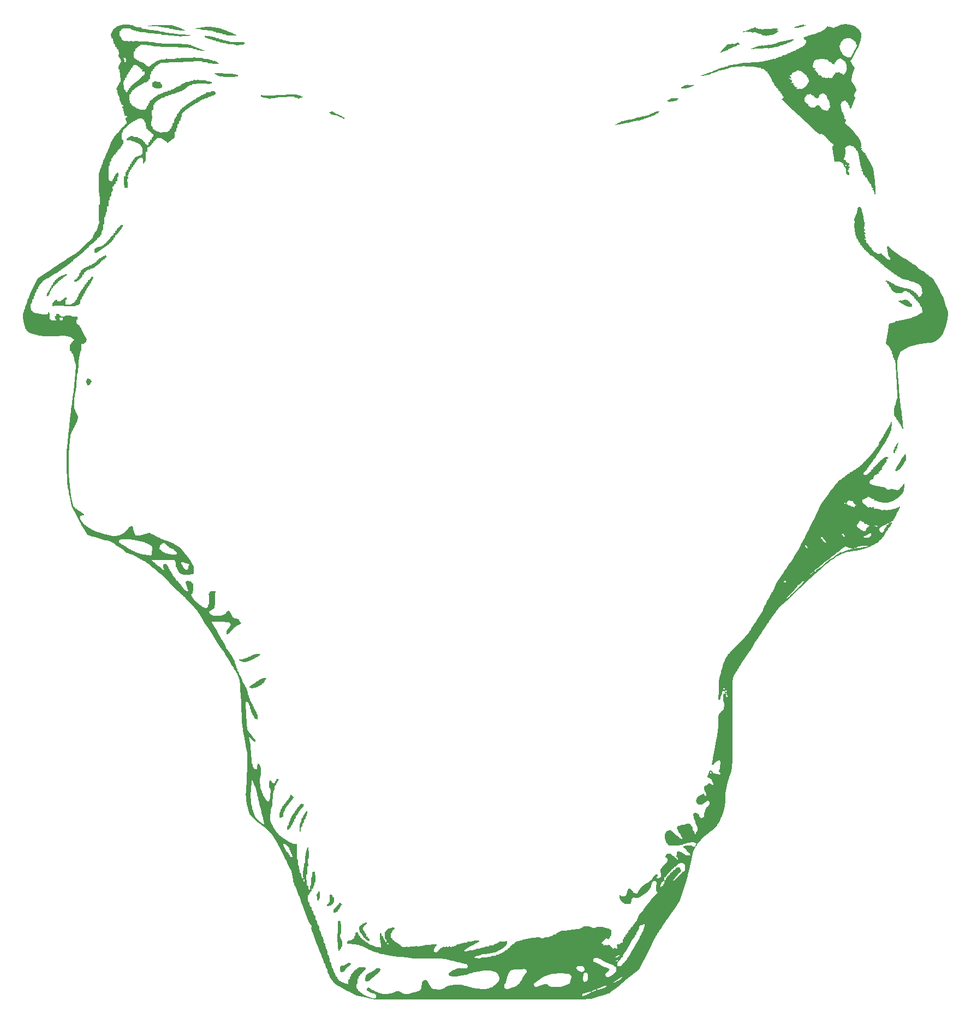
<source format=gbo>
G04 #@! TF.GenerationSoftware,KiCad,Pcbnew,7.0.10*
G04 #@! TF.CreationDate,2024-06-20T09:16:52-05:00*
G04 #@! TF.ProjectId,g0dzilla_vs,6730647a-696c-46c6-915f-76732e6b6963,1*
G04 #@! TF.SameCoordinates,Original*
G04 #@! TF.FileFunction,Legend,Bot*
G04 #@! TF.FilePolarity,Positive*
%FSLAX46Y46*%
G04 Gerber Fmt 4.6, Leading zero omitted, Abs format (unit mm)*
G04 Created by KiCad (PCBNEW 7.0.10) date 2024-06-20 09:16:52*
%MOMM*%
%LPD*%
G01*
G04 APERTURE LIST*
G04 APERTURE END LIST*
G36*
X67576863Y-127687507D02*
G01*
X67571003Y-127712886D01*
X67548404Y-127715967D01*
X67513266Y-127700348D01*
X67519944Y-127687507D01*
X67570606Y-127682398D01*
X67576863Y-127687507D01*
G37*
G36*
X50832438Y-97563175D02*
G01*
X50911104Y-97620169D01*
X50990345Y-97685190D01*
X51050836Y-97705547D01*
X51106161Y-97741999D01*
X51166734Y-97831630D01*
X51216850Y-97944851D01*
X51240803Y-98052073D01*
X51241177Y-98064156D01*
X51205606Y-98126152D01*
X51155799Y-98153782D01*
X51086385Y-98212390D01*
X51070420Y-98301161D01*
X51031359Y-98425687D01*
X50914834Y-98515767D01*
X50721832Y-98570639D01*
X50720181Y-98570903D01*
X50629257Y-98581874D01*
X50573610Y-98566547D01*
X50532237Y-98507620D01*
X50484136Y-98387789D01*
X50477995Y-98371385D01*
X50396221Y-98128481D01*
X50359143Y-97955047D01*
X50366365Y-97848057D01*
X50404073Y-97808153D01*
X50462400Y-97748238D01*
X50472773Y-97702481D01*
X50508685Y-97613570D01*
X50598509Y-97557351D01*
X50715381Y-97538872D01*
X50832438Y-97563175D01*
G37*
G36*
X86530954Y-177050656D02*
G01*
X86593207Y-177127806D01*
X86626895Y-177264453D01*
X86630676Y-177339504D01*
X86634215Y-177467262D01*
X86643319Y-177644572D01*
X86656125Y-177835931D01*
X86658058Y-177861198D01*
X86670384Y-178032597D01*
X86672048Y-178136791D01*
X86659356Y-178191670D01*
X86628611Y-178215123D01*
X86583096Y-178224055D01*
X86507315Y-178254721D01*
X86473161Y-178334804D01*
X86467632Y-178377227D01*
X86442965Y-178479241D01*
X86388335Y-178515178D01*
X86374101Y-178515967D01*
X86297719Y-178501050D01*
X86275270Y-178483950D01*
X86254587Y-178413762D01*
X86231190Y-178282147D01*
X86207844Y-178112881D01*
X86187315Y-177929741D01*
X86172368Y-177756501D01*
X86165769Y-177616938D01*
X86167273Y-177555463D01*
X86186551Y-177440496D01*
X86227374Y-177386231D01*
X86278236Y-177371065D01*
X86346121Y-177344020D01*
X86372010Y-177272151D01*
X86374286Y-177215548D01*
X86397155Y-177092463D01*
X86447866Y-177045438D01*
X86530954Y-177050656D01*
G37*
G36*
X161903352Y-42683767D02*
G01*
X162047611Y-42696249D01*
X162117217Y-42715527D01*
X162109106Y-42740351D01*
X162020213Y-42769473D01*
X161946535Y-42784878D01*
X161802845Y-42829397D01*
X161672983Y-42896283D01*
X161667972Y-42899783D01*
X161577146Y-42944370D01*
X161425921Y-42997795D01*
X161237669Y-43052416D01*
X161090228Y-43088669D01*
X160875004Y-43134937D01*
X160723976Y-43160084D01*
X160619069Y-43165812D01*
X160542209Y-43153829D01*
X160512163Y-43143197D01*
X160410253Y-43115367D01*
X160346829Y-43139570D01*
X160343541Y-43142745D01*
X160272141Y-43188633D01*
X160222998Y-43154267D01*
X160211474Y-43128931D01*
X160200744Y-43097463D01*
X160204348Y-43071725D01*
X160234076Y-43045521D01*
X160301719Y-43012658D01*
X160419068Y-42966942D01*
X160597913Y-42902178D01*
X160738825Y-42851892D01*
X160953866Y-42777106D01*
X161117906Y-42727706D01*
X161259648Y-42698469D01*
X161407794Y-42684176D01*
X161591047Y-42679605D01*
X161687506Y-42679328D01*
X161903352Y-42683767D01*
G37*
G36*
X91391158Y-188207139D02*
G01*
X91437471Y-188262499D01*
X91441896Y-188326743D01*
X91398491Y-188409645D01*
X91301315Y-188520977D01*
X91144428Y-188670513D01*
X91067230Y-188740000D01*
X90897311Y-188898908D01*
X90734924Y-189063862D01*
X90600829Y-189213071D01*
X90528444Y-189305631D01*
X90448028Y-189420804D01*
X90390560Y-189501840D01*
X90369291Y-189530210D01*
X90330375Y-189541661D01*
X90235180Y-189570327D01*
X90167247Y-189590906D01*
X90045635Y-189624460D01*
X89972775Y-189626709D01*
X89916242Y-189592801D01*
X89870450Y-189546473D01*
X89819998Y-189481761D01*
X89789997Y-189404840D01*
X89775172Y-189292156D01*
X89770248Y-189120152D01*
X89770094Y-189098313D01*
X89774837Y-188898843D01*
X89801090Y-188767416D01*
X89862655Y-188687046D01*
X89973334Y-188640749D01*
X90146929Y-188611537D01*
X90167715Y-188608970D01*
X90340853Y-188579503D01*
X90485062Y-188529957D01*
X90633957Y-188446115D01*
X90760580Y-188358243D01*
X90899762Y-188278833D01*
X91059292Y-188219510D01*
X91213619Y-188186398D01*
X91337188Y-188185621D01*
X91391158Y-188207139D01*
G37*
G36*
X141734902Y-54041961D02*
G01*
X141781716Y-54060823D01*
X141888590Y-54073648D01*
X142001709Y-54077311D01*
X142153051Y-54083240D01*
X142232824Y-54103070D01*
X142254286Y-54136366D01*
X142218520Y-54193706D01*
X142168908Y-54217748D01*
X142097513Y-54272970D01*
X142083530Y-54324821D01*
X142080099Y-54362721D01*
X142061847Y-54392701D01*
X142016835Y-54418587D01*
X141933122Y-54444207D01*
X141798770Y-54473388D01*
X141601839Y-54509958D01*
X141388726Y-54547540D01*
X141135699Y-54590407D01*
X140953880Y-54616781D01*
X140830783Y-54627033D01*
X140753920Y-54621534D01*
X140710802Y-54600652D01*
X140690228Y-54568236D01*
X140632012Y-54514244D01*
X140584845Y-54504202D01*
X140511454Y-54487343D01*
X140505503Y-54445684D01*
X140558065Y-54392606D01*
X140660213Y-54341488D01*
X140702748Y-54327485D01*
X140828333Y-54277900D01*
X140907101Y-54221426D01*
X140920053Y-54198985D01*
X140971265Y-54142068D01*
X141069401Y-54101620D01*
X141073524Y-54100739D01*
X141256937Y-54067638D01*
X141434739Y-54043589D01*
X141587010Y-54030364D01*
X141693828Y-54029732D01*
X141734902Y-54041961D01*
G37*
G36*
X95789084Y-188991994D02*
G01*
X95921060Y-189034095D01*
X96021017Y-189091420D01*
X96063438Y-189152785D01*
X96063587Y-189157315D01*
X96029473Y-189267757D01*
X95938215Y-189417469D01*
X95800865Y-189594352D01*
X95628474Y-189786304D01*
X95432093Y-189981226D01*
X95222772Y-190167018D01*
X95011563Y-190331578D01*
X94954790Y-190371384D01*
X94821254Y-190470614D01*
X94700030Y-190573850D01*
X94655967Y-190617281D01*
X94540587Y-190724146D01*
X94394235Y-190836162D01*
X94238671Y-190939292D01*
X94095658Y-191019496D01*
X93986958Y-191062735D01*
X93959521Y-191066555D01*
X93861602Y-191036464D01*
X93763264Y-190963812D01*
X93760820Y-190961241D01*
X93702660Y-190886461D01*
X93678747Y-190805490D01*
X93681718Y-190685139D01*
X93687425Y-190630401D01*
X93719757Y-190405940D01*
X93767086Y-190227172D01*
X93840403Y-190081243D01*
X93950696Y-189955296D01*
X94108954Y-189836477D01*
X94326168Y-189711931D01*
X94582003Y-189583904D01*
X94835138Y-189455040D01*
X95032206Y-189341052D01*
X95163868Y-189247603D01*
X95206434Y-189205236D01*
X95350273Y-189062210D01*
X95511515Y-188990815D01*
X95650608Y-188976303D01*
X95789084Y-188991994D01*
G37*
G36*
X143821561Y-51961883D02*
G01*
X143833782Y-52007301D01*
X143851108Y-52057176D01*
X143917676Y-52060611D01*
X143951177Y-52053728D01*
X144049093Y-52037679D01*
X144202529Y-52019667D01*
X144381798Y-52003088D01*
X144420757Y-52000045D01*
X144619637Y-51991182D01*
X144735427Y-52000201D01*
X144767869Y-52026193D01*
X144716706Y-52068249D01*
X144581681Y-52125462D01*
X144467354Y-52164422D01*
X144313149Y-52221535D01*
X144199319Y-52278084D01*
X144146083Y-52323874D01*
X144144994Y-52326968D01*
X144096375Y-52364061D01*
X143977894Y-52406741D01*
X143804591Y-52451596D01*
X143591506Y-52495213D01*
X143353681Y-52534179D01*
X143106154Y-52565084D01*
X143086723Y-52567071D01*
X142937982Y-52578010D01*
X142846347Y-52569893D01*
X142784675Y-52537517D01*
X142749030Y-52502368D01*
X142695986Y-52433537D01*
X142684996Y-52398351D01*
X142824745Y-52299859D01*
X142949364Y-52229022D01*
X143035056Y-52199207D01*
X143039952Y-52198992D01*
X143099220Y-52170840D01*
X143108068Y-52143648D01*
X143149322Y-52104387D01*
X143267443Y-52065328D01*
X143399939Y-52038253D01*
X143558006Y-52009048D01*
X143688958Y-51981094D01*
X143762796Y-51960963D01*
X143821561Y-51961883D01*
G37*
G36*
X61275682Y-51438483D02*
G01*
X61360502Y-51464470D01*
X61385739Y-51494622D01*
X61429660Y-51534451D01*
X61532149Y-51554508D01*
X61657128Y-51558656D01*
X61903944Y-51558656D01*
X61931451Y-51705284D01*
X61969340Y-51815792D01*
X62037241Y-51862281D01*
X62053597Y-51865368D01*
X62106195Y-51881839D01*
X62136667Y-51926007D01*
X62152825Y-52018266D01*
X62160945Y-52145631D01*
X62165326Y-52291836D01*
X62157349Y-52372205D01*
X62131847Y-52405979D01*
X62089288Y-52412437D01*
X61992423Y-52441477D01*
X61933583Y-52483777D01*
X61852015Y-52527202D01*
X61721173Y-52558941D01*
X61565336Y-52577699D01*
X61408785Y-52582181D01*
X61275800Y-52571093D01*
X61190662Y-52543139D01*
X61174254Y-52524267D01*
X61114173Y-52470720D01*
X61035663Y-52455126D01*
X60936055Y-52427301D01*
X60901277Y-52369748D01*
X60843958Y-52297723D01*
X60782542Y-52284370D01*
X60712565Y-52259098D01*
X60666205Y-52177172D01*
X60640572Y-52029425D01*
X60632773Y-51809454D01*
X60636642Y-51684598D01*
X60655411Y-51623046D01*
X60699823Y-51602824D01*
X60734517Y-51601345D01*
X60828403Y-51569163D01*
X60858588Y-51515967D01*
X60884167Y-51466339D01*
X60942092Y-51440466D01*
X61054262Y-51431225D01*
X61121041Y-51430589D01*
X61275682Y-51438483D01*
G37*
G36*
X88537109Y-56094603D02*
G01*
X88639240Y-56139756D01*
X88797600Y-56227749D01*
X88919663Y-56300391D01*
X89112570Y-56411026D01*
X89315457Y-56517888D01*
X89493623Y-56602972D01*
X89544584Y-56624624D01*
X89715718Y-56698550D01*
X89920872Y-56794058D01*
X90119035Y-56891986D01*
X90141597Y-56903612D01*
X90306610Y-56993138D01*
X90407374Y-57060284D01*
X90457952Y-57116674D01*
X90472410Y-57173930D01*
X90472437Y-57177026D01*
X90463969Y-57238811D01*
X90431504Y-57268317D01*
X90364452Y-57263255D01*
X90252223Y-57221334D01*
X90084227Y-57140264D01*
X89928535Y-57059395D01*
X89681971Y-56930048D01*
X89495247Y-56835019D01*
X89352874Y-56768441D01*
X89239362Y-56724447D01*
X89139222Y-56697171D01*
X89036963Y-56680747D01*
X88917097Y-56669307D01*
X88893569Y-56667413D01*
X88686599Y-56641805D01*
X88561934Y-56604282D01*
X88526006Y-56576264D01*
X88446028Y-56521447D01*
X88389515Y-56510589D01*
X88304612Y-56474777D01*
X88274787Y-56427849D01*
X88211940Y-56356816D01*
X88133171Y-56331799D01*
X88039364Y-56308559D01*
X88023835Y-56274392D01*
X88081323Y-56235998D01*
X88206567Y-56200074D01*
X88241933Y-56193303D01*
X88366650Y-56165208D01*
X88448017Y-56135478D01*
X88466051Y-56118597D01*
X88482337Y-56088735D01*
X88537109Y-56094603D01*
G37*
G36*
X88566308Y-177758236D02*
G01*
X88597648Y-177886440D01*
X88637561Y-177947736D01*
X88685171Y-177961009D01*
X88749899Y-177983180D01*
X88798644Y-178057078D01*
X88835862Y-178193784D01*
X88866010Y-178404378D01*
X88866962Y-178412954D01*
X88880125Y-178610793D01*
X88865703Y-178736913D01*
X88821203Y-178801201D01*
X88765643Y-178814790D01*
X88697392Y-178854585D01*
X88664555Y-178942858D01*
X88629678Y-179032705D01*
X88581287Y-179070912D01*
X88580457Y-179070925D01*
X88516288Y-179096057D01*
X88448519Y-179153246D01*
X88403972Y-179215181D01*
X88403914Y-179250693D01*
X88381679Y-179272205D01*
X88276589Y-179299159D01*
X88087669Y-179331782D01*
X87996471Y-179345314D01*
X87882529Y-179349654D01*
X87815042Y-179340724D01*
X87753921Y-179283022D01*
X87740336Y-179195862D01*
X87752828Y-179105467D01*
X87804065Y-179073216D01*
X87842308Y-179070925D01*
X87916035Y-179054122D01*
X87956599Y-178988201D01*
X87972310Y-178921513D01*
X88006549Y-178814355D01*
X88063472Y-178773935D01*
X88085789Y-178772101D01*
X88119298Y-178767927D01*
X88142461Y-178746727D01*
X88156969Y-178695490D01*
X88164511Y-178601202D01*
X88166776Y-178450850D01*
X88165454Y-178231420D01*
X88164756Y-178163782D01*
X88158272Y-177555463D01*
X88343768Y-177555463D01*
X88529263Y-177555463D01*
X88566308Y-177758236D01*
G37*
G36*
X176405418Y-107493965D02*
G01*
X176405513Y-107497651D01*
X176385233Y-107574927D01*
X176335603Y-107685145D01*
X176273504Y-107796670D01*
X176215813Y-107877867D01*
X176191750Y-107898287D01*
X176182172Y-107943218D01*
X176183967Y-108047255D01*
X176192477Y-108146441D01*
X176205230Y-108281535D01*
X176199766Y-108354696D01*
X176167856Y-108388782D01*
X176101270Y-108406653D01*
X176098597Y-108407189D01*
X176004049Y-108442379D01*
X175982671Y-108488070D01*
X176039889Y-108532041D01*
X176042689Y-108533134D01*
X176096694Y-108581738D01*
X176100598Y-108641915D01*
X176054007Y-108676071D01*
X176044191Y-108676639D01*
X175971337Y-108714895D01*
X175916107Y-108812025D01*
X175893306Y-108941571D01*
X175893278Y-108946333D01*
X175855607Y-109040168D01*
X175751524Y-109093995D01*
X175676352Y-109102947D01*
X175653305Y-109065735D01*
X175622488Y-108970386D01*
X175605883Y-108904065D01*
X175586777Y-108737980D01*
X175610797Y-108616508D01*
X175673893Y-108553936D01*
X175706695Y-108548572D01*
X175741064Y-108511786D01*
X175777729Y-108423240D01*
X175806622Y-108315652D01*
X175817671Y-108221740D01*
X175815085Y-108196387D01*
X175841880Y-108167187D01*
X175864323Y-108164370D01*
X175912268Y-108128513D01*
X175974300Y-108036544D01*
X176013680Y-107958741D01*
X176082038Y-107828788D01*
X176164820Y-107701413D01*
X176250287Y-107590430D01*
X176326702Y-107509652D01*
X176382324Y-107472893D01*
X176405418Y-107493965D01*
G37*
G36*
X70908088Y-50150730D02*
G01*
X71087635Y-50155109D01*
X71242564Y-50163185D01*
X71352620Y-50174694D01*
X71397535Y-50189326D01*
X71442560Y-50201908D01*
X71560001Y-50214228D01*
X71736900Y-50225497D01*
X71960297Y-50234928D01*
X72217232Y-50241733D01*
X72277855Y-50242814D01*
X72615396Y-50250404D01*
X72870756Y-50260976D01*
X73047086Y-50274755D01*
X73147539Y-50291962D01*
X73174410Y-50306189D01*
X73229235Y-50331909D01*
X73348464Y-50355873D01*
X73511149Y-50374204D01*
X73561088Y-50377764D01*
X73725964Y-50389833D01*
X73854750Y-50402565D01*
X73926442Y-50413759D01*
X73934088Y-50416833D01*
X73953461Y-50466363D01*
X73976554Y-50562013D01*
X73976661Y-50562547D01*
X74002446Y-50691472D01*
X73582232Y-50719297D01*
X73358255Y-50731148D01*
X73104841Y-50739648D01*
X72835595Y-50744887D01*
X72564125Y-50746954D01*
X72304035Y-50745937D01*
X72068932Y-50741927D01*
X71872423Y-50735012D01*
X71728112Y-50725281D01*
X71649607Y-50712824D01*
X71639440Y-50706567D01*
X71593106Y-50686416D01*
X71482919Y-50669629D01*
X71330406Y-50659194D01*
X71288870Y-50657942D01*
X71106297Y-50649614D01*
X70988840Y-50631804D01*
X70916393Y-50600184D01*
X70884509Y-50570871D01*
X70791648Y-50507784D01*
X70717913Y-50491429D01*
X70630849Y-50466768D01*
X70594766Y-50427395D01*
X70537560Y-50377367D01*
X70469540Y-50363362D01*
X70383387Y-50339215D01*
X70324194Y-50283272D01*
X70307865Y-50220276D01*
X70348811Y-50175528D01*
X70424285Y-50162449D01*
X70556159Y-50154134D01*
X70724178Y-50150317D01*
X70908088Y-50150730D01*
G37*
G36*
X89696322Y-178838193D02*
G01*
X89797597Y-178872249D01*
X89865348Y-178889525D01*
X89966984Y-178936980D01*
X90040596Y-179016271D01*
X90079264Y-179106421D01*
X90076069Y-179186452D01*
X90024090Y-179235388D01*
X89981513Y-179241681D01*
X89909341Y-179252844D01*
X89879795Y-179303078D01*
X89874790Y-179391093D01*
X89864945Y-179494506D01*
X89827260Y-179536039D01*
X89791989Y-179540505D01*
X89733704Y-179560159D01*
X89704196Y-179632912D01*
X89695939Y-179700589D01*
X89675924Y-179811866D01*
X89630515Y-179862808D01*
X89588051Y-179874129D01*
X89513220Y-179911352D01*
X89471121Y-180009027D01*
X89465905Y-180034213D01*
X89429590Y-180142232D01*
X89369055Y-180180283D01*
X89357770Y-180180841D01*
X89291183Y-180207775D01*
X89277143Y-180242355D01*
X89268893Y-180292319D01*
X89231371Y-180324601D01*
X89145421Y-180348366D01*
X89010019Y-180370166D01*
X88877882Y-180382595D01*
X88807789Y-180368782D01*
X88783595Y-180338808D01*
X88773003Y-180264988D01*
X88769962Y-180137677D01*
X88773240Y-180026649D01*
X88784434Y-179883769D01*
X88804703Y-179805442D01*
X88842292Y-179770845D01*
X88877918Y-179762223D01*
X88961071Y-179717313D01*
X88991316Y-179666173D01*
X89047520Y-179596430D01*
X89099686Y-179583194D01*
X89164351Y-179561560D01*
X89194923Y-179482836D01*
X89199733Y-179444454D01*
X89225251Y-179340760D01*
X89285953Y-179296658D01*
X89309160Y-179292073D01*
X89389183Y-179250280D01*
X89405210Y-179198992D01*
X89442001Y-179127583D01*
X89501261Y-179105911D01*
X89572822Y-179074132D01*
X89605892Y-178990101D01*
X89610944Y-178950099D01*
X89628607Y-178855467D01*
X89664302Y-178829357D01*
X89696322Y-178838193D01*
G37*
G36*
X89812684Y-181663620D02*
G01*
X89846968Y-181722905D01*
X89872034Y-181831459D01*
X89890991Y-181999837D01*
X89906945Y-182238598D01*
X89913487Y-182362179D01*
X89930405Y-182738725D01*
X89938656Y-183038564D01*
X89937898Y-183269962D01*
X89927786Y-183441184D01*
X89907979Y-183560495D01*
X89878132Y-183636159D01*
X89859602Y-183659943D01*
X89812008Y-183758147D01*
X89790599Y-183920523D01*
X89796537Y-184129616D01*
X89817406Y-184293326D01*
X89862884Y-184430493D01*
X89931742Y-184489359D01*
X89992848Y-184552318D01*
X90045660Y-184679646D01*
X90087750Y-184850534D01*
X90116688Y-185044175D01*
X90130043Y-185239761D01*
X90125387Y-185416483D01*
X90100290Y-185553535D01*
X90063842Y-185620649D01*
X89993860Y-185674532D01*
X89957119Y-185687732D01*
X89930705Y-185725215D01*
X89917748Y-185817148D01*
X89917479Y-185834174D01*
X89906571Y-185937881D01*
X89863355Y-185984061D01*
X89821429Y-185994258D01*
X89747836Y-186028229D01*
X89715279Y-186117328D01*
X89712326Y-186142283D01*
X89679103Y-186238848D01*
X89616342Y-186300443D01*
X89547704Y-186311317D01*
X89507686Y-186278506D01*
X89495947Y-186222922D01*
X89481215Y-186098554D01*
X89465101Y-185921872D01*
X89449218Y-185709344D01*
X89443784Y-185625886D01*
X89425948Y-185361663D01*
X89405132Y-185085885D01*
X89383842Y-184830117D01*
X89364588Y-184625922D01*
X89363435Y-184614885D01*
X89332908Y-184269790D01*
X89320735Y-183991817D01*
X89326831Y-183785272D01*
X89351111Y-183654460D01*
X89383242Y-183607412D01*
X89416729Y-183565654D01*
X89440062Y-183478695D01*
X89453534Y-183339105D01*
X89457431Y-183139452D01*
X89452045Y-182872306D01*
X89437665Y-182530236D01*
X89430595Y-182392087D01*
X89395063Y-181721821D01*
X89517532Y-181694422D01*
X89629710Y-181668636D01*
X89704034Y-181650621D01*
X89766076Y-181643044D01*
X89812684Y-181663620D01*
G37*
G36*
X151649693Y-45477535D02*
G01*
X151705349Y-45521643D01*
X151733698Y-45652425D01*
X151701719Y-45731479D01*
X151630908Y-45752942D01*
X151506002Y-45768097D01*
X151384190Y-45806053D01*
X151293510Y-45855545D01*
X151261681Y-45901287D01*
X151222490Y-45939670D01*
X151115990Y-45986487D01*
X150958794Y-46034460D01*
X150956262Y-46035118D01*
X150772721Y-46090899D01*
X150666458Y-46144125D01*
X150631115Y-46189772D01*
X150577741Y-46253698D01*
X150533507Y-46265211D01*
X150456795Y-46281699D01*
X150434469Y-46299446D01*
X150384273Y-46329232D01*
X150278715Y-46368297D01*
X150197159Y-46392541D01*
X150075676Y-46434848D01*
X149997263Y-46479868D01*
X149981009Y-46504407D01*
X149960574Y-46541439D01*
X149891893Y-46580024D01*
X149763896Y-46624623D01*
X149565515Y-46679696D01*
X149511429Y-46693635D01*
X149360433Y-46746617D01*
X149221433Y-46818059D01*
X149191261Y-46838680D01*
X149067049Y-46913438D01*
X148941077Y-46963371D01*
X148935126Y-46964839D01*
X148812266Y-46995366D01*
X148721681Y-47019970D01*
X148663828Y-47032171D01*
X148671009Y-47004793D01*
X148703171Y-46964581D01*
X148800066Y-46850418D01*
X148928607Y-46702213D01*
X149077286Y-46532871D01*
X149234596Y-46355295D01*
X149389030Y-46182390D01*
X149529081Y-46027058D01*
X149643241Y-45902205D01*
X149720003Y-45820733D01*
X149743885Y-45797567D01*
X149835259Y-45743671D01*
X149888520Y-45728078D01*
X149959500Y-45717271D01*
X150092416Y-45695133D01*
X150265164Y-45665388D01*
X150377969Y-45645577D01*
X150569392Y-45612661D01*
X150694382Y-45595503D01*
X150770428Y-45594172D01*
X150815020Y-45608736D01*
X150845648Y-45639261D01*
X150851726Y-45647408D01*
X150896499Y-45696777D01*
X150939196Y-45687304D01*
X150992278Y-45638143D01*
X151096921Y-45566231D01*
X151238038Y-45510447D01*
X151392575Y-45474559D01*
X151537478Y-45462333D01*
X151649693Y-45477535D01*
G37*
G36*
X84703147Y-164637242D02*
G01*
X84738563Y-164692261D01*
X84718712Y-164753983D01*
X84691693Y-164837687D01*
X84664136Y-164974195D01*
X84645470Y-165106177D01*
X84621528Y-165264977D01*
X84590786Y-165355633D01*
X84546893Y-165395377D01*
X84537801Y-165398275D01*
X84461098Y-165461151D01*
X84418886Y-165596850D01*
X84411171Y-165712218D01*
X84377192Y-165823332D01*
X84305570Y-165913227D01*
X84224976Y-166019582D01*
X84178244Y-166179098D01*
X84171256Y-166225379D01*
X84142404Y-166370840D01*
X84100354Y-166447034D01*
X84064775Y-166466403D01*
X84007726Y-166512424D01*
X83971535Y-166623495D01*
X83961968Y-166684891D01*
X83936366Y-166865307D01*
X83911083Y-166980124D01*
X83878258Y-167048725D01*
X83830031Y-167090497D01*
X83789021Y-167111390D01*
X83714656Y-167159287D01*
X83687869Y-167231170D01*
X83689403Y-167321482D01*
X83689144Y-167466068D01*
X83674250Y-167633757D01*
X83666811Y-167683614D01*
X83632353Y-167826358D01*
X83591599Y-167884132D01*
X83544397Y-167857125D01*
X83535875Y-167844365D01*
X83528150Y-167789101D01*
X83523889Y-167664237D01*
X83523230Y-167485490D01*
X83526310Y-167268574D01*
X83529673Y-167137857D01*
X83537726Y-166885556D01*
X83546120Y-166703953D01*
X83557316Y-166578394D01*
X83573777Y-166494225D01*
X83597964Y-166436793D01*
X83632338Y-166391442D01*
X83659847Y-166362965D01*
X83739261Y-166254981D01*
X83768760Y-166122177D01*
X83770252Y-166069059D01*
X83784519Y-165891039D01*
X83823223Y-165754912D01*
X83880223Y-165677732D01*
X83915216Y-165666555D01*
X83966382Y-165628458D01*
X84003897Y-165532349D01*
X84004837Y-165527816D01*
X84038064Y-165377136D01*
X84068248Y-165290278D01*
X84105529Y-165246709D01*
X84153045Y-165227664D01*
X84224708Y-165165928D01*
X84263105Y-165052298D01*
X84299068Y-164943963D01*
X84348998Y-164898456D01*
X84353484Y-164898152D01*
X84408305Y-164862289D01*
X84466140Y-164773578D01*
X84477373Y-164748740D01*
X84541714Y-164636424D01*
X84614896Y-164602902D01*
X84703147Y-164637242D01*
G37*
G36*
X78290563Y-143998572D02*
G01*
X78305403Y-144049440D01*
X78306051Y-144082929D01*
X78286975Y-144169507D01*
X78224425Y-144193950D01*
X78165087Y-144216733D01*
X78127894Y-144297286D01*
X78113856Y-144365263D01*
X78069818Y-144503229D01*
X78001337Y-144581304D01*
X77921189Y-144655442D01*
X77878173Y-144730159D01*
X77813885Y-144814708D01*
X77752149Y-144834286D01*
X77681381Y-144861208D01*
X77665715Y-144899376D01*
X77630016Y-144961428D01*
X77558992Y-145005042D01*
X77479843Y-145049344D01*
X77452269Y-145088551D01*
X77416036Y-145129812D01*
X77345547Y-145158269D01*
X77265632Y-145191229D01*
X77238824Y-145223116D01*
X77203331Y-145254876D01*
X77160062Y-145261177D01*
X77073124Y-145291155D01*
X77004034Y-145346555D01*
X76913185Y-145412233D01*
X76837334Y-145433291D01*
X76731713Y-145459891D01*
X76665034Y-145497324D01*
X76580162Y-145527404D01*
X76433536Y-145547019D01*
X76248243Y-145555291D01*
X76047368Y-145551345D01*
X75853995Y-145534305D01*
X75819412Y-145529424D01*
X75734140Y-145498361D01*
X75702017Y-145453934D01*
X75723785Y-145340885D01*
X75778431Y-145271135D01*
X75812945Y-145261177D01*
X75879946Y-145228349D01*
X75925369Y-145175799D01*
X75994709Y-145108375D01*
X76048820Y-145090421D01*
X76115233Y-145054568D01*
X76141277Y-145005042D01*
X76196537Y-144933629D01*
X76248411Y-144919664D01*
X76329679Y-144891261D01*
X76357791Y-144855631D01*
X76415492Y-144803712D01*
X76473077Y-144791597D01*
X76555170Y-144760399D01*
X76583474Y-144716332D01*
X76633666Y-144645756D01*
X76730021Y-144569631D01*
X76838326Y-144511194D01*
X76912628Y-144492774D01*
X76976677Y-144463096D01*
X77036818Y-144407395D01*
X77115180Y-144342436D01*
X77174372Y-144322017D01*
X77231456Y-144299525D01*
X77238824Y-144280141D01*
X77275349Y-144241178D01*
X77356219Y-144210374D01*
X77468589Y-144169185D01*
X77539328Y-144125704D01*
X77609330Y-144086294D01*
X77728205Y-144052203D01*
X77908671Y-144020548D01*
X78124622Y-143992862D01*
X78238106Y-143983586D01*
X78290563Y-143998572D01*
G37*
G36*
X61897661Y-42683573D02*
G01*
X62257339Y-42686246D01*
X62383026Y-42687475D01*
X63685042Y-42700673D01*
X64453446Y-42992170D01*
X64705990Y-43088580D01*
X64942446Y-43179965D01*
X65146725Y-43260022D01*
X65302739Y-43322447D01*
X65392605Y-43360131D01*
X65526689Y-43417064D01*
X65646850Y-43463155D01*
X65670084Y-43471039D01*
X65776807Y-43505484D01*
X65670084Y-43536386D01*
X65566720Y-43554526D01*
X65419951Y-43566003D01*
X65251886Y-43570935D01*
X65084634Y-43569442D01*
X64940307Y-43561642D01*
X64841012Y-43547654D01*
X64808736Y-43531753D01*
X64762441Y-43509584D01*
X64650865Y-43487306D01*
X64494026Y-43468437D01*
X64410304Y-43461742D01*
X64145740Y-43432539D01*
X63943620Y-43386174D01*
X63865114Y-43354816D01*
X63752497Y-43305590D01*
X63667455Y-43281056D01*
X63651669Y-43280473D01*
X63578558Y-43283499D01*
X63459459Y-43282984D01*
X63418236Y-43282033D01*
X63294069Y-43268391D01*
X63240983Y-43233387D01*
X63236807Y-43212942D01*
X63221350Y-43180979D01*
X63165075Y-43161394D01*
X63053125Y-43151574D01*
X62872610Y-43148908D01*
X62684899Y-43145488D01*
X62567158Y-43133561D01*
X62504192Y-43110623D01*
X62483841Y-43084874D01*
X62452781Y-43052789D01*
X62379548Y-43033010D01*
X62249131Y-43023167D01*
X62078295Y-43020841D01*
X61883241Y-43017340D01*
X61759546Y-43005452D01*
X61693426Y-42983099D01*
X61673931Y-42959887D01*
X61651934Y-42938747D01*
X61597582Y-42922709D01*
X61500783Y-42911042D01*
X61351441Y-42903015D01*
X61139463Y-42897898D01*
X60854755Y-42894960D01*
X60770309Y-42894477D01*
X60505562Y-42892515D01*
X60271384Y-42889594D01*
X60080620Y-42885972D01*
X59946114Y-42881907D01*
X59880711Y-42877656D01*
X59876579Y-42876523D01*
X59911357Y-42865620D01*
X60016131Y-42844726D01*
X60176452Y-42816459D01*
X60377874Y-42783434D01*
X60472045Y-42768652D01*
X60656837Y-42741209D01*
X60824550Y-42719855D01*
X60989205Y-42703994D01*
X61164823Y-42693031D01*
X61365424Y-42686371D01*
X61605029Y-42683417D01*
X61897661Y-42683573D01*
G37*
G36*
X177473748Y-109168166D02*
G01*
X177494285Y-109220219D01*
X177513375Y-109336661D01*
X177529673Y-109496505D01*
X177541832Y-109678763D01*
X177548505Y-109862446D01*
X177548345Y-110026565D01*
X177540007Y-110150133D01*
X177537724Y-110165328D01*
X177502747Y-110288716D01*
X177454356Y-110340628D01*
X177446609Y-110341513D01*
X177395846Y-110378836D01*
X177359594Y-110469859D01*
X177359344Y-110471096D01*
X177316171Y-110577485D01*
X177253689Y-110643355D01*
X177190262Y-110718035D01*
X177173950Y-110792590D01*
X177152478Y-110882290D01*
X177113825Y-110922223D01*
X177056005Y-110975431D01*
X177001923Y-111070295D01*
X176948759Y-111157443D01*
X176891876Y-111195248D01*
X176890225Y-111195295D01*
X176840775Y-111232326D01*
X176805053Y-111321575D01*
X176804689Y-111323362D01*
X176769482Y-111413216D01*
X176720300Y-111451417D01*
X176719463Y-111451429D01*
X176658047Y-111486231D01*
X176615420Y-111548943D01*
X176536885Y-111648184D01*
X176406351Y-111748185D01*
X176254906Y-111830048D01*
X176113633Y-111874874D01*
X176073622Y-111878320D01*
X175977677Y-111864940D01*
X175930586Y-111807192D01*
X175913831Y-111746650D01*
X175907616Y-111632233D01*
X175960048Y-111545558D01*
X175974473Y-111531542D01*
X176041458Y-111435732D01*
X176064034Y-111349277D01*
X176092250Y-111252060D01*
X176161147Y-111146064D01*
X176170757Y-111135295D01*
X176241772Y-111042893D01*
X176276724Y-110966471D01*
X176277479Y-110958305D01*
X176302426Y-110902940D01*
X176322347Y-110896471D01*
X176365343Y-110860709D01*
X176417900Y-110771448D01*
X176433511Y-110736387D01*
X176502610Y-110603316D01*
X176598373Y-110457089D01*
X176637689Y-110405547D01*
X176729675Y-110275968D01*
X176802445Y-110146281D01*
X176821939Y-110099460D01*
X176875608Y-109978862D01*
X176935751Y-109886015D01*
X177018926Y-109789619D01*
X177077899Y-109721224D01*
X177155087Y-109615879D01*
X177213180Y-109518451D01*
X177264572Y-109436826D01*
X177303757Y-109402359D01*
X177304052Y-109402353D01*
X177339426Y-109367232D01*
X177384163Y-109281975D01*
X177387171Y-109274829D01*
X177432099Y-109193778D01*
X177470905Y-109166912D01*
X177473748Y-109168166D01*
G37*
G36*
X177675380Y-85306334D02*
G01*
X177686219Y-85325715D01*
X177722531Y-85358579D01*
X177786089Y-85368404D01*
X177887133Y-85407615D01*
X177936493Y-85479313D01*
X177997750Y-85560611D01*
X178053284Y-85564797D01*
X178109471Y-85574066D01*
X178165684Y-85653884D01*
X178191031Y-85709588D01*
X178257059Y-85826600D01*
X178324957Y-85878962D01*
X178335725Y-85880239D01*
X178416147Y-85916024D01*
X178477797Y-86025976D01*
X178518499Y-86184993D01*
X178528867Y-86275582D01*
X178510002Y-86336031D01*
X178448016Y-86374849D01*
X178329021Y-86400544D01*
X178139126Y-86421627D01*
X178131004Y-86422388D01*
X177982660Y-86432508D01*
X177897665Y-86425611D01*
X177855068Y-86398196D01*
X177842537Y-86374201D01*
X177787657Y-86322247D01*
X177732747Y-86327690D01*
X177641117Y-86317620D01*
X177589108Y-86265643D01*
X177514513Y-86203801D01*
X177460686Y-86203195D01*
X177387568Y-86190997D01*
X177346478Y-86140118D01*
X177265291Y-86066738D01*
X177198360Y-86051429D01*
X177110443Y-86027249D01*
X177073134Y-85987395D01*
X177016045Y-85937803D01*
X176945479Y-85923362D01*
X176850688Y-85891643D01*
X176820068Y-85837984D01*
X176763201Y-85766512D01*
X176692001Y-85752605D01*
X176595423Y-85721780D01*
X176563934Y-85667227D01*
X176506721Y-85594958D01*
X176452232Y-85581849D01*
X176385268Y-85561450D01*
X176372927Y-85517816D01*
X176832437Y-85517816D01*
X176853782Y-85539160D01*
X176875126Y-85517816D01*
X176853782Y-85496471D01*
X176832437Y-85517816D01*
X176372927Y-85517816D01*
X176363819Y-85485611D01*
X176363511Y-85464454D01*
X176371038Y-85390717D01*
X176394678Y-85396141D01*
X176401928Y-85406699D01*
X176466124Y-85445881D01*
X176590365Y-85441869D01*
X176596375Y-85440913D01*
X176732375Y-85434504D01*
X176851788Y-85453213D01*
X176859221Y-85455850D01*
X176933504Y-85475118D01*
X176939080Y-85453653D01*
X176951486Y-85419490D01*
X176995461Y-85411093D01*
X177088761Y-85394969D01*
X177210898Y-85355336D01*
X177231399Y-85347059D01*
X177358003Y-85307870D01*
X177490955Y-85287233D01*
X177605124Y-85286328D01*
X177675380Y-85306334D01*
G37*
G36*
X77226677Y-140275471D02*
G01*
X77331353Y-140292016D01*
X77357665Y-140302639D01*
X77391404Y-140366044D01*
X77385370Y-140408041D01*
X77333890Y-140466679D01*
X77230589Y-140544230D01*
X77101632Y-140624855D01*
X76973184Y-140692718D01*
X76871409Y-140731981D01*
X76843321Y-140736135D01*
X76772480Y-140770664D01*
X76753807Y-140800169D01*
X76695969Y-140852624D01*
X76641177Y-140864202D01*
X76558518Y-140891623D01*
X76528547Y-140928236D01*
X76471478Y-140977756D01*
X76400480Y-140992269D01*
X76311405Y-141015822D01*
X76272413Y-141056303D01*
X76223407Y-141112950D01*
X76196885Y-141120337D01*
X76118833Y-141137660D01*
X76023186Y-141178345D01*
X75944236Y-141225467D01*
X75915796Y-141259076D01*
X75878377Y-141281481D01*
X75788573Y-141291087D01*
X75786055Y-141291093D01*
X75681358Y-141311120D01*
X75632076Y-141355126D01*
X75572904Y-141401706D01*
X75439098Y-141418977D01*
X75418631Y-141419160D01*
X75275866Y-141433161D01*
X75208378Y-141476279D01*
X75205186Y-141483194D01*
X75152328Y-141518987D01*
X75047466Y-141541860D01*
X74923260Y-141549881D01*
X74812375Y-141541118D01*
X74747473Y-141513641D01*
X74745132Y-141510394D01*
X74693628Y-141478669D01*
X74588007Y-141439148D01*
X74518495Y-141418647D01*
X74351315Y-141356232D01*
X74217889Y-141273881D01*
X74137412Y-141185381D01*
X74122521Y-141134240D01*
X74148765Y-141101978D01*
X74235284Y-141083885D01*
X74393766Y-141077698D01*
X74414786Y-141077647D01*
X74598588Y-141067884D01*
X74754818Y-141041895D01*
X74831005Y-141016125D01*
X74965321Y-140962881D01*
X75082709Y-140931696D01*
X75177597Y-140902516D01*
X75225006Y-140865151D01*
X75273661Y-140831724D01*
X75344057Y-140821513D01*
X75433541Y-140798176D01*
X75473134Y-140757479D01*
X75534248Y-140709116D01*
X75642969Y-140693446D01*
X75789786Y-140662185D01*
X75861334Y-140608068D01*
X75943481Y-140542843D01*
X76008207Y-140522690D01*
X76090603Y-140491033D01*
X76116114Y-140461794D01*
X76176918Y-140420325D01*
X76288118Y-140389745D01*
X76332717Y-140383918D01*
X76457977Y-140362187D01*
X76549329Y-140328512D01*
X76565372Y-140316746D01*
X76630279Y-140293484D01*
X76754586Y-140277267D01*
X76912570Y-140268554D01*
X77078508Y-140267803D01*
X77226677Y-140275471D01*
G37*
G36*
X69594802Y-43005093D02*
G01*
X70184692Y-43052539D01*
X70745498Y-43142915D01*
X71211159Y-43261906D01*
X71395908Y-43322972D01*
X71624421Y-43404068D01*
X71884540Y-43500332D01*
X72164106Y-43606898D01*
X72450960Y-43718901D01*
X72732943Y-43831478D01*
X72997896Y-43939764D01*
X73233661Y-44038894D01*
X73428078Y-44124004D01*
X73568989Y-44190230D01*
X73644235Y-44232708D01*
X73650057Y-44237644D01*
X73675368Y-44272205D01*
X73655826Y-44292742D01*
X73577661Y-44303970D01*
X73437971Y-44310266D01*
X73067858Y-44319112D01*
X72754230Y-44319770D01*
X72468586Y-44312231D01*
X72415366Y-44309882D01*
X72229488Y-44291362D01*
X72125096Y-44256712D01*
X72103749Y-44235176D01*
X72036622Y-44192578D01*
X71893651Y-44174344D01*
X71839411Y-44173446D01*
X71698413Y-44167454D01*
X71621139Y-44145237D01*
X71586504Y-44100436D01*
X71585286Y-44096778D01*
X71553632Y-44050947D01*
X71482233Y-44028197D01*
X71349861Y-44022390D01*
X71328586Y-44022543D01*
X71187964Y-44018495D01*
X71111530Y-43998620D01*
X71078667Y-43956970D01*
X71076560Y-43949799D01*
X71049437Y-43906622D01*
X70983636Y-43883514D01*
X70859355Y-43875095D01*
X70799900Y-43874622D01*
X70650944Y-43869900D01*
X70568256Y-43852430D01*
X70533085Y-43817255D01*
X70529097Y-43803043D01*
X70500120Y-43759674D01*
X70422296Y-43733079D01*
X70278272Y-43717677D01*
X70260248Y-43716578D01*
X70082616Y-43694849D01*
X69984416Y-43655491D01*
X69969976Y-43638745D01*
X69928375Y-43605698D01*
X69839036Y-43585870D01*
X69687267Y-43576925D01*
X69574014Y-43575799D01*
X69393212Y-43573039D01*
X69282759Y-43562996D01*
X69227753Y-43543025D01*
X69213278Y-43511765D01*
X69200450Y-43484189D01*
X69153269Y-43465625D01*
X69058687Y-43454447D01*
X68903657Y-43449028D01*
X68699669Y-43447732D01*
X68474653Y-43445842D01*
X68321500Y-43439106D01*
X68226760Y-43425924D01*
X68176979Y-43404695D01*
X68161488Y-43383698D01*
X68133218Y-43353962D01*
X68066267Y-43334345D01*
X67946622Y-43322892D01*
X67760268Y-43317652D01*
X67682576Y-43316958D01*
X67488721Y-43313598D01*
X67367384Y-43305085D01*
X67320499Y-43289674D01*
X67350002Y-43265618D01*
X67457828Y-43231171D01*
X67645911Y-43184588D01*
X67889916Y-43129856D01*
X68423484Y-43042800D01*
X68999756Y-43001530D01*
X69594802Y-43005093D01*
G37*
G36*
X82923730Y-53488876D02*
G01*
X83076461Y-53504482D01*
X83165891Y-53528114D01*
X83190280Y-53545898D01*
X83276060Y-53594822D01*
X83442248Y-53616559D01*
X83467729Y-53617349D01*
X83607848Y-53626554D01*
X83683693Y-53650617D01*
X83716001Y-53696453D01*
X83717134Y-53700527D01*
X83772410Y-53763941D01*
X83860609Y-53778488D01*
X83953250Y-53794064D01*
X83983402Y-53848776D01*
X83983698Y-53858352D01*
X83969034Y-53905713D01*
X83912821Y-53936555D01*
X83796722Y-53958758D01*
X83731488Y-53966750D01*
X83565861Y-53996003D01*
X83471694Y-54036836D01*
X83455348Y-54057643D01*
X83398773Y-54108309D01*
X83313610Y-54116140D01*
X83243982Y-54080446D01*
X83232711Y-54061123D01*
X83179483Y-54021132D01*
X83068006Y-53986471D01*
X82994050Y-53973583D01*
X82855215Y-53944266D01*
X82745442Y-53901990D01*
X82711769Y-53878708D01*
X82674570Y-53853146D01*
X82614494Y-53836524D01*
X82517961Y-53828080D01*
X82371392Y-53827049D01*
X82161206Y-53832668D01*
X82001938Y-53838790D01*
X81712750Y-53850579D01*
X81393687Y-53863543D01*
X81082415Y-53876155D01*
X80816599Y-53886887D01*
X80803362Y-53887419D01*
X80494351Y-53903943D01*
X80214661Y-53926745D01*
X79975948Y-53954279D01*
X79789867Y-53985000D01*
X79668073Y-54017363D01*
X79624572Y-54043685D01*
X79572036Y-54064891D01*
X79456364Y-54083227D01*
X79297702Y-54097938D01*
X79116198Y-54108271D01*
X78931999Y-54113470D01*
X78765253Y-54112781D01*
X78636105Y-54105450D01*
X78564704Y-54090721D01*
X78557079Y-54083661D01*
X78509017Y-54057103D01*
X78395121Y-54031691D01*
X78234882Y-54011520D01*
X78199328Y-54008501D01*
X78022184Y-53988266D01*
X77887595Y-53960491D01*
X77815966Y-53929511D01*
X77813104Y-53926468D01*
X77740417Y-53881591D01*
X77642348Y-53856864D01*
X77552466Y-53833253D01*
X77513199Y-53771219D01*
X77502926Y-53703782D01*
X77501073Y-53608743D01*
X77536061Y-53571342D01*
X77620321Y-53565042D01*
X77711403Y-53577172D01*
X77751037Y-53606481D01*
X77751093Y-53607732D01*
X77792697Y-53627189D01*
X77913638Y-53640403D01*
X78108112Y-53647464D01*
X78370313Y-53648462D01*
X78694436Y-53643486D01*
X79074676Y-53632628D01*
X79505226Y-53615975D01*
X79980283Y-53593620D01*
X80494041Y-53565651D01*
X80504538Y-53565042D01*
X81102130Y-53532024D01*
X81617835Y-53507164D01*
X82054750Y-53490442D01*
X82415972Y-53481834D01*
X82704600Y-53481320D01*
X82923730Y-53488876D01*
G37*
G36*
X82335852Y-162203353D02*
G01*
X82409116Y-162259371D01*
X82523352Y-162361122D01*
X82578725Y-162437524D01*
X82588619Y-162508725D01*
X82586022Y-162525686D01*
X82534555Y-162618402D01*
X82474386Y-162643927D01*
X82397829Y-162686601D01*
X82369136Y-162776586D01*
X82321589Y-162890386D01*
X82257745Y-162933331D01*
X82168769Y-163010263D01*
X82133794Y-163101871D01*
X82095297Y-163201336D01*
X82025989Y-163233167D01*
X82020000Y-163233278D01*
X81948173Y-163261214D01*
X81908072Y-163355724D01*
X81906206Y-163364684D01*
X81850670Y-163484396D01*
X81783161Y-163532881D01*
X81695686Y-163607986D01*
X81657705Y-163700298D01*
X81611627Y-163804324D01*
X81550781Y-163830925D01*
X81492531Y-163856451D01*
X81455296Y-163943967D01*
X81443698Y-164001681D01*
X81411558Y-164120228D01*
X81362411Y-164169010D01*
X81338202Y-164172437D01*
X81266384Y-164212155D01*
X81222706Y-164327341D01*
X81209491Y-164485930D01*
X81184568Y-164590434D01*
X81127145Y-164628703D01*
X81079512Y-164650281D01*
X81044736Y-164695641D01*
X81018796Y-164779189D01*
X80997671Y-164915328D01*
X80977341Y-165118463D01*
X80971497Y-165186303D01*
X80955378Y-165359006D01*
X80938692Y-165463544D01*
X80915111Y-165516935D01*
X80878308Y-165536197D01*
X80840538Y-165538488D01*
X80758847Y-165561769D01*
X80739328Y-165602521D01*
X80711306Y-165646920D01*
X80618277Y-165665326D01*
X80567515Y-165666555D01*
X80448680Y-165656819D01*
X80385100Y-165618551D01*
X80358142Y-165567765D01*
X80341187Y-165466321D01*
X80341432Y-165319276D01*
X80355705Y-165152585D01*
X80380838Y-164992200D01*
X80413662Y-164864078D01*
X80451005Y-164794171D01*
X80452788Y-164792776D01*
X80495854Y-164727487D01*
X80540052Y-164608127D01*
X80565286Y-164508431D01*
X80630804Y-164302855D01*
X80719727Y-164178903D01*
X80808732Y-164051654D01*
X80824706Y-163959274D01*
X80837915Y-163865586D01*
X80887485Y-163832396D01*
X80911152Y-163830925D01*
X80982573Y-163802185D01*
X81022578Y-163705835D01*
X81023878Y-163699518D01*
X81079414Y-163579807D01*
X81146924Y-163531322D01*
X81234398Y-163456216D01*
X81272379Y-163363905D01*
X81310774Y-163271239D01*
X81363554Y-163233279D01*
X81363890Y-163233278D01*
X81420215Y-163197449D01*
X81477931Y-163109239D01*
X81486873Y-163089287D01*
X81548424Y-162987408D01*
X81620197Y-162926931D01*
X81629576Y-162923712D01*
X81701637Y-162865777D01*
X81740430Y-162773220D01*
X81784440Y-162673652D01*
X81846117Y-162624079D01*
X81912861Y-162562997D01*
X81967717Y-162418409D01*
X81973786Y-162394193D01*
X82030037Y-162227124D01*
X82103954Y-162141232D01*
X82203303Y-162134110D01*
X82335852Y-162203353D01*
G37*
G36*
X139275499Y-56068193D02*
G01*
X139310551Y-56125825D01*
X139285617Y-56186529D01*
X139222022Y-56211765D01*
X139138548Y-56244293D01*
X139107741Y-56286471D01*
X139065650Y-56361779D01*
X138991083Y-56414535D01*
X138859851Y-56460765D01*
X138833381Y-56468239D01*
X138720861Y-56518008D01*
X138659988Y-56582361D01*
X138657939Y-56588683D01*
X138612811Y-56643465D01*
X138501134Y-56694269D01*
X138353293Y-56736304D01*
X138183048Y-56788750D01*
X138026141Y-56854607D01*
X137931088Y-56909879D01*
X137799502Y-56979800D01*
X137595800Y-57049723D01*
X137366387Y-57107807D01*
X137143921Y-57163626D01*
X136979578Y-57218668D01*
X136885394Y-57268750D01*
X136875462Y-57278474D01*
X136828456Y-57312129D01*
X136737305Y-57350093D01*
X136596111Y-57393813D01*
X136398977Y-57444735D01*
X136140005Y-57504305D01*
X135813298Y-57573970D01*
X135412958Y-57655176D01*
X135039832Y-57728617D01*
X134746472Y-57786056D01*
X134440466Y-57846450D01*
X134148012Y-57904595D01*
X133895310Y-57955289D01*
X133759160Y-57982929D01*
X133554359Y-58024819D01*
X133371413Y-58062229D01*
X133231750Y-58090777D01*
X133161513Y-58105122D01*
X133048849Y-58129616D01*
X132908886Y-58161896D01*
X132884034Y-58167816D01*
X132726177Y-58201199D01*
X132553587Y-58231563D01*
X132521177Y-58236439D01*
X132409063Y-58250489D01*
X132369776Y-58246549D01*
X132392041Y-58221338D01*
X132414454Y-58205389D01*
X132483689Y-58163601D01*
X132611072Y-58091924D01*
X132779094Y-58000038D01*
X132970247Y-57897623D01*
X132990757Y-57886753D01*
X133247359Y-57756893D01*
X133459508Y-57665024D01*
X133653307Y-57601060D01*
X133844538Y-57556890D01*
X134284191Y-57471049D01*
X134645027Y-57398151D01*
X134932421Y-57336961D01*
X135151749Y-57286247D01*
X135308387Y-57244774D01*
X135407710Y-57211309D01*
X135451222Y-57188127D01*
X135470186Y-57175059D01*
X135499950Y-57161624D01*
X135549877Y-57145597D01*
X135629330Y-57124749D01*
X135747670Y-57096855D01*
X135914261Y-57059686D01*
X136138464Y-57011016D01*
X136429642Y-56948617D01*
X136704706Y-56889957D01*
X136942949Y-56839142D01*
X137169093Y-56790807D01*
X137361548Y-56749573D01*
X137498725Y-56720062D01*
X137526471Y-56714055D01*
X137650665Y-56676244D01*
X137720909Y-56632410D01*
X137729244Y-56613462D01*
X137766573Y-56579137D01*
X137862773Y-56531649D01*
X137994163Y-56479621D01*
X138137060Y-56431676D01*
X138267784Y-56396436D01*
X138362654Y-56382524D01*
X138363510Y-56382521D01*
X138408364Y-56348750D01*
X138412269Y-56327064D01*
X138448662Y-56278692D01*
X138539301Y-56226497D01*
X138572353Y-56213252D01*
X138710393Y-56169458D01*
X138871584Y-56127779D01*
X139032275Y-56093092D01*
X139168816Y-56070278D01*
X139257557Y-56064216D01*
X139275499Y-56068193D01*
G37*
G36*
X93892915Y-181899007D02*
G01*
X93926352Y-181948840D01*
X93930252Y-182015658D01*
X93913137Y-182114636D01*
X93847988Y-182162610D01*
X93823530Y-182169697D01*
X93743431Y-182209779D01*
X93716807Y-182255075D01*
X93680445Y-182308350D01*
X93611203Y-182340173D01*
X93526855Y-182388353D01*
X93482138Y-182493242D01*
X93478385Y-182511742D01*
X93441812Y-182619143D01*
X93380367Y-182656388D01*
X93370544Y-182656807D01*
X93321662Y-182669784D01*
X93297471Y-182722455D01*
X93290075Y-182835431D01*
X93289916Y-182867283D01*
X93294593Y-182994856D01*
X93315215Y-183060392D01*
X93361669Y-183087014D01*
X93385737Y-183091401D01*
X93449481Y-183118567D01*
X93497092Y-183191518D01*
X93540726Y-183326922D01*
X93587140Y-183467378D01*
X93637698Y-183540263D01*
X93688629Y-183561712D01*
X93755872Y-183597330D01*
X93798869Y-183692403D01*
X93810936Y-183745379D01*
X93846452Y-183919953D01*
X93874421Y-184027073D01*
X93903071Y-184083191D01*
X93940629Y-184104760D01*
X93992395Y-184108236D01*
X94066916Y-184123967D01*
X94100747Y-184187581D01*
X94108976Y-184245298D01*
X94136487Y-184350541D01*
X94204912Y-184400441D01*
X94229076Y-184407100D01*
X94295773Y-184433950D01*
X94330534Y-184490916D01*
X94346728Y-184603212D01*
X94348810Y-184632895D01*
X94353303Y-184754481D01*
X94338883Y-184813528D01*
X94294825Y-184832482D01*
X94252759Y-184833950D01*
X94166549Y-184812999D01*
X94143698Y-184772752D01*
X94106087Y-184722654D01*
X94026303Y-184698046D01*
X93928320Y-184661306D01*
X93895905Y-184593358D01*
X93847316Y-184512095D01*
X93757165Y-184477030D01*
X93659779Y-184436745D01*
X93631429Y-184365437D01*
X93606191Y-184297152D01*
X93527583Y-184278992D01*
X93465362Y-184272218D01*
X93424626Y-184239142D01*
X93393069Y-184160636D01*
X93358386Y-184017572D01*
X93357847Y-184015145D01*
X93303432Y-183915330D01*
X93236484Y-183887078D01*
X93164426Y-183854338D01*
X93126765Y-183767677D01*
X93119160Y-183724034D01*
X93088198Y-183613657D01*
X93027969Y-183566165D01*
X93005780Y-183561507D01*
X92920040Y-183509481D01*
X92886735Y-183433440D01*
X92860762Y-183334715D01*
X92818674Y-183186568D01*
X92769783Y-183021736D01*
X92723200Y-182849448D01*
X92710112Y-182747577D01*
X92728743Y-182708683D01*
X92761696Y-182659377D01*
X92777426Y-182560483D01*
X92777647Y-182546527D01*
X92786367Y-182446745D01*
X92824119Y-182406618D01*
X92879391Y-182400673D01*
X92973277Y-182368491D01*
X93003462Y-182315295D01*
X93060807Y-182243132D01*
X93119160Y-182229916D01*
X93205891Y-182196581D01*
X93233547Y-182149551D01*
X93274236Y-182093368D01*
X93372023Y-182056978D01*
X93464341Y-182041358D01*
X93607217Y-182011178D01*
X93670111Y-181968216D01*
X93674118Y-181950967D01*
X93712490Y-181901663D01*
X93802185Y-181888404D01*
X93892915Y-181899007D01*
G37*
G36*
X83950301Y-163500690D02*
G01*
X83995932Y-163535717D01*
X84143639Y-163657470D01*
X84078831Y-163854327D01*
X84005562Y-164011521D01*
X83914370Y-164089069D01*
X83913482Y-164089410D01*
X83836963Y-164139755D01*
X83812941Y-164187816D01*
X83780225Y-164252512D01*
X83706219Y-164317924D01*
X83629155Y-164391439D01*
X83599496Y-164462122D01*
X83564395Y-164535640D01*
X83505511Y-164578533D01*
X83427574Y-164649313D01*
X83377506Y-164754462D01*
X83319621Y-164873071D01*
X83236701Y-164958219D01*
X83159450Y-165034025D01*
X83129916Y-165109090D01*
X83106906Y-165245938D01*
X83041105Y-165316787D01*
X82997282Y-165325042D01*
X82941445Y-165343425D01*
X82918877Y-165412942D01*
X82916471Y-165476493D01*
X82885950Y-165626970D01*
X82804620Y-165731603D01*
X82713110Y-165858866D01*
X82670628Y-166031697D01*
X82645644Y-166164537D01*
X82600906Y-166237046D01*
X82552069Y-166264789D01*
X82488508Y-166308093D01*
X82449226Y-166393106D01*
X82425921Y-166517615D01*
X82400771Y-166650825D01*
X82366844Y-166716816D01*
X82318210Y-166733782D01*
X82251120Y-166768849D01*
X82212306Y-166872521D01*
X82178212Y-167026226D01*
X82147320Y-167113484D01*
X82110228Y-167152291D01*
X82061747Y-167160673D01*
X81995281Y-167191546D01*
X81956479Y-167292615D01*
X81954936Y-167300567D01*
X81916967Y-167406818D01*
X81835632Y-167467139D01*
X81783896Y-167485781D01*
X81659084Y-167509494D01*
X81594761Y-167486761D01*
X81562806Y-167412231D01*
X81551510Y-167292025D01*
X81558066Y-167151560D01*
X81579667Y-167016251D01*
X81613505Y-166911513D01*
X81656774Y-166862762D01*
X81663785Y-166861849D01*
X81723423Y-166823386D01*
X81773347Y-166724886D01*
X81802821Y-166591685D01*
X81806555Y-166524999D01*
X81841216Y-166401222D01*
X81908758Y-166311137D01*
X81985867Y-166201905D01*
X82031781Y-166038847D01*
X82040311Y-165980215D01*
X82075331Y-165808102D01*
X82134882Y-165694647D01*
X82172898Y-165655544D01*
X82259387Y-165532052D01*
X82276135Y-165441415D01*
X82297938Y-165337740D01*
X82361272Y-165294785D01*
X82437602Y-165233456D01*
X82497380Y-165102397D01*
X82552426Y-164978205D01*
X82624740Y-164884355D01*
X82642022Y-164870896D01*
X82719340Y-164784389D01*
X82760981Y-164683080D01*
X82803113Y-164583486D01*
X82867964Y-164556639D01*
X82932540Y-164529020D01*
X82971768Y-164435695D01*
X82977688Y-164407227D01*
X83012213Y-164299733D01*
X83069498Y-164259455D01*
X83090229Y-164257816D01*
X83160960Y-164227498D01*
X83200782Y-164127597D01*
X83201021Y-164126409D01*
X83256557Y-164006698D01*
X83324067Y-163958213D01*
X83411541Y-163883107D01*
X83449522Y-163790796D01*
X83487004Y-163699694D01*
X83538007Y-163660221D01*
X83539770Y-163660169D01*
X83601771Y-163625235D01*
X83648304Y-163557064D01*
X83723004Y-163458543D01*
X83822754Y-163439808D01*
X83950301Y-163500690D01*
G37*
G36*
X160111366Y-44904758D02*
G01*
X160168357Y-44927898D01*
X160183630Y-44978102D01*
X160183698Y-44983924D01*
X160162473Y-45043704D01*
X160086955Y-45088266D01*
X159985900Y-45118493D01*
X159844422Y-45169741D01*
X159772868Y-45231810D01*
X159768431Y-45243524D01*
X159718263Y-45299685D01*
X159593811Y-45353901D01*
X159464632Y-45390971D01*
X159313266Y-45429711D01*
X159191652Y-45461316D01*
X159127143Y-45478661D01*
X159077497Y-45528609D01*
X159073782Y-45550181D01*
X159036244Y-45592806D01*
X158940548Y-45639135D01*
X158871009Y-45661506D01*
X158698497Y-45709362D01*
X158519350Y-45760270D01*
X158476135Y-45772791D01*
X158316962Y-45814910D01*
X158159240Y-45850222D01*
X158123950Y-45856841D01*
X158017584Y-45889172D01*
X157965495Y-45933236D01*
X157963866Y-45942132D01*
X157927057Y-45990965D01*
X157846471Y-46022652D01*
X157753603Y-46041405D01*
X157602731Y-46072236D01*
X157419452Y-46109906D01*
X157323530Y-46129695D01*
X156972436Y-46201428D01*
X156695754Y-46255865D01*
X156484574Y-46294348D01*
X156329988Y-46318219D01*
X156223089Y-46328817D01*
X156154967Y-46327485D01*
X156116714Y-46315564D01*
X156111960Y-46312106D01*
X156032265Y-46289241D01*
X155873909Y-46284940D01*
X155641517Y-46298987D01*
X155339716Y-46331167D01*
X155138739Y-46357495D01*
X154928808Y-46381612D01*
X154791815Y-46384973D01*
X154717919Y-46367716D01*
X154711848Y-46363503D01*
X154649001Y-46351092D01*
X154520936Y-46351097D01*
X154346636Y-46361813D01*
X154145085Y-46381536D01*
X153935268Y-46408560D01*
X153736168Y-46441181D01*
X153645661Y-46459252D01*
X153552898Y-46462540D01*
X153504514Y-46438648D01*
X153504039Y-46403779D01*
X153552738Y-46366485D01*
X153660551Y-46322156D01*
X153837417Y-46266181D01*
X153940420Y-46236465D01*
X154076944Y-46191048D01*
X154173138Y-46146146D01*
X154207227Y-46113258D01*
X154246453Y-46084697D01*
X154351601Y-46049179D01*
X154503876Y-46010353D01*
X154684482Y-45971864D01*
X154874624Y-45937362D01*
X155055507Y-45910492D01*
X155208336Y-45894903D01*
X155314315Y-45894240D01*
X155326927Y-45895981D01*
X155453830Y-45901187D01*
X155651211Y-45886881D01*
X155906871Y-45854867D01*
X156208616Y-45806951D01*
X156544246Y-45744935D01*
X156901566Y-45670625D01*
X157003362Y-45647969D01*
X157171410Y-45610115D01*
X157321788Y-45576404D01*
X157419580Y-45554657D01*
X157504548Y-45523531D01*
X157536975Y-45488952D01*
X157563444Y-45468445D01*
X157579664Y-45475463D01*
X157619050Y-45473177D01*
X157622353Y-45458572D01*
X157659925Y-45424539D01*
X157753130Y-45394254D01*
X157782437Y-45388642D01*
X157849566Y-45376773D01*
X157931088Y-45360684D01*
X158039285Y-45337665D01*
X158186437Y-45305011D01*
X158384825Y-45260012D01*
X158646730Y-45199962D01*
X158838992Y-45155691D01*
X158967642Y-45126384D01*
X159142350Y-45087022D01*
X159325813Y-45046008D01*
X159329916Y-45045094D01*
X159494515Y-45005837D01*
X159632978Y-44968081D01*
X159718348Y-44939248D01*
X159724211Y-44936507D01*
X159811550Y-44913417D01*
X159941648Y-44900297D01*
X159991018Y-44899160D01*
X160111366Y-44904758D01*
G37*
G36*
X68962554Y-44357255D02*
G01*
X69012854Y-44379570D01*
X69074093Y-44399039D01*
X69201114Y-44419757D01*
X69374410Y-44439051D01*
X69544118Y-44452373D01*
X69776100Y-44470854D01*
X69928891Y-44491828D01*
X70008665Y-44516373D01*
X70024370Y-44536281D01*
X70065138Y-44572976D01*
X70179805Y-44603903D01*
X70276580Y-44617843D01*
X70450827Y-44649113D01*
X70542107Y-44693952D01*
X70553900Y-44711811D01*
X70611090Y-44760456D01*
X70675219Y-44769444D01*
X70874291Y-44763635D01*
X71000058Y-44783745D01*
X71048476Y-44829063D01*
X71048908Y-44835126D01*
X71066376Y-44893225D01*
X71080925Y-44901181D01*
X71307282Y-44920303D01*
X71458686Y-44945389D01*
X71545477Y-44978630D01*
X71571919Y-45005249D01*
X71633610Y-45048771D01*
X71762839Y-45068253D01*
X71836210Y-45069916D01*
X71993250Y-45080073D01*
X72074640Y-45111731D01*
X72087466Y-45130257D01*
X72146046Y-45172238D01*
X72281477Y-45205946D01*
X72388084Y-45220311D01*
X72566629Y-45248456D01*
X72666343Y-45287057D01*
X72690816Y-45315874D01*
X72706981Y-45336202D01*
X72744288Y-45351165D01*
X72812564Y-45361085D01*
X72921640Y-45366287D01*
X73081345Y-45367095D01*
X73301508Y-45363835D01*
X73591959Y-45356829D01*
X73777369Y-45351719D01*
X74838655Y-45321716D01*
X74949135Y-45462623D01*
X75059615Y-45603530D01*
X74927063Y-45631284D01*
X74825279Y-45664444D01*
X74765857Y-45705401D01*
X74765695Y-45705661D01*
X74709922Y-45732299D01*
X74588415Y-45758123D01*
X74420817Y-45781415D01*
X74226767Y-45800455D01*
X74025907Y-45813523D01*
X73837877Y-45818902D01*
X73682317Y-45814870D01*
X73610252Y-45806799D01*
X73512423Y-45778038D01*
X73462975Y-45749327D01*
X73406358Y-45733896D01*
X73283001Y-45721339D01*
X73111530Y-45713013D01*
X72925804Y-45710253D01*
X72727757Y-45707872D01*
X72561931Y-45701403D01*
X72446424Y-45691851D01*
X72399932Y-45680996D01*
X72314429Y-45632864D01*
X72173134Y-45589101D01*
X72005570Y-45557357D01*
X71878959Y-45545983D01*
X71751712Y-45531838D01*
X71662293Y-45504750D01*
X71641262Y-45488243D01*
X71584207Y-45457827D01*
X71471222Y-45433759D01*
X71383021Y-45425009D01*
X71218495Y-45402036D01*
X71119206Y-45358521D01*
X71106537Y-45345204D01*
X71020244Y-45295904D01*
X70856639Y-45274278D01*
X70837305Y-45273702D01*
X70690878Y-45261513D01*
X70607470Y-45228884D01*
X70575401Y-45190647D01*
X70528920Y-45142657D01*
X70441150Y-45118755D01*
X70300347Y-45112605D01*
X70156127Y-45105963D01*
X70083122Y-45083763D01*
X70067059Y-45052763D01*
X70031701Y-45011140D01*
X69921431Y-44979249D01*
X69810925Y-44963194D01*
X69652924Y-44936094D01*
X69567716Y-44901057D01*
X69554790Y-44879138D01*
X69513432Y-44840858D01*
X69394461Y-44809365D01*
X69298656Y-44795832D01*
X69137224Y-44769141D01*
X69055517Y-44733787D01*
X69042521Y-44707644D01*
X69003653Y-44660614D01*
X68903782Y-44635058D01*
X68807636Y-44615807D01*
X68770329Y-44565983D01*
X68765042Y-44493614D01*
X68779938Y-44397388D01*
X68836852Y-44356722D01*
X68863442Y-44351597D01*
X68962554Y-44357255D01*
G37*
G36*
X154298764Y-43099177D02*
G01*
X154318875Y-43125005D01*
X154383773Y-43188693D01*
X154518700Y-43247507D01*
X154708308Y-43296702D01*
X154937247Y-43331530D01*
X155008385Y-43338232D01*
X155112625Y-43353846D01*
X155174256Y-43376112D01*
X155175584Y-43377321D01*
X155233576Y-43399537D01*
X155317298Y-43403810D01*
X155385708Y-43390916D01*
X155402543Y-43373026D01*
X155441529Y-43357275D01*
X155543627Y-43341973D01*
X155686580Y-43328799D01*
X155848131Y-43319434D01*
X156006023Y-43315557D01*
X156128236Y-43318244D01*
X156457934Y-43323002D01*
X156765281Y-43292952D01*
X156946303Y-43259954D01*
X157122750Y-43226770D01*
X157251050Y-43214743D01*
X157365742Y-43223769D01*
X157501368Y-43253743D01*
X157518720Y-43258229D01*
X157652928Y-43294760D01*
X157748894Y-43323844D01*
X157782134Y-43337149D01*
X157755651Y-43353869D01*
X157672443Y-43375775D01*
X157663313Y-43377640D01*
X157567643Y-43412252D01*
X157543502Y-43469239D01*
X157544926Y-43478833D01*
X157594004Y-43547553D01*
X157644188Y-43569575D01*
X157733956Y-43605410D01*
X157762090Y-43654747D01*
X157720974Y-43697502D01*
X157695779Y-43705616D01*
X157613587Y-43760515D01*
X157588009Y-43818115D01*
X157550424Y-43887109D01*
X157450405Y-43940191D01*
X157385236Y-43960652D01*
X157272513Y-44002826D01*
X157204521Y-44048742D01*
X157195462Y-44067704D01*
X157188154Y-44099852D01*
X157158327Y-44127721D01*
X157094131Y-44155111D01*
X156983717Y-44185818D01*
X156815233Y-44223641D01*
X156576830Y-44272376D01*
X156523810Y-44282952D01*
X156242286Y-44336588D01*
X156035688Y-44369969D01*
X155896180Y-44383824D01*
X155815930Y-44378880D01*
X155787102Y-44355867D01*
X155786723Y-44351484D01*
X155748248Y-44330602D01*
X155649661Y-44315519D01*
X155568239Y-44311100D01*
X155419663Y-44298142D01*
X155330019Y-44262287D01*
X155289592Y-44220228D01*
X155223644Y-44162268D01*
X155173403Y-44155832D01*
X155103366Y-44144912D01*
X155062963Y-44111768D01*
X154974489Y-44065915D01*
X154912849Y-44070223D01*
X154799834Y-44060611D01*
X154750027Y-44027122D01*
X154658400Y-43980514D01*
X154521795Y-43960174D01*
X154507760Y-43960000D01*
X154369492Y-43943726D01*
X154307536Y-43894646D01*
X154280243Y-43861371D01*
X154219195Y-43846168D01*
X154106161Y-43847040D01*
X153969966Y-43857610D01*
X153795252Y-43869284D01*
X153684346Y-43864360D01*
X153616952Y-43840930D01*
X153593774Y-43822225D01*
X153519727Y-43782675D01*
X153395515Y-43773780D01*
X153309164Y-43779750D01*
X153152718Y-43784175D01*
X153067287Y-43761707D01*
X153057688Y-43751516D01*
X153019886Y-43731039D01*
X152933523Y-43726470D01*
X152786648Y-43738128D01*
X152582699Y-43764172D01*
X152398859Y-43788653D01*
X152249679Y-43806221D01*
X152153225Y-43814891D01*
X152126309Y-43814320D01*
X152158336Y-43794897D01*
X152256537Y-43751725D01*
X152406831Y-43690195D01*
X152595140Y-43615696D01*
X152807384Y-43533619D01*
X153029485Y-43449354D01*
X153247363Y-43368292D01*
X153446940Y-43295823D01*
X153614136Y-43237337D01*
X153734873Y-43198224D01*
X153737647Y-43197402D01*
X153970154Y-43131978D01*
X154133731Y-43094727D01*
X154239545Y-43084257D01*
X154298764Y-43099177D01*
G37*
G36*
X47387419Y-81361556D02*
G01*
X47431504Y-81388796D01*
X47441849Y-81441009D01*
X47415502Y-81509082D01*
X47340105Y-81526387D01*
X47246219Y-81558569D01*
X47216035Y-81611765D01*
X47160531Y-81682433D01*
X47082988Y-81697143D01*
X46997320Y-81715635D01*
X46972278Y-81780583D01*
X46972269Y-81782521D01*
X46947534Y-81849235D01*
X46864490Y-81867900D01*
X46764661Y-81899404D01*
X46716135Y-81974622D01*
X46655414Y-82058412D01*
X46594103Y-82081345D01*
X46517570Y-82117137D01*
X46491184Y-82163419D01*
X46431190Y-82234857D01*
X46347466Y-82259469D01*
X46259775Y-82282418D01*
X46224557Y-82316135D01*
X46187407Y-82413107D01*
X46099875Y-82463743D01*
X46078030Y-82465547D01*
X46014486Y-82496613D01*
X45975273Y-82598039D01*
X45971892Y-82614958D01*
X45937364Y-82722456D01*
X45880075Y-82762733D01*
X45859362Y-82764370D01*
X45776861Y-82803025D01*
X45734286Y-82871093D01*
X45669396Y-82958083D01*
X45585931Y-82977816D01*
X45504157Y-82995051D01*
X45478685Y-83063224D01*
X45478152Y-83084538D01*
X45460520Y-83165776D01*
X45391096Y-83190810D01*
X45371429Y-83191261D01*
X45291225Y-83215258D01*
X45256391Y-83294827D01*
X45260688Y-83433103D01*
X45228450Y-83475960D01*
X45142232Y-83510193D01*
X45139993Y-83510692D01*
X45057996Y-83538653D01*
X45018101Y-83593165D01*
X45001337Y-83702238D01*
X45000213Y-83717086D01*
X44983143Y-83835320D01*
X44946160Y-83892041D01*
X44895528Y-83908702D01*
X44817703Y-83949641D01*
X44771665Y-84051752D01*
X44753603Y-84224592D01*
X44753020Y-84266030D01*
X44738496Y-84383520D01*
X44692074Y-84434010D01*
X44681511Y-84436786D01*
X44622189Y-84483286D01*
X44567921Y-84579841D01*
X44560575Y-84600000D01*
X44505497Y-84710854D01*
X44426326Y-84758146D01*
X44400743Y-84762531D01*
X44310654Y-84760258D01*
X44269025Y-84740222D01*
X44261705Y-84681096D01*
X44266153Y-84566636D01*
X44275666Y-84470969D01*
X44297426Y-84333399D01*
X44326759Y-84259767D01*
X44374428Y-84228693D01*
X44400222Y-84223506D01*
X44467805Y-84194872D01*
X44507105Y-84118273D01*
X44523978Y-84036417D01*
X44563185Y-83902197D01*
X44627834Y-83843137D01*
X44631415Y-83842124D01*
X44701171Y-83781251D01*
X44755855Y-83643432D01*
X44758056Y-83634869D01*
X44793310Y-83529052D01*
X44829024Y-83473866D01*
X44843077Y-83471992D01*
X44904432Y-83469926D01*
X44960395Y-83403279D01*
X44998736Y-83292574D01*
X45008572Y-83194310D01*
X45014272Y-83082945D01*
X45040871Y-83032953D01*
X45102614Y-83020588D01*
X45112840Y-83020505D01*
X45179895Y-83010047D01*
X45213565Y-82963184D01*
X45229027Y-82856678D01*
X45230235Y-82840777D01*
X45247367Y-82721598D01*
X45285686Y-82661392D01*
X45345976Y-82637049D01*
X45437490Y-82578684D01*
X45463868Y-82507281D01*
X45489436Y-82381094D01*
X45529348Y-82316487D01*
X45599870Y-82289685D01*
X45614281Y-82287429D01*
X45696491Y-82245715D01*
X45712941Y-82188068D01*
X45741956Y-82117520D01*
X45827706Y-82089436D01*
X45925254Y-82050873D01*
X45955773Y-81985938D01*
X46006429Y-81895896D01*
X46113513Y-81813796D01*
X46248649Y-81757462D01*
X46342605Y-81742952D01*
X46432982Y-81722559D01*
X46459993Y-81660235D01*
X46460000Y-81658646D01*
X46473959Y-81610961D01*
X46528103Y-81579826D01*
X46640835Y-81557270D01*
X46716135Y-81547732D01*
X46873923Y-81520674D01*
X46959226Y-81485704D01*
X46972269Y-81463747D01*
X47009897Y-81422679D01*
X47103225Y-81388752D01*
X47132353Y-81383031D01*
X47293167Y-81360658D01*
X47387419Y-81361556D01*
G37*
G36*
X56085938Y-73713560D02*
G01*
X56096012Y-73780554D01*
X56086564Y-73889400D01*
X56083707Y-73905661D01*
X56045047Y-74018585D01*
X55983090Y-74055772D01*
X55980979Y-74055799D01*
X55923005Y-74086168D01*
X55880570Y-74185399D01*
X55868286Y-74237227D01*
X55831298Y-74360429D01*
X55779160Y-74419195D01*
X55736662Y-74431969D01*
X55664384Y-74467123D01*
X55632322Y-74559450D01*
X55629987Y-74579703D01*
X55601313Y-74684507D01*
X55529707Y-74733859D01*
X55511298Y-74738784D01*
X55427681Y-74784663D01*
X55377133Y-74887752D01*
X55368907Y-74919400D01*
X55323950Y-75036313D01*
X55254353Y-75085685D01*
X55239626Y-75088518D01*
X55156260Y-75137844D01*
X55133586Y-75197732D01*
X55095629Y-75274677D01*
X55016191Y-75293782D01*
X54948851Y-75303815D01*
X54919217Y-75349933D01*
X54912443Y-75456163D01*
X54912437Y-75461703D01*
X54905911Y-75571571D01*
X54874885Y-75622917D01*
X54802184Y-75642282D01*
X54795042Y-75643131D01*
X54716982Y-75663719D01*
X54676952Y-75718971D01*
X54656303Y-75827395D01*
X54631513Y-75943721D01*
X54586043Y-75998342D01*
X54540320Y-76011608D01*
X54464789Y-76049576D01*
X54422782Y-76148901D01*
X54418625Y-76169286D01*
X54379203Y-76280166D01*
X54308270Y-76325160D01*
X54299818Y-76326586D01*
X54217017Y-76375983D01*
X54194426Y-76435715D01*
X54156839Y-76512387D01*
X54075975Y-76531765D01*
X53977336Y-76564967D01*
X53930589Y-76638488D01*
X53865373Y-76725559D01*
X53802521Y-76745211D01*
X53716248Y-76784380D01*
X53674454Y-76851933D01*
X53609916Y-76938542D01*
X53547443Y-76958656D01*
X53476671Y-76985583D01*
X53461009Y-77023757D01*
X53422928Y-77079572D01*
X53336723Y-77113715D01*
X53231235Y-77162296D01*
X53190184Y-77223665D01*
X53156052Y-77281100D01*
X53126222Y-77282981D01*
X53043927Y-77274472D01*
X52967152Y-77326895D01*
X52935598Y-77388500D01*
X52878581Y-77457193D01*
X52803325Y-77470925D01*
X52717656Y-77489417D01*
X52692614Y-77554365D01*
X52692605Y-77556303D01*
X52668625Y-77622364D01*
X52584400Y-77641674D01*
X52581886Y-77641681D01*
X52481977Y-77670805D01*
X52449478Y-77724621D01*
X52392237Y-77796762D01*
X52304062Y-77834735D01*
X52216182Y-77870433D01*
X52180336Y-77916966D01*
X52142605Y-77958748D01*
X52048654Y-77992928D01*
X52020252Y-77998483D01*
X51854007Y-78020890D01*
X51753008Y-78019437D01*
X51700088Y-77992558D01*
X51685875Y-77968025D01*
X51676170Y-77897080D01*
X51673123Y-77770301D01*
X51676542Y-77637185D01*
X51685679Y-77489163D01*
X51701632Y-77406027D01*
X51733701Y-77367322D01*
X51791187Y-77352592D01*
X51806807Y-77350694D01*
X51892103Y-77324409D01*
X51924202Y-77284842D01*
X51962596Y-77243346D01*
X52061575Y-77199930D01*
X52196835Y-77161794D01*
X52344069Y-77136137D01*
X52448941Y-77129412D01*
X52589980Y-77097934D01*
X52661356Y-77044034D01*
X52757567Y-76977894D01*
X52841599Y-76958656D01*
X52922025Y-76944095D01*
X52948740Y-76915967D01*
X52984540Y-76881426D01*
X53035185Y-76873278D01*
X53108190Y-76843014D01*
X53146780Y-76747532D01*
X53191426Y-76645072D01*
X53288001Y-76596353D01*
X53295124Y-76594729D01*
X53393823Y-76548707D01*
X53418320Y-76485684D01*
X53447285Y-76419220D01*
X53517513Y-76403698D01*
X53589488Y-76385585D01*
X53634612Y-76316738D01*
X53656253Y-76243614D01*
X53701868Y-76125374D01*
X53769894Y-76074244D01*
X53789224Y-76070233D01*
X53873707Y-76020921D01*
X53895947Y-75963510D01*
X53940329Y-75883726D01*
X54021558Y-75857067D01*
X54098069Y-75834444D01*
X54139420Y-75772878D01*
X54160802Y-75675638D01*
X54186465Y-75565373D01*
X54228118Y-75517063D01*
X54293950Y-75507227D01*
X54378064Y-75486366D01*
X54400168Y-75425241D01*
X54435265Y-75352942D01*
X54528236Y-75315126D01*
X54611803Y-75287435D01*
X54648113Y-75234787D01*
X54656289Y-75127991D01*
X54656303Y-75119634D01*
X54662530Y-75010896D01*
X54691201Y-74963135D01*
X54757294Y-74952277D01*
X54760449Y-74952269D01*
X54830711Y-74939930D01*
X54864551Y-74886828D01*
X54877844Y-74792185D01*
X54895400Y-74684447D01*
X54937454Y-74635013D01*
X55008488Y-74618593D01*
X55085701Y-74599900D01*
X55118843Y-74550068D01*
X55125883Y-74442501D01*
X55133410Y-74333857D01*
X55169267Y-74280916D01*
X55253362Y-74254421D01*
X55253950Y-74254303D01*
X55352352Y-74214625D01*
X55382017Y-74142304D01*
X55382017Y-74142244D01*
X55407914Y-74073399D01*
X55483404Y-74055799D01*
X55562628Y-74034644D01*
X55603923Y-73956282D01*
X55610404Y-73927732D01*
X55650765Y-73830198D01*
X55704167Y-73799664D01*
X55789145Y-73771245D01*
X55836351Y-73735631D01*
X55926142Y-73683219D01*
X56022617Y-73675658D01*
X56085938Y-73713560D01*
G37*
G36*
X53447297Y-78397874D02*
G01*
X53461009Y-78450254D01*
X53479344Y-78531110D01*
X53501071Y-78557873D01*
X53527798Y-78614325D01*
X53532395Y-78699132D01*
X53506297Y-78789686D01*
X53429584Y-78826088D01*
X53409586Y-78828885D01*
X53313627Y-78866613D01*
X53282211Y-78935607D01*
X53238137Y-79015190D01*
X53155860Y-79042164D01*
X53056040Y-79083311D01*
X53021117Y-79138215D01*
X52964161Y-79207371D01*
X52888703Y-79221177D01*
X52802882Y-79239808D01*
X52777986Y-79304840D01*
X52777984Y-79305742D01*
X52739827Y-79385353D01*
X52673775Y-79416461D01*
X52578158Y-79479711D01*
X52542887Y-79564087D01*
X52490553Y-79668052D01*
X52422978Y-79698830D01*
X52333926Y-79745744D01*
X52287609Y-79808152D01*
X52215325Y-79887679D01*
X52151746Y-79904202D01*
X52061382Y-79940143D01*
X52030925Y-79989580D01*
X51976569Y-80058935D01*
X51926552Y-80074958D01*
X51835264Y-80105008D01*
X51774990Y-80174486D01*
X51767748Y-80224370D01*
X51736451Y-80259632D01*
X51659434Y-80280370D01*
X51560766Y-80318493D01*
X51519016Y-80372646D01*
X51470842Y-80429737D01*
X51360032Y-80467626D01*
X51281494Y-80480831D01*
X51118690Y-80519307D01*
X51031926Y-80580857D01*
X51025537Y-80591328D01*
X50976809Y-80642862D01*
X50887039Y-80667401D01*
X50766098Y-80672605D01*
X50633250Y-80678269D01*
X50562409Y-80700738D01*
X50530635Y-80748234D01*
X50527832Y-80757984D01*
X50474848Y-80828193D01*
X50424049Y-80843362D01*
X50345935Y-80880686D01*
X50303261Y-80946814D01*
X50234151Y-81035198D01*
X50165578Y-81064209D01*
X50096158Y-81091750D01*
X50063030Y-81164844D01*
X50054269Y-81233357D01*
X50035105Y-81340731D01*
X49986540Y-81392772D01*
X49915529Y-81413718D01*
X49829872Y-81442144D01*
X49795325Y-81500335D01*
X49789748Y-81588540D01*
X49778094Y-81696061D01*
X49732323Y-81748456D01*
X49689842Y-81763281D01*
X49606441Y-81816122D01*
X49553976Y-81934273D01*
X49551102Y-81945523D01*
X49505957Y-82061660D01*
X49437236Y-82112003D01*
X49416219Y-82116331D01*
X49335917Y-82158617D01*
X49320168Y-82212381D01*
X49294600Y-82276584D01*
X49209449Y-82294790D01*
X49109817Y-82323572D01*
X49077708Y-82375179D01*
X49025373Y-82431408D01*
X48920001Y-82476101D01*
X48791901Y-82503538D01*
X48671381Y-82507996D01*
X48588749Y-82483753D01*
X48575819Y-82469931D01*
X48566873Y-82404500D01*
X48578388Y-82300422D01*
X48578636Y-82299175D01*
X48612795Y-82203165D01*
X48677104Y-82168649D01*
X48710509Y-82166723D01*
X48806848Y-82135780D01*
X48838219Y-82081345D01*
X48895541Y-82009313D01*
X48956834Y-81995967D01*
X49022670Y-81980640D01*
X49060213Y-81919797D01*
X49080427Y-81825211D01*
X49109937Y-81708857D01*
X49156236Y-81659593D01*
X49188414Y-81654454D01*
X49235880Y-81640267D01*
X49266954Y-81585483D01*
X49289538Y-81471770D01*
X49298824Y-81398320D01*
X49320721Y-81251605D01*
X49348011Y-81172618D01*
X49388015Y-81143729D01*
X49405171Y-81142185D01*
X49480105Y-81112270D01*
X49521646Y-81017027D01*
X49533614Y-80861215D01*
X49542045Y-80761690D01*
X49579667Y-80721588D01*
X49640336Y-80715295D01*
X49727369Y-80692105D01*
X49747059Y-80647553D01*
X49783139Y-80586920D01*
X49870433Y-80533288D01*
X49875126Y-80531471D01*
X49963810Y-80482675D01*
X50003085Y-80430751D01*
X50003194Y-80428457D01*
X50039577Y-80387112D01*
X50107908Y-80373782D01*
X50216850Y-80357257D01*
X50340641Y-80317099D01*
X50440791Y-80267430D01*
X50472840Y-80239880D01*
X50524932Y-80210871D01*
X50624989Y-80177264D01*
X50643596Y-80172264D01*
X50743211Y-80131081D01*
X50791814Y-80080230D01*
X50792941Y-80072245D01*
X50817066Y-80015639D01*
X50835631Y-80008402D01*
X50990123Y-79989109D01*
X51124349Y-79954723D01*
X51215216Y-79912668D01*
X51241177Y-79878038D01*
X51278821Y-79827302D01*
X51371943Y-79790550D01*
X51374934Y-79789938D01*
X51482080Y-79745343D01*
X51529324Y-79684283D01*
X51586227Y-79618689D01*
X51655698Y-79605379D01*
X51752141Y-79574812D01*
X51783138Y-79522399D01*
X51838636Y-79449870D01*
X51896537Y-79426349D01*
X51979292Y-79376947D01*
X52001877Y-79317227D01*
X52034305Y-79244562D01*
X52118731Y-79221465D01*
X52135866Y-79221177D01*
X52220013Y-79208872D01*
X52263350Y-79155264D01*
X52284243Y-79071765D01*
X52320012Y-78962790D01*
X52378849Y-78923259D01*
X52393197Y-78922353D01*
X52474111Y-78902304D01*
X52500505Y-78879664D01*
X52559348Y-78846619D01*
X52631091Y-78836975D01*
X52715442Y-78813935D01*
X52735294Y-78771874D01*
X52773376Y-78716059D01*
X52859580Y-78681916D01*
X52961113Y-78636539D01*
X53004996Y-78576261D01*
X53053761Y-78513507D01*
X53158189Y-78495463D01*
X53261593Y-78477536D01*
X53290252Y-78431429D01*
X53325842Y-78379280D01*
X53375631Y-78367395D01*
X53447297Y-78397874D01*
G37*
G36*
X51443950Y-81748844D02*
G01*
X51485547Y-81819311D01*
X51497561Y-81913902D01*
X51481255Y-81998353D01*
X51437890Y-82038397D01*
X51433278Y-82038656D01*
X51388753Y-82066852D01*
X51370406Y-82160321D01*
X51369244Y-82209412D01*
X51363305Y-82319536D01*
X51335757Y-82368474D01*
X51272003Y-82380131D01*
X51264976Y-82380169D01*
X51197921Y-82390626D01*
X51164251Y-82437489D01*
X51148789Y-82543995D01*
X51147581Y-82559896D01*
X51130818Y-82678423D01*
X51093009Y-82738378D01*
X51027731Y-82764355D01*
X50952873Y-82798691D01*
X50917475Y-82873609D01*
X50907770Y-82947316D01*
X50885987Y-83060508D01*
X50834603Y-83116313D01*
X50792711Y-83131100D01*
X50719779Y-83168945D01*
X50685483Y-83251368D01*
X50677883Y-83312697D01*
X50657228Y-83422533D01*
X50609604Y-83472202D01*
X50570236Y-83482196D01*
X50521585Y-83495485D01*
X50487607Y-83530055D01*
X50461618Y-83602798D01*
X50436930Y-83730601D01*
X50415022Y-83874286D01*
X50372838Y-83922419D01*
X50331915Y-83925645D01*
X50281762Y-83926336D01*
X50248072Y-83961176D01*
X50221696Y-84047634D01*
X50196686Y-84183782D01*
X50169664Y-84290921D01*
X50124197Y-84336252D01*
X50065293Y-84343866D01*
X49998298Y-84353214D01*
X49968131Y-84397068D01*
X49960569Y-84499146D01*
X49960505Y-84518619D01*
X49951608Y-84637037D01*
X49917389Y-84696450D01*
X49871851Y-84716555D01*
X49781043Y-84782359D01*
X49723245Y-84915759D01*
X49704370Y-85090735D01*
X49692942Y-85193371D01*
X49647965Y-85238710D01*
X49608320Y-85248040D01*
X49559592Y-85261612D01*
X49529682Y-85297492D01*
X49512814Y-85374011D01*
X49503212Y-85509503D01*
X49499801Y-85592521D01*
X49492020Y-85758797D01*
X49480137Y-85857362D01*
X49458049Y-85905861D01*
X49419653Y-85921938D01*
X49385375Y-85923362D01*
X49299458Y-85949401D01*
X49269776Y-86019155D01*
X49248157Y-86077666D01*
X49189994Y-86115294D01*
X49074260Y-86143336D01*
X49022571Y-86151982D01*
X48884647Y-86183030D01*
X48780359Y-86223150D01*
X48744692Y-86249620D01*
X48710188Y-86271823D01*
X48636199Y-86289902D01*
X48513099Y-86304783D01*
X48331266Y-86317392D01*
X48081075Y-86328654D01*
X47836323Y-86336973D01*
X47542463Y-86345491D01*
X47323222Y-86349976D01*
X47167914Y-86349916D01*
X47065853Y-86344794D01*
X47006352Y-86334097D01*
X46978725Y-86317311D01*
X46972269Y-86295383D01*
X46964179Y-86270348D01*
X46932119Y-86252989D01*
X46864401Y-86242501D01*
X46749341Y-86238080D01*
X46575250Y-86238919D01*
X46330444Y-86244214D01*
X46257227Y-86246129D01*
X46004671Y-86253853D01*
X45769387Y-86262852D01*
X45570143Y-86272272D01*
X45425707Y-86281264D01*
X45371429Y-86286309D01*
X45234189Y-86294456D01*
X45155438Y-86266860D01*
X45122497Y-86188739D01*
X45122689Y-86045314D01*
X45126186Y-86000369D01*
X45142644Y-85859501D01*
X45167504Y-85783135D01*
X45209861Y-85750398D01*
X45237785Y-85744235D01*
X45324081Y-85690023D01*
X45369585Y-85592521D01*
X45416328Y-85491072D01*
X45487083Y-85454949D01*
X45509381Y-85453782D01*
X45605874Y-85416757D01*
X45648908Y-85347059D01*
X45709579Y-85255733D01*
X45781193Y-85241896D01*
X45847860Y-85301987D01*
X45886841Y-85400421D01*
X45923946Y-85508793D01*
X45982916Y-85560879D01*
X46075799Y-85582856D01*
X46269419Y-85593277D01*
X46392429Y-85555985D01*
X46440151Y-85491758D01*
X46498673Y-85425404D01*
X46552252Y-85411093D01*
X46634455Y-85374708D01*
X46660445Y-85328131D01*
X46719649Y-85255918D01*
X46795188Y-85232080D01*
X46889985Y-85194642D01*
X46921877Y-85122942D01*
X46960884Y-85045226D01*
X47036223Y-85026891D01*
X47146039Y-84998588D01*
X47205200Y-84958618D01*
X47283041Y-84918401D01*
X47347650Y-84953225D01*
X47389144Y-85052818D01*
X47399160Y-85160185D01*
X47392973Y-85267976D01*
X47363775Y-85315031D01*
X47295613Y-85325700D01*
X47290711Y-85325715D01*
X47237693Y-85328600D01*
X47206275Y-85348688D01*
X47191781Y-85403122D01*
X47189535Y-85509050D01*
X47194660Y-85677900D01*
X47207059Y-86030084D01*
X47441849Y-86043969D01*
X47623506Y-86046936D01*
X47829752Y-86039261D01*
X47939237Y-86030350D01*
X48093288Y-86008484D01*
X48180429Y-85978821D01*
X48219125Y-85934411D01*
X48222528Y-85923719D01*
X48281157Y-85855710D01*
X48365476Y-85830616D01*
X48463840Y-85797350D01*
X48501373Y-85720589D01*
X48539329Y-85643643D01*
X48618768Y-85624538D01*
X48702010Y-85602450D01*
X48729023Y-85528488D01*
X48736246Y-85422356D01*
X48739820Y-85370299D01*
X48779836Y-85314837D01*
X48850712Y-85283220D01*
X48920927Y-85253068D01*
X48956012Y-85188352D01*
X48970438Y-85078551D01*
X48987478Y-84960378D01*
X49022294Y-84907519D01*
X49061921Y-84898824D01*
X49131994Y-84875571D01*
X49173301Y-84797720D01*
X49190725Y-84653136D01*
X49192101Y-84575164D01*
X49196863Y-84457856D01*
X49219534Y-84402803D01*
X49272690Y-84387050D01*
X49295432Y-84386555D01*
X49372860Y-84368141D01*
X49414703Y-84297348D01*
X49426686Y-84247816D01*
X49459925Y-84097207D01*
X49490322Y-84010334D01*
X49528226Y-83966582D01*
X49577717Y-83946925D01*
X49647846Y-83890006D01*
X49661681Y-83816578D01*
X49694318Y-83714106D01*
X49779076Y-83652201D01*
X49874625Y-83575554D01*
X49909651Y-83460411D01*
X49936608Y-83356961D01*
X50000587Y-83314099D01*
X50015938Y-83311296D01*
X50098494Y-83264857D01*
X50121815Y-83212605D01*
X50148334Y-83062175D01*
X50178116Y-82978207D01*
X50221695Y-82942095D01*
X50278909Y-82935126D01*
X50348688Y-82922604D01*
X50382347Y-82868997D01*
X50395491Y-82775042D01*
X50413047Y-82667304D01*
X50455101Y-82617871D01*
X50526135Y-82601451D01*
X50602420Y-82583339D01*
X50635821Y-82535115D01*
X50643511Y-82430240D01*
X50643530Y-82420022D01*
X50649540Y-82311215D01*
X50677925Y-82263317D01*
X50744212Y-82252134D01*
X50751309Y-82252101D01*
X50851138Y-82220597D01*
X50899664Y-82145379D01*
X50960578Y-82061438D01*
X51021924Y-82038656D01*
X51087591Y-82009970D01*
X51126689Y-81914006D01*
X51130741Y-81894022D01*
X51166733Y-81786824D01*
X51236288Y-81736580D01*
X51274232Y-81727051D01*
X51378982Y-81725212D01*
X51443950Y-81748844D01*
G37*
G36*
X170404776Y-70956022D02*
G01*
X170501729Y-71020564D01*
X170597699Y-71096274D01*
X170651930Y-71167096D01*
X170679948Y-71263724D01*
X170696218Y-71405103D01*
X170723377Y-71573275D01*
X170768188Y-71729373D01*
X170803521Y-71807673D01*
X170857933Y-71945888D01*
X170905349Y-72160731D01*
X170938347Y-72394310D01*
X170978201Y-72717737D01*
X171015109Y-72963732D01*
X171050950Y-73140106D01*
X171087603Y-73254669D01*
X171126950Y-73315231D01*
X171163596Y-73330084D01*
X171231065Y-73348181D01*
X171221716Y-73400777D01*
X171157853Y-73466969D01*
X171106324Y-73525243D01*
X171098614Y-73595053D01*
X171123288Y-73693034D01*
X171149264Y-73804643D01*
X171137069Y-73864293D01*
X171116579Y-73882275D01*
X171068992Y-73927672D01*
X171064598Y-73942728D01*
X171053349Y-74002305D01*
X171044055Y-74029517D01*
X171032286Y-74109548D01*
X171032843Y-74229738D01*
X171034551Y-74254083D01*
X171050379Y-74361260D01*
X171084263Y-74405101D01*
X171144118Y-74408487D01*
X171220299Y-74420871D01*
X171240168Y-74483193D01*
X171212732Y-74552840D01*
X171174795Y-74568068D01*
X171104275Y-74602723D01*
X171083744Y-74634981D01*
X171083480Y-74727431D01*
X171128477Y-74826316D01*
X171198286Y-74896241D01*
X171242403Y-74909580D01*
X171311318Y-74945452D01*
X171337916Y-74994958D01*
X171335808Y-75063433D01*
X171281380Y-75080337D01*
X171212531Y-75092206D01*
X171177643Y-75139126D01*
X171171116Y-75238067D01*
X171183753Y-75376294D01*
X171217642Y-75540754D01*
X171270090Y-75653858D01*
X171333311Y-75702829D01*
X171377215Y-75693778D01*
X171406884Y-75698127D01*
X171403516Y-75721556D01*
X171356323Y-75776442D01*
X171263099Y-75841797D01*
X171239094Y-75855278D01*
X171093157Y-75933545D01*
X171270429Y-76003179D01*
X171377914Y-76051362D01*
X171418026Y-76091781D01*
X171405418Y-76140357D01*
X171401942Y-76146083D01*
X171377299Y-76244136D01*
X171386289Y-76379823D01*
X171413811Y-76484173D01*
X171452937Y-76522194D01*
X171501482Y-76518042D01*
X171575425Y-76524403D01*
X171627741Y-76600824D01*
X171631375Y-76609828D01*
X171689715Y-76747849D01*
X171734729Y-76821987D01*
X171778645Y-76849821D01*
X171799779Y-76851933D01*
X171861687Y-76887774D01*
X171922694Y-76972891D01*
X171961412Y-77073677D01*
X171965883Y-77112947D01*
X172003906Y-77158716D01*
X172086835Y-77172101D01*
X172182858Y-77191918D01*
X172207787Y-77235280D01*
X172220602Y-77314249D01*
X172252485Y-77432611D01*
X172263682Y-77467822D01*
X172315191Y-77584660D01*
X172380629Y-77638877D01*
X172429523Y-77650106D01*
X172518714Y-77685276D01*
X172572062Y-77778956D01*
X172578822Y-77801078D01*
X172615689Y-77894218D01*
X172666420Y-77921944D01*
X172715412Y-77914725D01*
X172807967Y-77919453D01*
X172860348Y-77979446D01*
X172922113Y-78049343D01*
X172971918Y-78068572D01*
X173040648Y-78103274D01*
X173062199Y-78137395D01*
X173090811Y-78174778D01*
X173152377Y-78189918D01*
X173267436Y-78185685D01*
X173349010Y-78177470D01*
X173505201Y-78158229D01*
X173638720Y-78138323D01*
X173703194Y-78125933D01*
X173771705Y-78125697D01*
X173823134Y-78177707D01*
X173862383Y-78259687D01*
X173912490Y-78351857D01*
X173958330Y-78392210D01*
X173969499Y-78390452D01*
X174019069Y-78403495D01*
X174080704Y-78470755D01*
X174082026Y-78472758D01*
X174164641Y-78553111D01*
X174246082Y-78580841D01*
X174324390Y-78609062D01*
X174383351Y-78704143D01*
X174393347Y-78730253D01*
X174454153Y-78842834D01*
X174531324Y-78879634D01*
X174533987Y-78879664D01*
X174616607Y-78916632D01*
X174642925Y-78965042D01*
X174696713Y-79034774D01*
X174779803Y-79050421D01*
X174883702Y-79067379D01*
X174942711Y-79098778D01*
X175018734Y-79129949D01*
X175088603Y-79094756D01*
X175124220Y-79009344D01*
X175124874Y-78994097D01*
X175109918Y-78861242D01*
X175072020Y-78744484D01*
X175021637Y-78667358D01*
X174972784Y-78651809D01*
X174931476Y-78650550D01*
X174893273Y-78606501D01*
X174854583Y-78509973D01*
X174811812Y-78351279D01*
X174761364Y-78120732D01*
X174744003Y-78035148D01*
X174691584Y-77746950D01*
X174656086Y-77494774D01*
X174638195Y-77288900D01*
X174638600Y-77139605D01*
X174657986Y-77057168D01*
X174677766Y-77044034D01*
X174736212Y-77009225D01*
X174748215Y-76981570D01*
X174783040Y-76985399D01*
X174873423Y-77047899D01*
X175015768Y-77166173D01*
X175206483Y-77337323D01*
X175317423Y-77440477D01*
X175580642Y-77678162D01*
X175849547Y-77904197D01*
X176102376Y-78100886D01*
X176299272Y-78238891D01*
X176467489Y-78349445D01*
X176608453Y-78444479D01*
X176707186Y-78513732D01*
X176748524Y-78546680D01*
X176795785Y-78581719D01*
X176895676Y-78641840D01*
X177004658Y-78702155D01*
X177105250Y-78760291D01*
X177268266Y-78859913D01*
X177484917Y-78995409D01*
X177746414Y-79161168D01*
X178043968Y-79351579D01*
X178368789Y-79561031D01*
X178712088Y-79783911D01*
X179065078Y-80014610D01*
X179228891Y-80122209D01*
X179341982Y-80220784D01*
X179427301Y-80336823D01*
X179439632Y-80363110D01*
X179504297Y-80469215D01*
X179588872Y-80501849D01*
X179677276Y-80536883D01*
X179704974Y-80587227D01*
X179759817Y-80658432D01*
X179811449Y-80672605D01*
X179908826Y-80703388D01*
X179948740Y-80736639D01*
X180030498Y-80791321D01*
X180077467Y-80800673D01*
X180154714Y-80832292D01*
X180177623Y-80864706D01*
X180234147Y-80912141D01*
X180320929Y-80929709D01*
X180418755Y-80953009D01*
X180490575Y-81034847D01*
X180508549Y-81068449D01*
X180569853Y-81156837D01*
X180631395Y-81195527D01*
X180640314Y-81195277D01*
X180701900Y-81221673D01*
X180752368Y-81292263D01*
X180808137Y-81370177D01*
X180886874Y-81379193D01*
X180898083Y-81376694D01*
X180964361Y-81374374D01*
X181014122Y-81418692D01*
X181067099Y-81527339D01*
X181067671Y-81528713D01*
X181121979Y-81631829D01*
X181170838Y-81677879D01*
X181185940Y-81676283D01*
X181245652Y-81681973D01*
X181336092Y-81731427D01*
X181357651Y-81747445D01*
X181484422Y-81846314D01*
X181612529Y-81945579D01*
X181613302Y-81946176D01*
X181695778Y-82017870D01*
X181781671Y-82110635D01*
X181874643Y-82230703D01*
X181978355Y-82384305D01*
X182096466Y-82577673D01*
X182232636Y-82817039D01*
X182390526Y-83108634D01*
X182573797Y-83458690D01*
X182786108Y-83873439D01*
X183031120Y-84359111D01*
X183034180Y-84365211D01*
X183183613Y-84663961D01*
X183299642Y-84899803D01*
X183387588Y-85085924D01*
X183452768Y-85235507D01*
X183500502Y-85361738D01*
X183536108Y-85477802D01*
X183564905Y-85596885D01*
X183592211Y-85732171D01*
X183598141Y-85763279D01*
X183645155Y-85965996D01*
X183706766Y-86172071D01*
X183770170Y-86339003D01*
X183774247Y-86347916D01*
X183909356Y-86661663D01*
X183999970Y-86937398D01*
X184050967Y-87203291D01*
X184067227Y-87487511D01*
X184053627Y-87818230D01*
X184045768Y-87915708D01*
X184001871Y-88321644D01*
X183941205Y-88685294D01*
X183856031Y-89044196D01*
X183738608Y-89435889D01*
X183721648Y-89487900D01*
X183519681Y-90042485D01*
X183301779Y-90517424D01*
X183062520Y-90917797D01*
X182796486Y-91248687D01*
X182498256Y-91515175D01*
X182162411Y-91722342D01*
X181783531Y-91875269D01*
X181356197Y-91979038D01*
X181014251Y-92026290D01*
X180414644Y-92097898D01*
X179833882Y-92187503D01*
X179283202Y-92292525D01*
X178773840Y-92410386D01*
X178317031Y-92538506D01*
X177924010Y-92674305D01*
X177629113Y-92803462D01*
X177447757Y-92902491D01*
X177255056Y-93021122D01*
X177065308Y-93148892D01*
X176892809Y-93275340D01*
X176751858Y-93390001D01*
X176656752Y-93482414D01*
X176621847Y-93540556D01*
X176602772Y-93600550D01*
X176558045Y-93705018D01*
X176534699Y-93754566D01*
X176493452Y-93860866D01*
X176439949Y-94029138D01*
X176380515Y-94238023D01*
X176321470Y-94466161D01*
X176309539Y-94515235D01*
X176253061Y-94755706D01*
X176215350Y-94937851D01*
X176193877Y-95086023D01*
X176186107Y-95224576D01*
X176189511Y-95377862D01*
X176200875Y-95560553D01*
X176225112Y-95898907D01*
X176252039Y-96262982D01*
X176280444Y-96637371D01*
X176309114Y-97006664D01*
X176336835Y-97355453D01*
X176362396Y-97668328D01*
X176384583Y-97929880D01*
X176402183Y-98124702D01*
X176404995Y-98153782D01*
X176418890Y-98309553D01*
X176436836Y-98532309D01*
X176457462Y-98803826D01*
X176479399Y-99105882D01*
X176501280Y-99420255D01*
X176510851Y-99562521D01*
X176538795Y-99933780D01*
X176575822Y-100354236D01*
X176618656Y-100790587D01*
X176664023Y-101209529D01*
X176708647Y-101577757D01*
X176710278Y-101590253D01*
X176755102Y-101932650D01*
X176803392Y-102301407D01*
X176851656Y-102669885D01*
X176896407Y-103011442D01*
X176934154Y-103299439D01*
X176939538Y-103340505D01*
X176966733Y-103561135D01*
X176994966Y-103813253D01*
X177023060Y-104083564D01*
X177049837Y-104358769D01*
X177074121Y-104625573D01*
X177094733Y-104870679D01*
X177110496Y-105080790D01*
X177120233Y-105242609D01*
X177122767Y-105342840D01*
X177119221Y-105369603D01*
X177086793Y-105347300D01*
X177036296Y-105298173D01*
X176968397Y-105195678D01*
X176934067Y-105107009D01*
X176882086Y-104988509D01*
X176826259Y-104913822D01*
X176765094Y-104821211D01*
X176747059Y-104748826D01*
X176716219Y-104656539D01*
X176661681Y-104589927D01*
X176596995Y-104515352D01*
X176576303Y-104461860D01*
X176546495Y-104394694D01*
X176490925Y-104333793D01*
X176425858Y-104253919D01*
X176405547Y-104192497D01*
X176375407Y-104118916D01*
X176302511Y-104034757D01*
X176298824Y-104031511D01*
X176225407Y-103955821D01*
X176192259Y-103898229D01*
X176192101Y-103895745D01*
X176157668Y-103857302D01*
X176130002Y-103852774D01*
X176078521Y-103813616D01*
X176041214Y-103710246D01*
X176039873Y-103703362D01*
X176006094Y-103602417D01*
X175959922Y-103554776D01*
X175953374Y-103553950D01*
X175899896Y-103517636D01*
X175868894Y-103450316D01*
X175826160Y-103361516D01*
X175781319Y-103323058D01*
X175756440Y-103298526D01*
X175739429Y-103239192D01*
X175729204Y-103132860D01*
X175724680Y-102967338D01*
X175724774Y-102730430D01*
X175725099Y-102690305D01*
X175728775Y-102439542D01*
X175736352Y-102254724D01*
X175750291Y-102116428D01*
X175773050Y-102005234D01*
X175807092Y-101901719D01*
X175833205Y-101837001D01*
X175889432Y-101679530D01*
X175926757Y-101529257D01*
X175935967Y-101447354D01*
X175954656Y-101331239D01*
X175999982Y-101248898D01*
X176002968Y-101246277D01*
X176049281Y-101165096D01*
X176049163Y-101111105D01*
X176053010Y-101016940D01*
X176088621Y-100916022D01*
X176133850Y-100790391D01*
X176149149Y-100685231D01*
X176174429Y-100583878D01*
X176222101Y-100529278D01*
X176270462Y-100486368D01*
X176246309Y-100430417D01*
X176238219Y-100420434D01*
X176205714Y-100340997D01*
X176224968Y-100298908D01*
X176241273Y-100232755D01*
X176243088Y-100090354D01*
X176230355Y-99868849D01*
X176211106Y-99647900D01*
X176192175Y-99425609D01*
X176170561Y-99129492D01*
X176146918Y-98771034D01*
X176121901Y-98361723D01*
X176096164Y-97913045D01*
X176070363Y-97436486D01*
X176045151Y-96943532D01*
X176021183Y-96445670D01*
X175999114Y-95954386D01*
X175994589Y-95848572D01*
X175982823Y-95618977D01*
X175968624Y-95416498D01*
X175953468Y-95258018D01*
X175938828Y-95160424D01*
X175932824Y-95140914D01*
X175907254Y-95060846D01*
X175880934Y-94932356D01*
X175869227Y-94855351D01*
X175841380Y-94722673D01*
X175803037Y-94634381D01*
X175781399Y-94614517D01*
X175738988Y-94559905D01*
X175722521Y-94467496D01*
X175700803Y-94363892D01*
X175637143Y-94320741D01*
X175588775Y-94296345D01*
X175562862Y-94241285D01*
X175552858Y-94134285D01*
X175551765Y-94043262D01*
X175548019Y-93898230D01*
X175532210Y-93816869D01*
X175497477Y-93777633D01*
X175463169Y-93764941D01*
X175392405Y-93713845D01*
X175382707Y-93663912D01*
X175386753Y-93572557D01*
X175386733Y-93441885D01*
X175385925Y-93404622D01*
X175376090Y-93288271D01*
X175347747Y-93235100D01*
X175295631Y-93223194D01*
X175229557Y-93199199D01*
X175210259Y-93114942D01*
X175210252Y-93112532D01*
X175183869Y-92999181D01*
X175124874Y-92893330D01*
X175064882Y-92800151D01*
X175039501Y-92727151D01*
X175039496Y-92726512D01*
X175005120Y-92675179D01*
X174974395Y-92668236D01*
X174918599Y-92629839D01*
X174883681Y-92540169D01*
X174841165Y-92439067D01*
X174778026Y-92412101D01*
X174711586Y-92394604D01*
X174697984Y-92372696D01*
X174670238Y-92319919D01*
X174601202Y-92237311D01*
X174576906Y-92212213D01*
X174455828Y-92091135D01*
X174682014Y-90600393D01*
X174735212Y-90252145D01*
X174785173Y-89929598D01*
X174830295Y-89642751D01*
X174868976Y-89401598D01*
X174899616Y-89216139D01*
X174920614Y-89096369D01*
X174929819Y-89053313D01*
X174985656Y-89004520D01*
X175025422Y-88996975D01*
X175098251Y-88987173D01*
X175230547Y-88960948D01*
X175399073Y-88923075D01*
X175481150Y-88903354D01*
X175683214Y-88848502D01*
X175810544Y-88800240D01*
X175873103Y-88754403D01*
X175882239Y-88735754D01*
X175919807Y-88689155D01*
X176014133Y-88650237D01*
X176178588Y-88613771D01*
X176206927Y-88608745D01*
X176379620Y-88583268D01*
X176537053Y-88567754D01*
X176643597Y-88565531D01*
X176763345Y-88550813D01*
X176830253Y-88508683D01*
X176914594Y-88455935D01*
X176989517Y-88442017D01*
X177098282Y-88432674D01*
X177238002Y-88409499D01*
X177272441Y-88402233D01*
X177413861Y-88372711D01*
X177593918Y-88337632D01*
X177728908Y-88312694D01*
X177977678Y-88263486D01*
X178182610Y-88213814D01*
X178333081Y-88166910D01*
X178418466Y-88126003D01*
X178432269Y-88098873D01*
X178445000Y-88065460D01*
X178486254Y-88057816D01*
X178575025Y-88038822D01*
X178606168Y-88019685D01*
X178668966Y-87989509D01*
X178784300Y-87954728D01*
X178861747Y-87936708D01*
X179084152Y-87882699D01*
X179227543Y-87828939D01*
X179298227Y-87772630D01*
X179308404Y-87738704D01*
X179334768Y-87681281D01*
X179358093Y-87673614D01*
X179446133Y-87654708D01*
X179556109Y-87608334D01*
X179658804Y-87550009D01*
X179724998Y-87495249D01*
X179735294Y-87473298D01*
X179769089Y-87422467D01*
X179792769Y-87417479D01*
X179867476Y-87399423D01*
X179974735Y-87355215D01*
X179989834Y-87347843D01*
X180129424Y-87278206D01*
X180099799Y-86977561D01*
X180063552Y-86733219D01*
X180009784Y-86535332D01*
X179943127Y-86396784D01*
X179868213Y-86330458D01*
X179867026Y-86330071D01*
X179810181Y-86275433D01*
X179750153Y-86158273D01*
X179720306Y-86075125D01*
X179666896Y-85932266D01*
X179613507Y-85856251D01*
X179553766Y-85830110D01*
X179479263Y-85791366D01*
X179425708Y-85689434D01*
X179412292Y-85645883D01*
X179370264Y-85532538D01*
X179317220Y-85482772D01*
X179263080Y-85474268D01*
X179190090Y-85456268D01*
X179145577Y-85388940D01*
X179124133Y-85314184D01*
X179085653Y-85203855D01*
X179030181Y-85158880D01*
X178994667Y-85154625D01*
X178915358Y-85117934D01*
X178842370Y-85029827D01*
X178799570Y-84922445D01*
X178796135Y-84887264D01*
X178766901Y-84822695D01*
X178702679Y-84765666D01*
X178638688Y-84744761D01*
X178625887Y-84749098D01*
X178580078Y-84734878D01*
X178533330Y-84666441D01*
X178461698Y-84578930D01*
X178394409Y-84556877D01*
X178317132Y-84524719D01*
X178249220Y-84421347D01*
X178234892Y-84388970D01*
X178179654Y-84281147D01*
X178125878Y-84240593D01*
X178080686Y-84243434D01*
X178005433Y-84235607D01*
X177973573Y-84176551D01*
X177918060Y-84102677D01*
X177844194Y-84087732D01*
X177752436Y-84062369D01*
X177711230Y-84017858D01*
X177653279Y-83974146D01*
X177542898Y-83963565D01*
X177403773Y-83980573D01*
X177259587Y-84019624D01*
X177134027Y-84075174D01*
X177050776Y-84141677D01*
X177032567Y-84176731D01*
X176982867Y-84221096D01*
X176873669Y-84262933D01*
X176730171Y-84297881D01*
X176577569Y-84321581D01*
X176441061Y-84329671D01*
X176345842Y-84317793D01*
X176319514Y-84300118D01*
X176246479Y-84261314D01*
X176093828Y-84251850D01*
X176066857Y-84252840D01*
X175925437Y-84251668D01*
X175849145Y-84228858D01*
X175824156Y-84196588D01*
X175765932Y-84143635D01*
X175704516Y-84130421D01*
X175617090Y-84095954D01*
X175541472Y-83986107D01*
X175539018Y-83981009D01*
X175467009Y-83873414D01*
X175391225Y-83831649D01*
X175388698Y-83831597D01*
X175336653Y-83810107D01*
X175291146Y-83735656D01*
X175243439Y-83593273D01*
X175237696Y-83572871D01*
X175194586Y-83431334D01*
X175158521Y-83357217D01*
X175118762Y-83334436D01*
X175082559Y-83340554D01*
X175033494Y-83344193D01*
X174995083Y-83307627D01*
X174956382Y-83214894D01*
X174923375Y-83108414D01*
X174875355Y-82962641D01*
X174832318Y-82883145D01*
X174782916Y-82852404D01*
X174755912Y-82849807D01*
X174666862Y-82817184D01*
X174620835Y-82716223D01*
X174612605Y-82611467D01*
X174598550Y-82538151D01*
X174539410Y-82510874D01*
X174481408Y-82508236D01*
X174389200Y-82497156D01*
X174362188Y-82456156D01*
X174364584Y-82433530D01*
X174412216Y-82383396D01*
X174509981Y-82353851D01*
X174624605Y-82347225D01*
X174722818Y-82365846D01*
X174769339Y-82405200D01*
X174824423Y-82448809D01*
X174915996Y-82465547D01*
X175014300Y-82485228D01*
X175039496Y-82529580D01*
X175077435Y-82580562D01*
X175162584Y-82593614D01*
X175263942Y-82614724D01*
X175309474Y-82684630D01*
X175350955Y-82751936D01*
X175421734Y-82752514D01*
X175512847Y-82762820D01*
X175553826Y-82810910D01*
X175627747Y-82875583D01*
X175697500Y-82892437D01*
X175790822Y-82925878D01*
X175848371Y-83015150D01*
X175889878Y-83091345D01*
X175950457Y-83128279D01*
X176059412Y-83140794D01*
X176098596Y-83141865D01*
X176251971Y-83160342D01*
X176341050Y-83205430D01*
X176345803Y-83211253D01*
X176419825Y-83257748D01*
X176527648Y-83276639D01*
X176625953Y-83292154D01*
X176661681Y-83331033D01*
X176702180Y-83369021D01*
X176824147Y-83384111D01*
X176859218Y-83384394D01*
X176993284Y-83394948D01*
X177069039Y-83425019D01*
X177077231Y-83436723D01*
X177133065Y-83471278D01*
X177258579Y-83488652D01*
X177319391Y-83490084D01*
X177455977Y-83499434D01*
X177560028Y-83523306D01*
X177592351Y-83541360D01*
X177664605Y-83570853D01*
X177783579Y-83582529D01*
X177828160Y-83581287D01*
X177981701Y-83589055D01*
X178068128Y-83636734D01*
X178152972Y-83690071D01*
X178225059Y-83703530D01*
X178306966Y-83726757D01*
X178326555Y-83767563D01*
X178364514Y-83818533D01*
X178450055Y-83831597D01*
X178550080Y-83852108D01*
X178598127Y-83895631D01*
X178656216Y-83949096D01*
X178705935Y-83959664D01*
X178785363Y-83995959D01*
X178869557Y-84090426D01*
X178880176Y-84106913D01*
X178961384Y-84207877D01*
X179030094Y-84231349D01*
X179034118Y-84230011D01*
X179090658Y-84244631D01*
X179150525Y-84336043D01*
X179170712Y-84381151D01*
X179236300Y-84502502D01*
X179306308Y-84553185D01*
X179335670Y-84556877D01*
X179404525Y-84578866D01*
X179444179Y-84657746D01*
X179454718Y-84705226D01*
X179481434Y-84809260D01*
X179510393Y-84869637D01*
X179513954Y-84872600D01*
X179571166Y-84874425D01*
X179677462Y-84855887D01*
X179724399Y-84844293D01*
X179838226Y-84807040D01*
X179895465Y-84755822D01*
X179923333Y-84660386D01*
X179930556Y-84615147D01*
X179966963Y-84479784D01*
X180022554Y-84421452D01*
X180026508Y-84420528D01*
X180066494Y-84382273D01*
X180083985Y-84283464D01*
X180078862Y-84118457D01*
X180051007Y-83881610D01*
X180009841Y-83622338D01*
X179965078Y-83398779D01*
X179919025Y-83252741D01*
X179867951Y-83176401D01*
X179808126Y-83161936D01*
X179792500Y-83166630D01*
X179736593Y-83145902D01*
X179678232Y-83051648D01*
X179673450Y-83040505D01*
X179612271Y-82934336D01*
X179536244Y-82894357D01*
X179507662Y-82892437D01*
X179412305Y-82860899D01*
X179380967Y-82805355D01*
X179346152Y-82744207D01*
X179271765Y-82740510D01*
X179248319Y-82745849D01*
X179154680Y-82750478D01*
X179112133Y-82704865D01*
X179051100Y-82651638D01*
X178966891Y-82636303D01*
X178870537Y-82615419D01*
X178823386Y-82572269D01*
X178771399Y-82528650D01*
X178651722Y-82509640D01*
X178588596Y-82508236D01*
X178446230Y-82498858D01*
X178370831Y-82467503D01*
X178352069Y-82439674D01*
X178302267Y-82391953D01*
X178218497Y-82398034D01*
X178124205Y-82400853D01*
X178086260Y-82359873D01*
X178040547Y-82318118D01*
X177934897Y-82298022D01*
X177831063Y-82294790D01*
X177693106Y-82289444D01*
X177622315Y-82269903D01*
X177600947Y-82230915D01*
X177600841Y-82226637D01*
X177584787Y-82186115D01*
X177523876Y-82169722D01*
X177398988Y-82172628D01*
X177389544Y-82173275D01*
X177259499Y-82177181D01*
X177190763Y-82161023D01*
X177160357Y-82118350D01*
X177157369Y-82108078D01*
X177122747Y-82052699D01*
X177045729Y-82051318D01*
X177023602Y-82056421D01*
X176936058Y-82064503D01*
X176894801Y-82019915D01*
X176887941Y-81997671D01*
X176830672Y-81924178D01*
X176767992Y-81910589D01*
X176681506Y-81885594D01*
X176646243Y-81846555D01*
X176589008Y-81796415D01*
X176521637Y-81782521D01*
X176417187Y-81744132D01*
X176326918Y-81654454D01*
X176243403Y-81569664D01*
X176161002Y-81527442D01*
X176149636Y-81526387D01*
X176064004Y-81492047D01*
X176023406Y-81444859D01*
X175953153Y-81383987D01*
X175899715Y-81384267D01*
X175826344Y-81373436D01*
X175796430Y-81316383D01*
X175740762Y-81242420D01*
X175667463Y-81227563D01*
X175571968Y-81197441D01*
X175537966Y-81136718D01*
X175497930Y-81070039D01*
X175413695Y-81065102D01*
X175410171Y-81065761D01*
X175333212Y-81065089D01*
X175281570Y-81012557D01*
X175250225Y-80943161D01*
X175191547Y-80839244D01*
X175114107Y-80801845D01*
X175091565Y-80800673D01*
X174996999Y-80768840D01*
X174966487Y-80715295D01*
X174909172Y-80643277D01*
X174847595Y-80629916D01*
X174757031Y-80595277D01*
X174697984Y-80501849D01*
X174631180Y-80401602D01*
X174546269Y-80373782D01*
X174452242Y-80339336D01*
X174420505Y-80288404D01*
X174358028Y-80216467D01*
X174297528Y-80203026D01*
X174216730Y-80175220D01*
X174154461Y-80081151D01*
X174143026Y-80053614D01*
X174081405Y-79943780D01*
X174004481Y-79904827D01*
X173990625Y-79904202D01*
X173902220Y-79869168D01*
X173874522Y-79818824D01*
X173817579Y-79747276D01*
X173747651Y-79733446D01*
X173665961Y-79712444D01*
X173615465Y-79634877D01*
X173602203Y-79594706D01*
X173561439Y-79498529D01*
X173500460Y-79464463D01*
X173446615Y-79464004D01*
X173359056Y-79454152D01*
X173332025Y-79399955D01*
X173331933Y-79394525D01*
X173299329Y-79298336D01*
X173221553Y-79243610D01*
X173145100Y-79246407D01*
X173090633Y-79243996D01*
X173056666Y-79174418D01*
X173048975Y-79140421D01*
X173016857Y-79046022D01*
X172954149Y-79011047D01*
X172899706Y-79007732D01*
X172808378Y-78992986D01*
X172777693Y-78938957D01*
X172776975Y-78922353D01*
X172759098Y-78852985D01*
X172734286Y-78836975D01*
X172695750Y-78802694D01*
X172691597Y-78776938D01*
X172660183Y-78734935D01*
X172607428Y-78738912D01*
X172528353Y-78729271D01*
X172475539Y-78656187D01*
X172417408Y-78578991D01*
X172329708Y-78570243D01*
X172324918Y-78571123D01*
X172246997Y-78571495D01*
X172222557Y-78518826D01*
X172222017Y-78500439D01*
X172202707Y-78433599D01*
X172129622Y-78410855D01*
X172100125Y-78410084D01*
X172009947Y-78394782D01*
X171959377Y-78332302D01*
X171938683Y-78271345D01*
X171888141Y-78164858D01*
X171805805Y-78121921D01*
X171792670Y-78120022D01*
X171685568Y-78066364D01*
X171631542Y-77983936D01*
X171562284Y-77888164D01*
X171484977Y-77847108D01*
X171399150Y-77795334D01*
X171367316Y-77727059D01*
X171319407Y-77641485D01*
X171249821Y-77623549D01*
X171174511Y-77599494D01*
X171113106Y-77510809D01*
X171094205Y-77467096D01*
X171012309Y-77314759D01*
X170919532Y-77243492D01*
X170878679Y-77236789D01*
X170842693Y-77199298D01*
X170802293Y-77106195D01*
X170789709Y-77065379D01*
X170745775Y-76949266D01*
X170686926Y-76894829D01*
X170632270Y-76881502D01*
X170537037Y-76840492D01*
X170494735Y-76753435D01*
X170434743Y-76559903D01*
X170368247Y-76447307D01*
X170296526Y-76417745D01*
X170290868Y-76418960D01*
X170244120Y-76412753D01*
X170203560Y-76359970D01*
X170164298Y-76249248D01*
X170121444Y-76069224D01*
X170104174Y-75985154D01*
X170061213Y-75878117D01*
X170004063Y-75848740D01*
X169964004Y-75844196D01*
X169929493Y-75824400D01*
X169897582Y-75780111D01*
X169865323Y-75702083D01*
X169829769Y-75581074D01*
X169787972Y-75407840D01*
X169736983Y-75173137D01*
X169673855Y-74867723D01*
X169643284Y-74717479D01*
X169611443Y-74541478D01*
X169576227Y-74316644D01*
X169543117Y-74079065D01*
X169528220Y-73959670D01*
X169505141Y-73755903D01*
X169494045Y-73620054D01*
X169495620Y-73535415D01*
X169510554Y-73485277D01*
X169539536Y-73452929D01*
X169549409Y-73445407D01*
X169593186Y-73399199D01*
X169606421Y-73330668D01*
X169592951Y-73212617D01*
X169587033Y-73178678D01*
X169563197Y-72978993D01*
X169561264Y-72787993D01*
X169579585Y-72627431D01*
X169616513Y-72519059D01*
X169638994Y-72492941D01*
X169694413Y-72417031D01*
X169703362Y-72374329D01*
X169721833Y-72301885D01*
X169770246Y-72180583D01*
X169837708Y-72037523D01*
X169917376Y-71856468D01*
X169969598Y-71670982D01*
X170004048Y-71444575D01*
X170009998Y-71387732D01*
X170044317Y-71148539D01*
X170095467Y-70989870D01*
X170168934Y-70907627D01*
X170270207Y-70897710D01*
X170404776Y-70956022D01*
G37*
G36*
X168699887Y-42630539D02*
G01*
X169191940Y-42740111D01*
X169640142Y-42922377D01*
X169801280Y-43012178D01*
X169955922Y-43109405D01*
X170071366Y-43196397D01*
X170168141Y-43293934D01*
X170266778Y-43422795D01*
X170387807Y-43603760D01*
X170391725Y-43609790D01*
X170649462Y-44006639D01*
X170620217Y-44484916D01*
X170601836Y-44710131D01*
X170572908Y-44915400D01*
X170528560Y-45117907D01*
X170463920Y-45334836D01*
X170374115Y-45583372D01*
X170254275Y-45880698D01*
X170163877Y-46094454D01*
X170047573Y-46349528D01*
X169897163Y-46654519D01*
X169724453Y-46987363D01*
X169541246Y-47325994D01*
X169359349Y-47648348D01*
X169190567Y-47932359D01*
X169121917Y-48041965D01*
X168965486Y-48286508D01*
X169101378Y-48524515D01*
X169187059Y-48679221D01*
X169290815Y-48873231D01*
X169392810Y-49069347D01*
X169411407Y-49105856D01*
X169585543Y-49449191D01*
X169393243Y-49980982D01*
X169278771Y-50325233D01*
X169200543Y-50631680D01*
X169149813Y-50935083D01*
X169146521Y-50961575D01*
X169092100Y-51410376D01*
X169370709Y-51794012D01*
X169542569Y-52048531D01*
X169667028Y-52279121D01*
X169761218Y-52517755D01*
X169765717Y-52531313D01*
X169828252Y-52739229D01*
X169854404Y-52880293D01*
X169843769Y-52965080D01*
X169795942Y-53004165D01*
X169747391Y-53010084D01*
X169687945Y-53026126D01*
X169663753Y-53089536D01*
X169660673Y-53160836D01*
X169642333Y-53281894D01*
X169596639Y-53336160D01*
X169548870Y-53392011D01*
X169534782Y-53513856D01*
X169553826Y-53707723D01*
X169559473Y-53743192D01*
X169591350Y-53852643D01*
X169636528Y-53880191D01*
X169640063Y-53879021D01*
X169706582Y-53886447D01*
X169722188Y-53902481D01*
X169713270Y-53950758D01*
X169676190Y-54063859D01*
X169616447Y-54228142D01*
X169539537Y-54429968D01*
X169450960Y-54655697D01*
X169356213Y-54891689D01*
X169260794Y-55124303D01*
X169170202Y-55339901D01*
X169089934Y-55524842D01*
X169025489Y-55665485D01*
X168982364Y-55748191D01*
X168972895Y-55761395D01*
X168940121Y-55765004D01*
X168925937Y-55706943D01*
X168931401Y-55641641D01*
X168909128Y-55570138D01*
X168843021Y-55518437D01*
X168782425Y-55514500D01*
X168733148Y-55508283D01*
X168723980Y-55456331D01*
X168755170Y-55388413D01*
X168781140Y-55361641D01*
X168819735Y-55291374D01*
X168811873Y-55212001D01*
X168766610Y-55159214D01*
X168728573Y-55154524D01*
X168676692Y-55131849D01*
X168622514Y-55040303D01*
X168576670Y-54920421D01*
X168515951Y-54769204D01*
X168460025Y-54691543D01*
X168416136Y-54674958D01*
X168345656Y-54640069D01*
X168277757Y-54555240D01*
X168273278Y-54546891D01*
X168190247Y-54445966D01*
X168083097Y-54423880D01*
X167946732Y-54480081D01*
X167906367Y-54507088D01*
X167786247Y-54566372D01*
X167699339Y-54568986D01*
X167641148Y-54565485D01*
X167606807Y-54615156D01*
X167587197Y-54697576D01*
X167553410Y-54805311D01*
X167507765Y-54870511D01*
X167499484Y-54875035D01*
X167458197Y-54932213D01*
X167442277Y-55045125D01*
X167451538Y-55188040D01*
X167485794Y-55335228D01*
X167503133Y-55381745D01*
X167538178Y-55495460D01*
X167544164Y-55583250D01*
X167541445Y-55593323D01*
X167537778Y-55671960D01*
X167556151Y-55812746D01*
X167593320Y-55996284D01*
X167639546Y-56179748D01*
X167693612Y-56242167D01*
X167741728Y-56254454D01*
X167816998Y-56293035D01*
X167849300Y-56371849D01*
X167875726Y-56483662D01*
X167912969Y-56632209D01*
X167931246Y-56702690D01*
X167972315Y-56880179D01*
X168007654Y-57067624D01*
X168016133Y-57123041D01*
X168038565Y-57247115D01*
X168067285Y-57304001D01*
X168112849Y-57311783D01*
X168124724Y-57309088D01*
X168193247Y-57324568D01*
X168230778Y-57401457D01*
X168233976Y-57520389D01*
X168199499Y-57661995D01*
X168189835Y-57686491D01*
X168122895Y-57846699D01*
X168636625Y-58366342D01*
X168838496Y-58574453D01*
X169048202Y-58797351D01*
X169245703Y-59013303D01*
X169410955Y-59200575D01*
X169467306Y-59267111D01*
X169720023Y-59571270D01*
X169924050Y-59818103D01*
X170085387Y-60015844D01*
X170210037Y-60172725D01*
X170304001Y-60296982D01*
X170373281Y-60396847D01*
X170423879Y-60480554D01*
X170461796Y-60556338D01*
X170493034Y-60632431D01*
X170523030Y-60715463D01*
X170582824Y-60918946D01*
X170622358Y-61122145D01*
X170640417Y-61307190D01*
X170635783Y-61456213D01*
X170607238Y-61551342D01*
X170581515Y-61573990D01*
X170518478Y-61629944D01*
X170518274Y-61700897D01*
X170573729Y-61752971D01*
X170621177Y-61761345D01*
X170704627Y-61781128D01*
X170727899Y-61848063D01*
X170700082Y-61930150D01*
X170663866Y-61959353D01*
X170604577Y-62003372D01*
X170626685Y-62048647D01*
X170684696Y-62072403D01*
X170763382Y-62126767D01*
X170810218Y-62201532D01*
X170875074Y-62297313D01*
X170976306Y-62382498D01*
X170981488Y-62385623D01*
X171068718Y-62451260D01*
X171111280Y-62510979D01*
X171112101Y-62517608D01*
X171147506Y-62562899D01*
X171192912Y-62572437D01*
X171270526Y-62601730D01*
X171306269Y-62667048D01*
X171286984Y-62734553D01*
X171263245Y-62753321D01*
X171201882Y-62810403D01*
X171213491Y-62853049D01*
X171289958Y-62857181D01*
X171297644Y-62855377D01*
X171363552Y-62849916D01*
X171407443Y-62887639D01*
X171448165Y-62987057D01*
X171455938Y-63010833D01*
X171497639Y-63125289D01*
X171534138Y-63200679D01*
X171544430Y-63213164D01*
X171572376Y-63255473D01*
X171634349Y-63362421D01*
X171724356Y-63523234D01*
X171836405Y-63727133D01*
X171964502Y-63963341D01*
X172047616Y-64118043D01*
X172520439Y-65001185D01*
X172670052Y-66351623D01*
X172723416Y-66865037D01*
X172765459Y-67336937D01*
X172796041Y-67761841D01*
X172815020Y-68134266D01*
X172822256Y-68448731D01*
X172817608Y-68699753D01*
X172800935Y-68881850D01*
X172772096Y-68989540D01*
X172738571Y-69018488D01*
X172717772Y-68979821D01*
X172689001Y-68877695D01*
X172657977Y-68732928D01*
X172653514Y-68708992D01*
X172612448Y-68512706D01*
X172570743Y-68387480D01*
X172520869Y-68319277D01*
X172455295Y-68294059D01*
X172430235Y-68292774D01*
X172363942Y-68264620D01*
X172350084Y-68228740D01*
X172384256Y-68172144D01*
X172414118Y-68164706D01*
X172470213Y-68137254D01*
X172477635Y-68076539D01*
X172442209Y-68015019D01*
X172382101Y-67986247D01*
X172305889Y-67949267D01*
X172272683Y-67853453D01*
X172271601Y-67844538D01*
X172245630Y-67732215D01*
X172209064Y-67658352D01*
X172174109Y-67575782D01*
X172159480Y-67466251D01*
X172146381Y-67369754D01*
X172095040Y-67328472D01*
X172043916Y-67319083D01*
X171965451Y-67296019D01*
X171923123Y-67233516D01*
X171901989Y-67140998D01*
X171854857Y-67006904D01*
X171776179Y-66929922D01*
X171698281Y-66920211D01*
X171658725Y-66890050D01*
X171610593Y-66782123D01*
X171552528Y-66593263D01*
X171542391Y-66555943D01*
X171501606Y-66438749D01*
X171448830Y-66382285D01*
X171378018Y-66363843D01*
X171295365Y-66339519D01*
X171254547Y-66274022D01*
X171240168Y-66201009D01*
X171213757Y-66096499D01*
X171159761Y-66049934D01*
X171101533Y-66038099D01*
X171004338Y-66002129D01*
X170959740Y-65910032D01*
X170911793Y-65692739D01*
X170874210Y-65545440D01*
X170841540Y-65454231D01*
X170808328Y-65405208D01*
X170769121Y-65384464D01*
X170752353Y-65381222D01*
X170675135Y-65339374D01*
X170648420Y-65265587D01*
X170675909Y-65194084D01*
X170728853Y-65163852D01*
X170791362Y-65134584D01*
X170785831Y-65078766D01*
X170771641Y-65050369D01*
X170721818Y-64990042D01*
X170686542Y-64983547D01*
X170654119Y-64963039D01*
X170623273Y-64882735D01*
X170619721Y-64867348D01*
X170589687Y-64758489D01*
X170558063Y-64686981D01*
X170556994Y-64685547D01*
X170533563Y-64621815D01*
X170508532Y-64503539D01*
X170494185Y-64408068D01*
X170469248Y-64247390D01*
X170431713Y-64045648D01*
X170389400Y-63844678D01*
X170386472Y-63831765D01*
X170346129Y-63644760D01*
X170298321Y-63407815D01*
X170249826Y-63155171D01*
X170217439Y-62977984D01*
X170165656Y-62701026D01*
X170121028Y-62498650D01*
X170080092Y-62360722D01*
X170039384Y-62277108D01*
X169995441Y-62237675D01*
X169962113Y-62230925D01*
X169904579Y-62196451D01*
X169847764Y-62088139D01*
X169815699Y-61996135D01*
X169767781Y-61860749D01*
X169723945Y-61789568D01*
X169669650Y-61763473D01*
X169637147Y-61761345D01*
X169557480Y-61742723D01*
X169531248Y-61707984D01*
X169488491Y-61598816D01*
X169372035Y-61519021D01*
X169207732Y-61476819D01*
X169077097Y-61450409D01*
X168981240Y-61415420D01*
X168956303Y-61397487D01*
X168894081Y-61377360D01*
X168781440Y-61381111D01*
X168644070Y-61403096D01*
X168507664Y-61437674D01*
X168397912Y-61479204D01*
X168340506Y-61522043D01*
X168337311Y-61533416D01*
X168302292Y-61592062D01*
X168224868Y-61643652D01*
X168170761Y-61671357D01*
X168139033Y-61706563D01*
X168125733Y-61768455D01*
X168126909Y-61876223D01*
X168138611Y-62049053D01*
X168139343Y-62058955D01*
X168155126Y-62248819D01*
X168172807Y-62425354D01*
X168189092Y-62556373D01*
X168192336Y-62576932D01*
X168202605Y-62682234D01*
X168178762Y-62733513D01*
X168128709Y-62754296D01*
X168075129Y-62778026D01*
X168054558Y-62827866D01*
X168060021Y-62928598D01*
X168066222Y-62976313D01*
X168078687Y-63098733D01*
X168067381Y-63162300D01*
X168025110Y-63191916D01*
X168001929Y-63198801D01*
X167931145Y-63256058D01*
X167914714Y-63377290D01*
X167949761Y-63554286D01*
X167995550Y-63635039D01*
X168080256Y-63649595D01*
X168081201Y-63649488D01*
X168186518Y-63668703D01*
X168241835Y-63756706D01*
X168251279Y-63842437D01*
X168272365Y-63916227D01*
X168349017Y-63938356D01*
X168359712Y-63938488D01*
X168460811Y-63970910D01*
X168506781Y-64041827D01*
X168563838Y-64120445D01*
X168623119Y-64126650D01*
X168731442Y-64125565D01*
X168779835Y-64182817D01*
X168762633Y-64290831D01*
X168756613Y-64305214D01*
X168701524Y-64403763D01*
X168647706Y-64463550D01*
X168602852Y-64530504D01*
X168593446Y-64585922D01*
X168610300Y-64649425D01*
X168676352Y-64657844D01*
X168697409Y-64654281D01*
X168798104Y-64650808D01*
X168853041Y-64666341D01*
X168884637Y-64724786D01*
X168859270Y-64798736D01*
X168790863Y-64856108D01*
X168767032Y-64864538D01*
X168696965Y-64923044D01*
X168657338Y-65049242D01*
X168625056Y-65160191D01*
X168579851Y-65229324D01*
X168568914Y-65235821D01*
X168516683Y-65285806D01*
X168515022Y-65349742D01*
X168561966Y-65388591D01*
X168576668Y-65389916D01*
X168625140Y-65416164D01*
X168620697Y-65453950D01*
X168626261Y-65509086D01*
X168653592Y-65517984D01*
X168739726Y-65554132D01*
X168782009Y-65654689D01*
X168778201Y-65789771D01*
X168748316Y-65899156D01*
X168705044Y-65929959D01*
X168694213Y-65927151D01*
X168643617Y-65939265D01*
X168636135Y-65968387D01*
X168609760Y-65986495D01*
X168528588Y-65946658D01*
X168422689Y-65872556D01*
X168282137Y-65759577D01*
X168216038Y-65685765D01*
X168223559Y-65650017D01*
X168251933Y-65646051D01*
X168285044Y-65606979D01*
X168291775Y-65495618D01*
X168272524Y-65320748D01*
X168227688Y-65091150D01*
X168226580Y-65086267D01*
X168182449Y-64917451D01*
X168138985Y-64815476D01*
X168087491Y-64762320D01*
X168065060Y-64751568D01*
X168002995Y-64692762D01*
X167936671Y-64577074D01*
X167900229Y-64487526D01*
X168123866Y-64487526D01*
X168142842Y-64544100D01*
X168213957Y-64549490D01*
X168230589Y-64546583D01*
X168310862Y-64510992D01*
X168337311Y-64467125D01*
X168300268Y-64421094D01*
X168230589Y-64408068D01*
X168145625Y-64429282D01*
X168123866Y-64487526D01*
X167900229Y-64487526D01*
X167877453Y-64431560D01*
X167836705Y-64283274D01*
X167825042Y-64180198D01*
X167795470Y-64126031D01*
X167698570Y-64109246D01*
X167696975Y-64109244D01*
X167604033Y-64096478D01*
X167570768Y-64047166D01*
X167568908Y-64018530D01*
X167556900Y-63957148D01*
X167504262Y-63943540D01*
X167440841Y-63953429D01*
X167348549Y-63961738D01*
X167314654Y-63930682D01*
X167312773Y-63910147D01*
X167300324Y-63872104D01*
X167250410Y-63856265D01*
X167144184Y-63859276D01*
X167067311Y-63866467D01*
X166899143Y-63885939D01*
X166739403Y-63907964D01*
X166668535Y-63919572D01*
X166515221Y-63947462D01*
X166311735Y-62897042D01*
X166240369Y-62518809D01*
X166188150Y-62218965D01*
X166154403Y-61992853D01*
X166138454Y-61835817D01*
X166139629Y-61743200D01*
X166142603Y-61729278D01*
X166169040Y-61623063D01*
X166179559Y-61555388D01*
X166215129Y-61487608D01*
X166247892Y-61462058D01*
X166294968Y-61389492D01*
X166305531Y-61254756D01*
X166293740Y-61153026D01*
X166252668Y-61128417D01*
X166186492Y-61121009D01*
X166092595Y-61088804D01*
X166062370Y-61035435D01*
X166011945Y-60967964D01*
X165943841Y-60960729D01*
X165873120Y-60951243D01*
X165828786Y-60888613D01*
X165807859Y-60822252D01*
X165753265Y-60684931D01*
X165683184Y-60629212D01*
X165627766Y-60635527D01*
X165573986Y-60613903D01*
X165513922Y-60520536D01*
X165461286Y-60385342D01*
X165412567Y-60332847D01*
X165370988Y-60336950D01*
X165315574Y-60328518D01*
X165260017Y-60251318D01*
X165230633Y-60187253D01*
X165163077Y-60063869D01*
X165091065Y-60013937D01*
X165068831Y-60011527D01*
X164979937Y-59969049D01*
X164911056Y-59865074D01*
X164850310Y-59766336D01*
X164787744Y-59736665D01*
X164757853Y-59740909D01*
X164680568Y-59731709D01*
X164645931Y-59673441D01*
X164616757Y-59618063D01*
X164559871Y-59599365D01*
X164448453Y-59609196D01*
X164439043Y-59610575D01*
X164316327Y-59640046D01*
X164228608Y-59681198D01*
X164214466Y-59694141D01*
X164194017Y-59692727D01*
X164147840Y-59665196D01*
X164072801Y-59608725D01*
X163965765Y-59520490D01*
X163823599Y-59397668D01*
X163643166Y-59237435D01*
X163421334Y-59036969D01*
X163154968Y-58793446D01*
X162840933Y-58504043D01*
X162476095Y-58165936D01*
X162057320Y-57776303D01*
X161581474Y-57332320D01*
X161290264Y-57060170D01*
X160870197Y-56667373D01*
X160466739Y-56290041D01*
X160084410Y-55932404D01*
X159727731Y-55598693D01*
X159401220Y-55293139D01*
X159109397Y-55019973D01*
X158856782Y-54783425D01*
X158647895Y-54587726D01*
X158487255Y-54437108D01*
X158379382Y-54335800D01*
X158328796Y-54288034D01*
X158326723Y-54286036D01*
X158269266Y-54225215D01*
X158275684Y-54197103D01*
X158337395Y-54177856D01*
X158416995Y-54123596D01*
X158433446Y-54050988D01*
X158442321Y-54018424D01*
X161813080Y-54018424D01*
X161823413Y-54134385D01*
X161843254Y-54290831D01*
X161858186Y-54442105D01*
X161859560Y-54460497D01*
X161889528Y-54583873D01*
X161974010Y-54674139D01*
X162005270Y-54695287D01*
X162100354Y-54771563D01*
X162157751Y-54846474D01*
X162161357Y-54856387D01*
X162215482Y-54917483D01*
X162269285Y-54931093D01*
X162326913Y-54949870D01*
X162375188Y-55017410D01*
X162425586Y-55150525D01*
X162431269Y-55168358D01*
X162476715Y-55301180D01*
X162514610Y-55368582D01*
X162559224Y-55387685D01*
X162607758Y-55380099D01*
X162691452Y-55377519D01*
X162730590Y-55435488D01*
X162731490Y-55438838D01*
X162751840Y-55482998D01*
X162796843Y-55506577D01*
X162886288Y-55513922D01*
X163039961Y-55509381D01*
X163050276Y-55508892D01*
X163212224Y-55497725D01*
X163318274Y-55476026D01*
X163397905Y-55432805D01*
X163480595Y-55357073D01*
X163493793Y-55343561D01*
X163681405Y-55203756D01*
X163822465Y-55154182D01*
X163997461Y-55137841D01*
X164107307Y-55176327D01*
X164152470Y-55269837D01*
X164153782Y-55295452D01*
X164175457Y-55379479D01*
X164233933Y-55400673D01*
X164337566Y-55436972D01*
X164400017Y-55546807D01*
X164416811Y-55635463D01*
X164442306Y-55729413D01*
X164502918Y-55762836D01*
X164530911Y-55764596D01*
X164626322Y-55794484D01*
X164671772Y-55839302D01*
X164728632Y-55888557D01*
X164839599Y-55910459D01*
X164921787Y-55912942D01*
X165048713Y-55921330D01*
X165137153Y-55942670D01*
X165158048Y-55957367D01*
X165216580Y-55985229D01*
X165256618Y-55980739D01*
X165351776Y-55954937D01*
X165445372Y-55931624D01*
X165528756Y-55895090D01*
X165572507Y-55819121D01*
X165588814Y-55742205D01*
X165636516Y-55601670D01*
X165708651Y-55538003D01*
X165758993Y-55508318D01*
X165783387Y-55463305D01*
X165786255Y-55380465D01*
X165772020Y-55237297D01*
X165770422Y-55223798D01*
X165749586Y-55055579D01*
X165729043Y-54900970D01*
X165716752Y-54816469D01*
X165690832Y-54709294D01*
X165647177Y-54579664D01*
X165595097Y-54449589D01*
X165543903Y-54341083D01*
X165502903Y-54276155D01*
X165485044Y-54268626D01*
X165453673Y-54251431D01*
X165405362Y-54177231D01*
X165351274Y-54069640D01*
X165302575Y-53952275D01*
X165270428Y-53848750D01*
X165263698Y-53800453D01*
X165246010Y-53659098D01*
X165192744Y-53594993D01*
X165138056Y-53594728D01*
X165068055Y-53582123D01*
X165008022Y-53495809D01*
X165002325Y-53483288D01*
X164930805Y-53379945D01*
X164847151Y-53351597D01*
X164730956Y-53328847D01*
X164663581Y-53298236D01*
X164590473Y-53269115D01*
X164531225Y-53302567D01*
X164504076Y-53333470D01*
X164416973Y-53402722D01*
X164290912Y-53464819D01*
X164255408Y-53477202D01*
X164148232Y-53521020D01*
X164086622Y-53566025D01*
X164080704Y-53580707D01*
X164072584Y-53757910D01*
X164036296Y-53862639D01*
X163993698Y-53897258D01*
X163930657Y-53952896D01*
X163918992Y-53991933D01*
X163879290Y-54044785D01*
X163780252Y-54069344D01*
X163679702Y-54067427D01*
X163642785Y-54030722D01*
X163641513Y-54015982D01*
X163605084Y-53961407D01*
X163542697Y-53949244D01*
X163455222Y-53918979D01*
X163382055Y-53818969D01*
X163373064Y-53800741D01*
X163304759Y-53695850D01*
X163240516Y-53675934D01*
X163239683Y-53676246D01*
X163170065Y-53662769D01*
X163121568Y-53611304D01*
X163028493Y-53536824D01*
X162948219Y-53522353D01*
X162853971Y-53501959D01*
X162830420Y-53453753D01*
X162804078Y-53405078D01*
X162773826Y-53406869D01*
X162704274Y-53422342D01*
X162577908Y-53441522D01*
X162432313Y-53459098D01*
X162277853Y-53479185D01*
X162190867Y-53502535D01*
X162153535Y-53536150D01*
X162147395Y-53571072D01*
X162109694Y-53649361D01*
X162041488Y-53692800D01*
X161964729Y-53745351D01*
X161959421Y-53795192D01*
X161944868Y-53862605D01*
X161890442Y-53906993D01*
X161832233Y-53951384D01*
X161813080Y-54018424D01*
X158442321Y-54018424D01*
X158455555Y-53969866D01*
X158518824Y-53949244D01*
X158590170Y-53919058D01*
X158604202Y-53863866D01*
X158573926Y-53791924D01*
X158529230Y-53778488D01*
X158469991Y-53745337D01*
X158408109Y-53640580D01*
X158364929Y-53533026D01*
X158303145Y-53385696D01*
X158248657Y-53310416D01*
X158200139Y-53294321D01*
X158128863Y-53260381D01*
X158062858Y-53143608D01*
X158060019Y-53136473D01*
X157986705Y-53007899D01*
X157906225Y-52958959D01*
X157835680Y-52918440D01*
X157768333Y-52810889D01*
X157730689Y-52721933D01*
X157669228Y-52584665D01*
X157612685Y-52515266D01*
X157555472Y-52497816D01*
X157487712Y-52474368D01*
X157442337Y-52391616D01*
X157427109Y-52337732D01*
X157379070Y-52216499D01*
X157308207Y-52166618D01*
X157299388Y-52165038D01*
X157215380Y-52110516D01*
X157155735Y-51994282D01*
X157070404Y-51773860D01*
X156995167Y-51630733D01*
X156926091Y-51557979D01*
X156901949Y-51547675D01*
X156842349Y-51492032D01*
X156790633Y-51356189D01*
X156773863Y-51288146D01*
X156707434Y-51087058D01*
X156635566Y-50991897D01*
X159372605Y-50991897D01*
X159399821Y-51037356D01*
X159479328Y-51035939D01*
X159560186Y-51034610D01*
X159585685Y-51082683D01*
X159586051Y-51094996D01*
X159610208Y-51154784D01*
X159694876Y-51174266D01*
X159709551Y-51174454D01*
X159810640Y-51195141D01*
X159865731Y-51266716D01*
X159884572Y-51403455D01*
X159884874Y-51431203D01*
X159859641Y-51537622D01*
X159799496Y-51580000D01*
X159721881Y-51616881D01*
X159720129Y-51647936D01*
X159784730Y-51666823D01*
X159906171Y-51667201D01*
X159927563Y-51665379D01*
X160053781Y-51656288D01*
X160116949Y-51665935D01*
X160138749Y-51702580D01*
X160141009Y-51746702D01*
X160116006Y-51835464D01*
X160074269Y-51873955D01*
X160030526Y-51915281D01*
X160052982Y-51960417D01*
X160127207Y-51985103D01*
X160140651Y-51985547D01*
X160214221Y-52022180D01*
X160261339Y-52108023D01*
X160265494Y-52183899D01*
X160266365Y-52285251D01*
X160318586Y-52319413D01*
X160357131Y-52313990D01*
X160452735Y-52315056D01*
X160576762Y-52347004D01*
X160602593Y-52357114D01*
X160699013Y-52400513D01*
X160724409Y-52426842D01*
X160687250Y-52450183D01*
X160663950Y-52459164D01*
X160586616Y-52516671D01*
X160567632Y-52592229D01*
X160590413Y-52634167D01*
X160642382Y-52640594D01*
X160746177Y-52629991D01*
X160793186Y-52621796D01*
X160953099Y-52598208D01*
X161111847Y-52585567D01*
X161133530Y-52585053D01*
X161236415Y-52593906D01*
X161290971Y-52618191D01*
X161293614Y-52625883D01*
X161322650Y-52665953D01*
X161386439Y-52664348D01*
X161449997Y-52628653D01*
X161475913Y-52586352D01*
X161535095Y-52514314D01*
X161662002Y-52454909D01*
X161672393Y-52451708D01*
X161799287Y-52395040D01*
X161897077Y-52319402D01*
X161912989Y-52299137D01*
X161982018Y-52225239D01*
X162041657Y-52198992D01*
X162093057Y-52163543D01*
X162104706Y-52115116D01*
X162139128Y-52029420D01*
X162189795Y-51985701D01*
X162261359Y-51903941D01*
X162301381Y-51774461D01*
X162339110Y-51647216D01*
X162404651Y-51589045D01*
X162413640Y-51586332D01*
X162460955Y-51565688D01*
X162482230Y-51521544D01*
X162481983Y-51432066D01*
X162469646Y-51315818D01*
X162443721Y-51119811D01*
X162418304Y-50991303D01*
X162387146Y-50912683D01*
X162343999Y-50866342D01*
X162301910Y-50843034D01*
X162229355Y-50778628D01*
X162154927Y-50664975D01*
X162125685Y-50602888D01*
X162051374Y-50462827D01*
X161978956Y-50407087D01*
X161967887Y-50406051D01*
X161903419Y-50386365D01*
X161891261Y-50363362D01*
X161859163Y-50295413D01*
X161784906Y-50217756D01*
X161701545Y-50161083D01*
X161661381Y-50149916D01*
X161597477Y-50117227D01*
X161532329Y-50043194D01*
X161464410Y-49966538D01*
X161404579Y-49936471D01*
X161331135Y-49906379D01*
X161292039Y-49870540D01*
X161205501Y-49824452D01*
X161116055Y-49831242D01*
X161027391Y-49839887D01*
X160996082Y-49806425D01*
X160994790Y-49788517D01*
X160979176Y-49744965D01*
X160918171Y-49735334D01*
X160834706Y-49746163D01*
X160671467Y-49776847D01*
X160578006Y-49804233D01*
X160539210Y-49834149D01*
X160536750Y-49861058D01*
X160503568Y-49894340D01*
X160406783Y-49940071D01*
X160265522Y-49989597D01*
X160227334Y-50001027D01*
X160057502Y-50054989D01*
X159956943Y-50100769D01*
X159911071Y-50146212D01*
X159903796Y-50175092D01*
X159890834Y-50308313D01*
X159858219Y-50383583D01*
X159788143Y-50428310D01*
X159724790Y-50450586D01*
X159590874Y-50499613D01*
X159526003Y-50545076D01*
X159515607Y-50600680D01*
X159526505Y-50637142D01*
X159584978Y-50692443D01*
X159634627Y-50690966D01*
X159699609Y-50688175D01*
X159714118Y-50703535D01*
X159721826Y-50765469D01*
X159740405Y-50868321D01*
X159740799Y-50870295D01*
X159751508Y-50962902D01*
X159724379Y-50998940D01*
X159678886Y-51003698D01*
X159589583Y-50974887D01*
X159553489Y-50937932D01*
X159493136Y-50896535D01*
X159420533Y-50911345D01*
X159375102Y-50970599D01*
X159372605Y-50991897D01*
X156635566Y-50991897D01*
X156616299Y-50966385D01*
X156536957Y-50867327D01*
X156460651Y-50706221D01*
X156428609Y-50613363D01*
X156361686Y-50434037D01*
X156293124Y-50329638D01*
X156250264Y-50299328D01*
X156174099Y-50230541D01*
X156104662Y-50110896D01*
X156090494Y-50075211D01*
X156033452Y-49952170D01*
X155971100Y-49898979D01*
X155937436Y-49893782D01*
X155851278Y-49857145D01*
X155807062Y-49797732D01*
X155747317Y-49726079D01*
X155689862Y-49707669D01*
X155618679Y-49678009D01*
X155546864Y-49597638D01*
X155542375Y-49590274D01*
X155466494Y-49504353D01*
X155355827Y-49462933D01*
X155190520Y-49459881D01*
X155135715Y-49464659D01*
X155072383Y-49440727D01*
X155061009Y-49405541D01*
X155035325Y-49359845D01*
X154948117Y-49337762D01*
X154879580Y-49333769D01*
X154758632Y-49332056D01*
X154675189Y-49333877D01*
X154661641Y-49335266D01*
X154601667Y-49316572D01*
X154562265Y-49289645D01*
X154482216Y-49259994D01*
X154353524Y-49247323D01*
X154293613Y-49248393D01*
X154167610Y-49246011D01*
X154079757Y-49227627D01*
X154059397Y-49213316D01*
X154002888Y-49189472D01*
X153882114Y-49176145D01*
X153745568Y-49174950D01*
X153585286Y-49172528D01*
X153449719Y-49158659D01*
X153374790Y-49138802D01*
X153276012Y-49117747D01*
X153107021Y-49122210D01*
X152955005Y-49138966D01*
X152779952Y-49159063D01*
X152671032Y-49162633D01*
X152610481Y-49148978D01*
X152584435Y-49124396D01*
X152556356Y-49099647D01*
X152500789Y-49088236D01*
X152402507Y-49090187D01*
X152246284Y-49105529D01*
X152086405Y-49125262D01*
X151830525Y-49152559D01*
X151542582Y-49174622D01*
X151270933Y-49188002D01*
X151176303Y-49190168D01*
X150939753Y-49201120D01*
X150698344Y-49226127D01*
X150470120Y-49261844D01*
X150273125Y-49304929D01*
X150125401Y-49352038D01*
X150045042Y-49399771D01*
X149992465Y-49437611D01*
X149894329Y-49477314D01*
X149741721Y-49521339D01*
X149525727Y-49572143D01*
X149237433Y-49632186D01*
X149113380Y-49656703D01*
X148807736Y-49722687D01*
X148556663Y-49789727D01*
X148369118Y-49854974D01*
X148254061Y-49915579D01*
X148230757Y-49937361D01*
X148162314Y-49978148D01*
X148019409Y-50028823D01*
X147811993Y-50086472D01*
X147550016Y-50148179D01*
X147408992Y-50178139D01*
X147323850Y-50213253D01*
X147291597Y-50258455D01*
X147252164Y-50293683D01*
X147144533Y-50339292D01*
X146984704Y-50391528D01*
X146788679Y-50446637D01*
X146572459Y-50500862D01*
X146352045Y-50550449D01*
X146143439Y-50591643D01*
X145962641Y-50620689D01*
X145825652Y-50633832D01*
X145748475Y-50627317D01*
X145740639Y-50622420D01*
X145716163Y-50590052D01*
X145723522Y-50562187D01*
X145774312Y-50533107D01*
X145880129Y-50497090D01*
X146052569Y-50448417D01*
X146142448Y-50424216D01*
X146323606Y-50369829D01*
X146478713Y-50312480D01*
X146585155Y-50261032D01*
X146613917Y-50239391D01*
X146687805Y-50193893D01*
X146822976Y-50139850D01*
X146997044Y-50085712D01*
X147075171Y-50065275D01*
X147248666Y-50017027D01*
X147390253Y-49967623D01*
X147479397Y-49924710D01*
X147498056Y-49907783D01*
X147560166Y-49855253D01*
X147673421Y-49798538D01*
X147805409Y-49750999D01*
X147923718Y-49725994D01*
X147941741Y-49724899D01*
X148044531Y-49706210D01*
X148164812Y-49663109D01*
X148274630Y-49608594D01*
X148346030Y-49555665D01*
X148358824Y-49530960D01*
X148396146Y-49487859D01*
X148487054Y-49456282D01*
X148497563Y-49454478D01*
X148591855Y-49435778D01*
X148747599Y-49400684D01*
X148943575Y-49354128D01*
X149158564Y-49301043D01*
X149169916Y-49298184D01*
X149383102Y-49244458D01*
X149576045Y-49195880D01*
X149728351Y-49157580D01*
X149819626Y-49134691D01*
X149823040Y-49133839D01*
X149904910Y-49099795D01*
X149931620Y-49061345D01*
X149938825Y-49042980D01*
X149974382Y-49022998D01*
X150018950Y-49008516D01*
X163099848Y-49008516D01*
X163121794Y-49159873D01*
X163195270Y-49262912D01*
X163283453Y-49338721D01*
X163319777Y-49370841D01*
X163411360Y-49415936D01*
X163467707Y-49424202D01*
X163539423Y-49449631D01*
X163550922Y-49505340D01*
X163501573Y-49560467D01*
X163470757Y-49573614D01*
X163401367Y-49630215D01*
X163385378Y-49683213D01*
X163403310Y-49748168D01*
X163469700Y-49772110D01*
X163563289Y-49768543D01*
X163630852Y-49802967D01*
X163688167Y-49910017D01*
X163740549Y-50012602D01*
X163799813Y-50072548D01*
X163809080Y-50076136D01*
X163859914Y-50105674D01*
X163911247Y-50176359D01*
X163972612Y-50303620D01*
X164019484Y-50416723D01*
X164060331Y-50491094D01*
X164122997Y-50525247D01*
X164237330Y-50534057D01*
X164255022Y-50534118D01*
X164394111Y-50548357D01*
X164468164Y-50601231D01*
X164494257Y-50707977D01*
X164495294Y-50748536D01*
X164507052Y-50819366D01*
X164554184Y-50850754D01*
X164654482Y-50848593D01*
X164750583Y-50833096D01*
X164874477Y-50816455D01*
X164946234Y-50828970D01*
X164995869Y-50876545D01*
X164999832Y-50882112D01*
X165079895Y-50944252D01*
X165171804Y-50943760D01*
X165283622Y-50924355D01*
X165432068Y-50901597D01*
X165492535Y-50893037D01*
X165634381Y-50883266D01*
X165716570Y-50898823D01*
X165727346Y-50908722D01*
X165785181Y-50931954D01*
X165902068Y-50934838D01*
X165957416Y-50930069D01*
X166080839Y-50911097D01*
X166140865Y-50881709D01*
X166159413Y-50828277D01*
X166160168Y-50804007D01*
X166190516Y-50703972D01*
X166263839Y-50604761D01*
X166266891Y-50601890D01*
X166340904Y-50507661D01*
X166373536Y-50415378D01*
X166373614Y-50411828D01*
X166400855Y-50336714D01*
X166458992Y-50320673D01*
X166525942Y-50295660D01*
X166544370Y-50213950D01*
X166548052Y-50132680D01*
X166555042Y-50104926D01*
X166599387Y-50099730D01*
X166707723Y-50087968D01*
X166859122Y-50071903D01*
X166905987Y-50066983D01*
X167246259Y-50031343D01*
X167409893Y-50171407D01*
X167544171Y-50265595D01*
X167644927Y-50291934D01*
X167656077Y-50289884D01*
X167737997Y-50300621D01*
X167765057Y-50337174D01*
X167819324Y-50396657D01*
X167891182Y-50402976D01*
X167944588Y-50359494D01*
X167953110Y-50319616D01*
X167991868Y-50234701D01*
X168057536Y-50193479D01*
X168145544Y-50125300D01*
X168190467Y-50001834D01*
X168222022Y-49892326D01*
X168262023Y-49822989D01*
X168267703Y-49818475D01*
X168336456Y-49730735D01*
X168380134Y-49589400D01*
X168392396Y-49424175D01*
X168377534Y-49304073D01*
X168357065Y-49183321D01*
X168356229Y-49146723D01*
X168380000Y-49146723D01*
X168401345Y-49168068D01*
X168422689Y-49146723D01*
X168401345Y-49125379D01*
X168380000Y-49146723D01*
X168356229Y-49146723D01*
X168355102Y-49097363D01*
X168360042Y-49080447D01*
X168358665Y-49020985D01*
X168327164Y-48915796D01*
X168304057Y-48859064D01*
X168246500Y-48716328D01*
X168200803Y-48581788D01*
X168191793Y-48549076D01*
X168139178Y-48415323D01*
X168066364Y-48324765D01*
X167989379Y-48295606D01*
X167972231Y-48299702D01*
X167917184Y-48282686D01*
X167888142Y-48219041D01*
X167822519Y-48114090D01*
X167690187Y-48016085D01*
X167509600Y-47938092D01*
X167477831Y-47928450D01*
X167339525Y-47919565D01*
X167172631Y-47952563D01*
X167000700Y-48016980D01*
X166847283Y-48102352D01*
X166735930Y-48198214D01*
X166692508Y-48277396D01*
X166638128Y-48386423D01*
X166558724Y-48464353D01*
X166480259Y-48538629D01*
X166465951Y-48636547D01*
X166469235Y-48663547D01*
X166462615Y-48763277D01*
X166421424Y-48819820D01*
X166364879Y-48818172D01*
X166326717Y-48774831D01*
X166256618Y-48728250D01*
X166192294Y-48728668D01*
X166120913Y-48726475D01*
X166071761Y-48672767D01*
X166039042Y-48594887D01*
X166007050Y-48514907D01*
X165968744Y-48467483D01*
X165902556Y-48442516D01*
X165786918Y-48429904D01*
X165672940Y-48423437D01*
X165597224Y-48382425D01*
X165520016Y-48280980D01*
X165509879Y-48262310D01*
X165427253Y-48155655D01*
X165314431Y-48071706D01*
X165197863Y-48025086D01*
X165104000Y-48030420D01*
X165097218Y-48034164D01*
X165039859Y-48027172D01*
X164986586Y-47988387D01*
X164936533Y-47953295D01*
X164861949Y-47935694D01*
X164742519Y-47933417D01*
X164566926Y-47943629D01*
X164382400Y-47963353D01*
X164163247Y-47995936D01*
X163933627Y-48036772D01*
X163717700Y-48081254D01*
X163539624Y-48124774D01*
X163428068Y-48160801D01*
X163348816Y-48229464D01*
X163275658Y-48349121D01*
X163226031Y-48486144D01*
X163214622Y-48572432D01*
X163195705Y-48696196D01*
X163149677Y-48831486D01*
X163144830Y-48841947D01*
X163099848Y-49008516D01*
X150018950Y-49008516D01*
X150045343Y-48999940D01*
X150158758Y-48972348D01*
X150321680Y-48938762D01*
X150541161Y-48897724D01*
X150824251Y-48847773D01*
X151178004Y-48787452D01*
X151581849Y-48719892D01*
X151809902Y-48681434D01*
X152050113Y-48640064D01*
X152261949Y-48602788D01*
X152326401Y-48591186D01*
X152490028Y-48567388D01*
X152625214Y-48558517D01*
X152705971Y-48566130D01*
X152710603Y-48568137D01*
X152778192Y-48576791D01*
X152909878Y-48573464D01*
X153085384Y-48559211D01*
X153246723Y-48540251D01*
X153670987Y-48492609D01*
X154019018Y-48472767D01*
X154288728Y-48480836D01*
X154313950Y-48483481D01*
X154430635Y-48483201D01*
X154611728Y-48466171D01*
X154838457Y-48434877D01*
X155092048Y-48391808D01*
X155274454Y-48356199D01*
X155395662Y-48332372D01*
X155574683Y-48298614D01*
X155785253Y-48259827D01*
X155957479Y-48228702D01*
X156303451Y-48161345D01*
X156575318Y-48096651D01*
X156770043Y-48035520D01*
X156884586Y-47978853D01*
X156914451Y-47945241D01*
X156961950Y-47902963D01*
X157035853Y-47888044D01*
X157096514Y-47903557D01*
X157110084Y-47930084D01*
X157142118Y-47968852D01*
X157216559Y-47972050D01*
X157300918Y-47945093D01*
X157362703Y-47893397D01*
X157366219Y-47887395D01*
X157427888Y-47819380D01*
X157475510Y-47802017D01*
X157548267Y-47788484D01*
X157671020Y-47753455D01*
X157782024Y-47716639D01*
X157929300Y-47670155D01*
X158056323Y-47639146D01*
X158117491Y-47631261D01*
X158200858Y-47600700D01*
X158229720Y-47556555D01*
X158266516Y-47513036D01*
X158360611Y-47466022D01*
X158521631Y-47411518D01*
X158701535Y-47360793D01*
X158910036Y-47301851D01*
X159044666Y-47255432D01*
X159115284Y-47217366D01*
X159131750Y-47183484D01*
X159130504Y-47179365D01*
X159141358Y-47129882D01*
X159197861Y-47118992D01*
X159310120Y-47099910D01*
X159362512Y-47078882D01*
X159463121Y-47038516D01*
X159546162Y-47016010D01*
X159660301Y-46970501D01*
X159755895Y-46906337D01*
X159863733Y-46838102D01*
X160002260Y-46780405D01*
X160030574Y-46771982D01*
X160231356Y-46716059D01*
X160362426Y-46675367D01*
X160436973Y-46644706D01*
X160468183Y-46618879D01*
X160470855Y-46598404D01*
X160502636Y-46562125D01*
X160595011Y-46513148D01*
X160705572Y-46470118D01*
X160832817Y-46419520D01*
X160917589Y-46371777D01*
X160940362Y-46342051D01*
X160973085Y-46308148D01*
X161068432Y-46258864D01*
X161207360Y-46203709D01*
X161240252Y-46192283D01*
X161406293Y-46130887D01*
X161503213Y-46080260D01*
X161545072Y-46031918D01*
X161549748Y-46005519D01*
X161581515Y-45936869D01*
X161636183Y-45923698D01*
X161656326Y-45914447D01*
X167256121Y-45914447D01*
X167265853Y-46046908D01*
X167302961Y-46242949D01*
X167312629Y-46286555D01*
X167345797Y-46446611D01*
X167374910Y-46606958D01*
X167376912Y-46619325D01*
X167416997Y-46748470D01*
X167492197Y-46815126D01*
X167500728Y-46818592D01*
X167573675Y-46874260D01*
X167632111Y-46988976D01*
X167661828Y-47083469D01*
X167707709Y-47222232D01*
X167755492Y-47296069D01*
X167818279Y-47324698D01*
X167822624Y-47325382D01*
X167908191Y-47368534D01*
X167941686Y-47421432D01*
X167996032Y-47488060D01*
X168081588Y-47503194D01*
X168177609Y-47524111D01*
X168224682Y-47567227D01*
X168281537Y-47615959D01*
X168357316Y-47631261D01*
X168445719Y-47654479D01*
X168465378Y-47700794D01*
X168478065Y-47740758D01*
X168529414Y-47754892D01*
X168639358Y-47747031D01*
X168679344Y-47741944D01*
X168815749Y-47720988D01*
X168921797Y-47699643D01*
X168953393Y-47690504D01*
X168999705Y-47643138D01*
X169076087Y-47531995D01*
X169175516Y-47370194D01*
X169290968Y-47170858D01*
X169415418Y-46947106D01*
X169541842Y-46712060D01*
X169663216Y-46478841D01*
X169772516Y-46260570D01*
X169862717Y-46070366D01*
X169926796Y-45921352D01*
X169957729Y-45826648D01*
X169959496Y-45811142D01*
X169931430Y-45740032D01*
X169874118Y-45667563D01*
X169810413Y-45578030D01*
X169788740Y-45505318D01*
X169767359Y-45390244D01*
X169714841Y-45281931D01*
X169648622Y-45210702D01*
X169612221Y-45198317D01*
X169540016Y-45165103D01*
X169473397Y-45092633D01*
X169406159Y-45023687D01*
X169345928Y-45009709D01*
X169283356Y-44996524D01*
X169261975Y-44965647D01*
X169205542Y-44907338D01*
X169171088Y-44899160D01*
X169113635Y-44865585D01*
X169105715Y-44835126D01*
X169088818Y-44801188D01*
X169027806Y-44781346D01*
X168907191Y-44772468D01*
X168789104Y-44771093D01*
X168622983Y-44765269D01*
X168506527Y-44749412D01*
X168457446Y-44725944D01*
X168457376Y-44725740D01*
X168413933Y-44706054D01*
X168334653Y-44720754D01*
X168255079Y-44757381D01*
X168210752Y-44803475D01*
X168209244Y-44812725D01*
X168173613Y-44848616D01*
X168126385Y-44856471D01*
X168044663Y-44876073D01*
X168017143Y-44899160D01*
X167958299Y-44932205D01*
X167886557Y-44941849D01*
X167802648Y-44964347D01*
X167782353Y-45020375D01*
X167747042Y-45094694D01*
X167675631Y-45147527D01*
X167595503Y-45211322D01*
X167568908Y-45277468D01*
X167532647Y-45353762D01*
X167483530Y-45381109D01*
X167424827Y-45417118D01*
X167400720Y-45499730D01*
X167398152Y-45567920D01*
X167377846Y-45708136D01*
X167319595Y-45781464D01*
X167273967Y-45830866D01*
X167256121Y-45914447D01*
X161656326Y-45914447D01*
X161721166Y-45884669D01*
X161763194Y-45816975D01*
X161815187Y-45737488D01*
X161868860Y-45710253D01*
X161921560Y-45673391D01*
X161933950Y-45606407D01*
X161966767Y-45508726D01*
X162019328Y-45475463D01*
X162087975Y-45418345D01*
X162104706Y-45325183D01*
X162086465Y-45186725D01*
X162039961Y-45068219D01*
X161977522Y-44995581D01*
X161942665Y-44984538D01*
X161863586Y-44950802D01*
X161775283Y-44869521D01*
X161704494Y-44770581D01*
X161677815Y-44688494D01*
X161703163Y-44625636D01*
X161786814Y-44578886D01*
X161940181Y-44542946D01*
X162015944Y-44531455D01*
X162129513Y-44499621D01*
X162206868Y-44449666D01*
X162209750Y-44446001D01*
X162270127Y-44410086D01*
X162399169Y-44363012D01*
X162581692Y-44309701D01*
X162789437Y-44258076D01*
X163053857Y-44196868D01*
X163247281Y-44150953D01*
X163381969Y-44116712D01*
X163470181Y-44090524D01*
X163524177Y-44068771D01*
X163556219Y-44047832D01*
X163577479Y-44025409D01*
X163604541Y-44001095D01*
X163653006Y-43975111D01*
X163735770Y-43942750D01*
X163865728Y-43899303D01*
X164055776Y-43840062D01*
X164231105Y-43786785D01*
X164353049Y-43736091D01*
X164440126Y-43675026D01*
X164456724Y-43653480D01*
X164519674Y-43589440D01*
X164564114Y-43575799D01*
X164634123Y-43547411D01*
X164727595Y-43476690D01*
X164755075Y-43450653D01*
X164858081Y-43366989D01*
X164956613Y-43316414D01*
X164975909Y-43311914D01*
X165061290Y-43263762D01*
X165085886Y-43197327D01*
X165128014Y-43110163D01*
X165181936Y-43074953D01*
X165249446Y-43021760D01*
X165263698Y-42972359D01*
X165283689Y-42913356D01*
X165356742Y-42910997D01*
X165359748Y-42911627D01*
X165439152Y-42927363D01*
X165581427Y-42954458D01*
X165765455Y-42988925D01*
X165943521Y-43021882D01*
X166431244Y-43111656D01*
X166639564Y-42998274D01*
X166771974Y-42934851D01*
X166956119Y-42857838D01*
X167162308Y-42779319D01*
X167275665Y-42739421D01*
X167484980Y-42671454D01*
X167651376Y-42628540D01*
X167809119Y-42605074D01*
X167992477Y-42595453D01*
X168165117Y-42593950D01*
X168699887Y-42630539D01*
G37*
G36*
X57016565Y-42647466D02*
G01*
X57309423Y-42683835D01*
X57585025Y-42753414D01*
X57872960Y-42863339D01*
X58143855Y-42991003D01*
X58289949Y-43060676D01*
X58395871Y-43095892D01*
X58496636Y-43102642D01*
X58627260Y-43086918D01*
X58666796Y-43080490D01*
X58801512Y-43062939D01*
X58894997Y-43059798D01*
X58925210Y-43069786D01*
X58951579Y-43120047D01*
X59015803Y-43199480D01*
X59023182Y-43207534D01*
X59082057Y-43261036D01*
X59152096Y-43294190D01*
X59255953Y-43312918D01*
X59416279Y-43323143D01*
X59473496Y-43325258D01*
X59676597Y-43339104D01*
X59813759Y-43363629D01*
X59871675Y-43392500D01*
X59926591Y-43419522D01*
X60043818Y-43437083D01*
X60231869Y-43446069D01*
X60403211Y-43447732D01*
X60617480Y-43449470D01*
X60759769Y-43455858D01*
X60843429Y-43468657D01*
X60881808Y-43489625D01*
X60888908Y-43511765D01*
X60903746Y-43542799D01*
X60957937Y-43562219D01*
X61065992Y-43572406D01*
X61242423Y-43575742D01*
X61279076Y-43575799D01*
X61476399Y-43579052D01*
X61605019Y-43590517D01*
X61681424Y-43612751D01*
X61719148Y-43644047D01*
X61775128Y-43682641D01*
X61886042Y-43710426D01*
X62064935Y-43730237D01*
X62140073Y-43735443D01*
X62332751Y-43751490D01*
X62450754Y-43772043D01*
X62504756Y-43799437D01*
X62511093Y-43816606D01*
X62531681Y-43845734D01*
X62601948Y-43863792D01*
X62734649Y-43872729D01*
X62890727Y-43874622D01*
X63082480Y-43877793D01*
X63204061Y-43888894D01*
X63270495Y-43910303D01*
X63294934Y-43938656D01*
X63325677Y-43970510D01*
X63398176Y-43990247D01*
X63527372Y-44000191D01*
X63706387Y-44002690D01*
X63908729Y-44006716D01*
X64037104Y-44019824D01*
X64102590Y-44043552D01*
X64115071Y-44059508D01*
X64143810Y-44081856D01*
X64217076Y-44098656D01*
X64344700Y-44110785D01*
X64536515Y-44119120D01*
X64802353Y-44124542D01*
X64850118Y-44125169D01*
X65181574Y-44131029D01*
X65436463Y-44139918D01*
X65623567Y-44152668D01*
X65751669Y-44170105D01*
X65829553Y-44193060D01*
X65865176Y-44220974D01*
X65915589Y-44237796D01*
X66030661Y-44250776D01*
X66189691Y-44257981D01*
X66270251Y-44258824D01*
X66458350Y-44264193D01*
X66586302Y-44278669D01*
X66648192Y-44299802D01*
X66638104Y-44325146D01*
X66550123Y-44352250D01*
X66513194Y-44359384D01*
X66427227Y-44369731D01*
X66272249Y-44383550D01*
X66064496Y-44399585D01*
X65820204Y-44416581D01*
X65563362Y-44432817D01*
X65263845Y-44449686D01*
X65031709Y-44459327D01*
X64849239Y-44461441D01*
X64698720Y-44455727D01*
X64562436Y-44441887D01*
X64422672Y-44419620D01*
X64386085Y-44412884D01*
X64179320Y-44383043D01*
X63927216Y-44359750D01*
X63669747Y-44346262D01*
X63542976Y-44344202D01*
X63330919Y-44342415D01*
X63190741Y-44335852D01*
X63108992Y-44322705D01*
X63072225Y-44301170D01*
X63066051Y-44280169D01*
X63053207Y-44252561D01*
X63005967Y-44233988D01*
X62911272Y-44222816D01*
X62756058Y-44217414D01*
X62553782Y-44216135D01*
X62332921Y-44214529D01*
X62184335Y-44208624D01*
X62094963Y-44196787D01*
X62051744Y-44177386D01*
X62041513Y-44152101D01*
X62032734Y-44120693D01*
X61998255Y-44099202D01*
X61925861Y-44086393D01*
X61803339Y-44081035D01*
X61618473Y-44081892D01*
X61394923Y-44086799D01*
X61207399Y-44088589D01*
X61088096Y-44080704D01*
X61020168Y-44060762D01*
X60988367Y-44029366D01*
X60960467Y-44002597D01*
X60903032Y-43983509D01*
X60803305Y-43970728D01*
X60648524Y-43962878D01*
X60425931Y-43958586D01*
X60322268Y-43957612D01*
X60071563Y-43954277D01*
X59894826Y-43947975D01*
X59780669Y-43937523D01*
X59717699Y-43921739D01*
X59694526Y-43899440D01*
X59693614Y-43892351D01*
X59678103Y-43866034D01*
X59623282Y-43848313D01*
X59516720Y-43837723D01*
X59345986Y-43832797D01*
X59181345Y-43831933D01*
X58960484Y-43830328D01*
X58811898Y-43824423D01*
X58722526Y-43812586D01*
X58679307Y-43793184D01*
X58669076Y-43767900D01*
X58629717Y-43726052D01*
X58523160Y-43699345D01*
X58366681Y-43690543D01*
X58227568Y-43697298D01*
X58152227Y-43667046D01*
X58126538Y-43618684D01*
X58099062Y-43567011D01*
X58036631Y-43541230D01*
X57916435Y-43533272D01*
X57884618Y-43533110D01*
X57741414Y-43525233D01*
X57657085Y-43496286D01*
X57611756Y-43447732D01*
X57519586Y-43376625D01*
X57430731Y-43362353D01*
X57329324Y-43343217D01*
X57303026Y-43298320D01*
X57290874Y-43272097D01*
X57246140Y-43253968D01*
X57156403Y-43242554D01*
X57009243Y-43236477D01*
X56792240Y-43234359D01*
X56726051Y-43234286D01*
X56465892Y-43238623D01*
X56239604Y-43250756D01*
X56065649Y-43269369D01*
X55977816Y-43287647D01*
X55865324Y-43331970D01*
X55809188Y-43391562D01*
X55781675Y-43496487D01*
X55780931Y-43501093D01*
X55754290Y-43608584D01*
X55708921Y-43653942D01*
X55654040Y-43661177D01*
X55599151Y-43666905D01*
X55568798Y-43697036D01*
X55555754Y-43770991D01*
X55552794Y-43908188D01*
X55552773Y-43933320D01*
X55558898Y-44168813D01*
X55579153Y-44330439D01*
X55616362Y-44428953D01*
X55673348Y-44475116D01*
X55696383Y-44480611D01*
X55761236Y-44511998D01*
X55808559Y-44596677D01*
X55837091Y-44694260D01*
X55878997Y-44848196D01*
X55917316Y-44935993D01*
X55963837Y-44975492D01*
X56028869Y-44984538D01*
X56110531Y-45019743D01*
X56136890Y-45065475D01*
X56172646Y-45118318D01*
X56258637Y-45153196D01*
X56389957Y-45175385D01*
X56545925Y-45187226D01*
X56686307Y-45185264D01*
X56742194Y-45177929D01*
X56862017Y-45178491D01*
X56917249Y-45217430D01*
X56994140Y-45270053D01*
X57079651Y-45280393D01*
X57137053Y-45245279D01*
X57140695Y-45236740D01*
X57161142Y-45211322D01*
X57211124Y-45198429D01*
X57305415Y-45197661D01*
X57458790Y-45208617D01*
X57616857Y-45223817D01*
X57785819Y-45231470D01*
X57891557Y-45215441D01*
X57913546Y-45202186D01*
X57991963Y-45164341D01*
X58091177Y-45158077D01*
X58166979Y-45184454D01*
X58176851Y-45195880D01*
X58226444Y-45209089D01*
X58350403Y-45220093D01*
X58537736Y-45228402D01*
X58777448Y-45233529D01*
X59056481Y-45234988D01*
X59331720Y-45236512D01*
X59572391Y-45241712D01*
X59765943Y-45250041D01*
X59899825Y-45260952D01*
X59961487Y-45273895D01*
X59962405Y-45274550D01*
X60023599Y-45293434D01*
X60150828Y-45313627D01*
X60324835Y-45332576D01*
X60504706Y-45346407D01*
X60701289Y-45362251D01*
X60865409Y-45382070D01*
X60978956Y-45403237D01*
X61023154Y-45421594D01*
X61074516Y-45440664D01*
X61194190Y-45459352D01*
X61365126Y-45475603D01*
X61567440Y-45487244D01*
X61766101Y-45497801D01*
X61929380Y-45510999D01*
X62040859Y-45525186D01*
X62084122Y-45538711D01*
X62084202Y-45539256D01*
X62126026Y-45562502D01*
X62248386Y-45580225D01*
X62446611Y-45592323D01*
X62716031Y-45598696D01*
X63051975Y-45599242D01*
X63449772Y-45593862D01*
X63904754Y-45582455D01*
X63979616Y-45580156D01*
X64336055Y-45569460D01*
X64616377Y-45562485D01*
X64829773Y-45559415D01*
X64985430Y-45560437D01*
X65092537Y-45565735D01*
X65160283Y-45575495D01*
X65197857Y-45589902D01*
X65212445Y-45605038D01*
X65246603Y-45633372D01*
X65320382Y-45652111D01*
X65447263Y-45662863D01*
X65640728Y-45667238D01*
X65736239Y-45667563D01*
X65951287Y-45669285D01*
X66094320Y-45675614D01*
X66178653Y-45688293D01*
X66217602Y-45709067D01*
X66225042Y-45731597D01*
X66245015Y-45769096D01*
X66315665Y-45789049D01*
X66453089Y-45795558D01*
X66476198Y-45795631D01*
X66622032Y-45800165D01*
X66703402Y-45817754D01*
X66740930Y-45854375D01*
X66747958Y-45874423D01*
X66792731Y-45932085D01*
X66900470Y-45969283D01*
X66968969Y-45980683D01*
X67103212Y-46010460D01*
X67207765Y-46053484D01*
X67233872Y-46072648D01*
X67322849Y-46120406D01*
X67423386Y-46137143D01*
X67522811Y-46156624D01*
X67548404Y-46201177D01*
X67586522Y-46252051D01*
X67675172Y-46265211D01*
X67796818Y-46286561D01*
X67932325Y-46339091D01*
X67953950Y-46350589D01*
X68077935Y-46406250D01*
X68190433Y-46434922D01*
X68208253Y-46435967D01*
X68296497Y-46462660D01*
X68324349Y-46506611D01*
X68377944Y-46565370D01*
X68487563Y-46591330D01*
X68645875Y-46607510D01*
X68736675Y-46621207D01*
X68777605Y-46636096D01*
X68786387Y-46653581D01*
X68748189Y-46691771D01*
X68650132Y-46718301D01*
X68517024Y-46732524D01*
X68373671Y-46733787D01*
X68244881Y-46721443D01*
X68155460Y-46694842D01*
X68130613Y-46670757D01*
X68085859Y-46630508D01*
X67981538Y-46610517D01*
X67863945Y-46606723D01*
X67704527Y-46598259D01*
X67608923Y-46569516D01*
X67567987Y-46533062D01*
X67488657Y-46470155D01*
X67435214Y-46454985D01*
X67339999Y-46450093D01*
X67211850Y-46443986D01*
X67196219Y-46443269D01*
X67079084Y-46423418D01*
X67036188Y-46379977D01*
X67036135Y-46378033D01*
X67008681Y-46345027D01*
X66919544Y-46320327D01*
X66758558Y-46301542D01*
X66688714Y-46296287D01*
X66505873Y-46277583D01*
X66374076Y-46251515D01*
X66309941Y-46221443D01*
X66308487Y-46219394D01*
X66273003Y-46199818D01*
X66188747Y-46185879D01*
X66047209Y-46177124D01*
X65839880Y-46173098D01*
X65558251Y-46173347D01*
X65460614Y-46174163D01*
X65179255Y-46174846D01*
X64947969Y-46171300D01*
X64776013Y-46163890D01*
X64672643Y-46152984D01*
X64645547Y-46141857D01*
X64603891Y-46130978D01*
X64483018Y-46122163D01*
X64289063Y-46115548D01*
X64028166Y-46111272D01*
X63706464Y-46109472D01*
X63330095Y-46110286D01*
X63256923Y-46110722D01*
X62865359Y-46112690D01*
X62551742Y-46112805D01*
X62308658Y-46110813D01*
X62128690Y-46106465D01*
X62004424Y-46099508D01*
X61928444Y-46089693D01*
X61893334Y-46076767D01*
X61889533Y-46064408D01*
X61881088Y-46040834D01*
X61827359Y-46024661D01*
X61717593Y-46014754D01*
X61541037Y-46009977D01*
X61365686Y-46009076D01*
X61122813Y-46005411D01*
X60935657Y-45994974D01*
X60814946Y-45978605D01*
X60774373Y-45962844D01*
X60714475Y-45940457D01*
X60592205Y-45916979D01*
X60430497Y-45894738D01*
X60252289Y-45876064D01*
X60080518Y-45863284D01*
X59938118Y-45858728D01*
X59848028Y-45864723D01*
X59837419Y-45867723D01*
X59787284Y-45855805D01*
X59778992Y-45821542D01*
X59767439Y-45789543D01*
X59722900Y-45769209D01*
X59630553Y-45758118D01*
X59475574Y-45753849D01*
X59362773Y-45753525D01*
X59112066Y-45757390D01*
X58936215Y-45769424D01*
X58824930Y-45791505D01*
X58767923Y-45825514D01*
X58754454Y-45864643D01*
X58716182Y-45910190D01*
X58629356Y-45923698D01*
X58533931Y-45939744D01*
X58494284Y-45999642D01*
X58490616Y-46019748D01*
X58448637Y-46100169D01*
X58362211Y-46129053D01*
X58265994Y-46166353D01*
X58234144Y-46235775D01*
X58185241Y-46320111D01*
X58129142Y-46342315D01*
X58044258Y-46393026D01*
X57997420Y-46516993D01*
X57986634Y-46657115D01*
X57966001Y-46748461D01*
X57893798Y-46784616D01*
X57890000Y-46785183D01*
X57839181Y-46799900D01*
X57808887Y-46838948D01*
X57792430Y-46921650D01*
X57783123Y-47067327D01*
X57781855Y-47097647D01*
X57780671Y-47294432D01*
X57789998Y-47498122D01*
X57803572Y-47631261D01*
X57826991Y-47766769D01*
X57855916Y-47839201D01*
X57903677Y-47870497D01*
X57954406Y-47879559D01*
X58046638Y-47911692D01*
X58071429Y-47975609D01*
X58093938Y-48037328D01*
X58174740Y-48057810D01*
X58194517Y-48058152D01*
X58297718Y-48080464D01*
X58339932Y-48143530D01*
X58385891Y-48208816D01*
X58489353Y-48228887D01*
X58494323Y-48228908D01*
X58589705Y-48241337D01*
X58624428Y-48288345D01*
X58626387Y-48315099D01*
X58641814Y-48375838D01*
X58703854Y-48381158D01*
X58730298Y-48375211D01*
X58828009Y-48376606D01*
X58889979Y-48438431D01*
X58942707Y-48493902D01*
X59027849Y-48520833D01*
X59167300Y-48527732D01*
X59298769Y-48531885D01*
X59367595Y-48550493D01*
X59396351Y-48592774D01*
X59402493Y-48623782D01*
X59450952Y-48710103D01*
X59509782Y-48733159D01*
X59598368Y-48783141D01*
X59658942Y-48871898D01*
X59733630Y-48973539D01*
X59809255Y-48997311D01*
X59903959Y-49031985D01*
X59949748Y-49082690D01*
X60021214Y-49150596D01*
X60112850Y-49166743D01*
X60191092Y-49131130D01*
X60218252Y-49082690D01*
X60273755Y-49012022D01*
X60351298Y-48997311D01*
X60436776Y-48978995D01*
X60461992Y-48914145D01*
X60462017Y-48910866D01*
X60492511Y-48837625D01*
X60586938Y-48799436D01*
X60676398Y-48764132D01*
X60690230Y-48718086D01*
X60707295Y-48673009D01*
X60803963Y-48648772D01*
X60810771Y-48648087D01*
X60915686Y-48623423D01*
X60960936Y-48565486D01*
X60966583Y-48538404D01*
X61006230Y-48460220D01*
X61078999Y-48442353D01*
X61169695Y-48410655D01*
X61198636Y-48362576D01*
X61233998Y-48311106D01*
X61319574Y-48276498D01*
X61459749Y-48252782D01*
X61617133Y-48223037D01*
X61693018Y-48183707D01*
X61700000Y-48165200D01*
X61734282Y-48127755D01*
X61841591Y-48099397D01*
X61988152Y-48081619D01*
X62257884Y-48056577D01*
X62454459Y-48036093D01*
X62589837Y-48018079D01*
X62675979Y-48000446D01*
X62724848Y-47981104D01*
X62748403Y-47957964D01*
X62753095Y-47948027D01*
X62805490Y-47899388D01*
X62885768Y-47887592D01*
X62956355Y-47911113D01*
X62980673Y-47957274D01*
X62990936Y-47993473D01*
X63033661Y-48009997D01*
X63126752Y-48009231D01*
X63268824Y-47995686D01*
X63524072Y-47969340D01*
X63731480Y-47952159D01*
X63927762Y-47941461D01*
X64082436Y-47936279D01*
X64214758Y-47925441D01*
X64279959Y-47903652D01*
X64282689Y-47887395D01*
X64307529Y-47866584D01*
X64391214Y-47849173D01*
X64507217Y-47837529D01*
X64629009Y-47834020D01*
X64730065Y-47841013D01*
X64752269Y-47845486D01*
X64901735Y-47877291D01*
X64988051Y-47877913D01*
X65024228Y-47853639D01*
X65076988Y-47833748D01*
X65198451Y-47815989D01*
X65371959Y-47800836D01*
X65580852Y-47788757D01*
X65808473Y-47780225D01*
X66038161Y-47775711D01*
X66253259Y-47775686D01*
X66437108Y-47780621D01*
X66573049Y-47790987D01*
X66644423Y-47807255D01*
X66645311Y-47807788D01*
X66719493Y-47835000D01*
X66809505Y-47817379D01*
X66877585Y-47787870D01*
X67013190Y-47741012D01*
X67152647Y-47719745D01*
X67269951Y-47725061D01*
X67339099Y-47757953D01*
X67345620Y-47770000D01*
X67379742Y-47793040D01*
X67470122Y-47809723D01*
X67625246Y-47820843D01*
X67853600Y-47827191D01*
X67974121Y-47828631D01*
X68220179Y-47832090D01*
X68394088Y-47838536D01*
X68509066Y-47849489D01*
X68578328Y-47866468D01*
X68615093Y-47890994D01*
X68623703Y-47903337D01*
X68660681Y-47938724D01*
X68734418Y-47960117D01*
X68861927Y-47970464D01*
X69024638Y-47972774D01*
X69211790Y-47976230D01*
X69329000Y-47988279D01*
X69391485Y-48011442D01*
X69411285Y-48036807D01*
X69454659Y-48076356D01*
X69555941Y-48096451D01*
X69685923Y-48100841D01*
X69833899Y-48105867D01*
X69920641Y-48125647D01*
X69969946Y-48167230D01*
X69983110Y-48188890D01*
X70061364Y-48259614D01*
X70123352Y-48269543D01*
X70321417Y-48264182D01*
X70446204Y-48284680D01*
X70493618Y-48330307D01*
X70493950Y-48335631D01*
X70530978Y-48387181D01*
X70599171Y-48399664D01*
X70701575Y-48432136D01*
X70748566Y-48482205D01*
X70821709Y-48548737D01*
X70910152Y-48578256D01*
X71000372Y-48609475D01*
X71027563Y-48655799D01*
X70988325Y-48688034D01*
X70884165Y-48714668D01*
X70735413Y-48734732D01*
X70562399Y-48747254D01*
X70385454Y-48751263D01*
X70224907Y-48745790D01*
X70101089Y-48729862D01*
X70034991Y-48703191D01*
X69991806Y-48668822D01*
X69932318Y-48645934D01*
X69838874Y-48631726D01*
X69693818Y-48623398D01*
X69501429Y-48618558D01*
X69341617Y-48611298D01*
X69251559Y-48594594D01*
X69215824Y-48564724D01*
X69213278Y-48549076D01*
X69194347Y-48513276D01*
X69127229Y-48492172D01*
X68996439Y-48482069D01*
X68925126Y-48480317D01*
X68763007Y-48478896D01*
X68624673Y-48479856D01*
X68546511Y-48482640D01*
X68461284Y-48455804D01*
X68434946Y-48408997D01*
X68422890Y-48380901D01*
X68395861Y-48360449D01*
X68342263Y-48346654D01*
X68250504Y-48338529D01*
X68108988Y-48335089D01*
X67906124Y-48335345D01*
X67630316Y-48338313D01*
X67607595Y-48338602D01*
X67287849Y-48345037D01*
X66935588Y-48356020D01*
X66584027Y-48370276D01*
X66266381Y-48386527D01*
X66118320Y-48395842D01*
X65916368Y-48408293D01*
X65643794Y-48422961D01*
X65315303Y-48439166D01*
X64945602Y-48456230D01*
X64549398Y-48473472D01*
X64141397Y-48490213D01*
X63749076Y-48505301D01*
X63372340Y-48519842D01*
X63017813Y-48534622D01*
X62695616Y-48549138D01*
X62415869Y-48562886D01*
X62188693Y-48575364D01*
X62024209Y-48586068D01*
X61932538Y-48594496D01*
X61922602Y-48596102D01*
X61812820Y-48638442D01*
X61741005Y-48701738D01*
X61739671Y-48704127D01*
X61665570Y-48767324D01*
X61591776Y-48783866D01*
X61508849Y-48804485D01*
X61486555Y-48869244D01*
X61461819Y-48935958D01*
X61378776Y-48954622D01*
X61278946Y-48986127D01*
X61230420Y-49061345D01*
X61167256Y-49146981D01*
X61105344Y-49168068D01*
X61039784Y-49193462D01*
X61000509Y-49281399D01*
X60992814Y-49317479D01*
X60961248Y-49421622D01*
X60907683Y-49462858D01*
X60867380Y-49466891D01*
X60774946Y-49498043D01*
X60727124Y-49595489D01*
X60718152Y-49702203D01*
X60691229Y-49787265D01*
X60622101Y-49816107D01*
X60547275Y-49851422D01*
X60516247Y-49943348D01*
X60514778Y-49957816D01*
X60493556Y-50152316D01*
X60468026Y-50275379D01*
X60433374Y-50340944D01*
X60384784Y-50362950D01*
X60374705Y-50363362D01*
X60334093Y-50370578D01*
X60309283Y-50403322D01*
X60296446Y-50478236D01*
X60291756Y-50611962D01*
X60291261Y-50726219D01*
X60290281Y-50901931D01*
X60284027Y-51009170D01*
X60267527Y-51064837D01*
X60235810Y-51085838D01*
X60184538Y-51089076D01*
X60101714Y-51108197D01*
X60073437Y-51181564D01*
X60072479Y-51195799D01*
X60066250Y-51299977D01*
X60061807Y-51355883D01*
X60020585Y-51398478D01*
X59934215Y-51423221D01*
X59829808Y-51461355D01*
X59791398Y-51515826D01*
X59749607Y-51571140D01*
X59648420Y-51608056D01*
X59556236Y-51623970D01*
X59414684Y-51652989D01*
X59340663Y-51695708D01*
X59320545Y-51734138D01*
X59269431Y-51798020D01*
X59172369Y-51814790D01*
X59066583Y-51836259D01*
X59023859Y-51896724D01*
X58982998Y-51954414D01*
X58885451Y-51991523D01*
X58797143Y-52006891D01*
X58659020Y-52036175D01*
X58587928Y-52081011D01*
X58570428Y-52117059D01*
X58513366Y-52185322D01*
X58438283Y-52198992D01*
X58352614Y-52217484D01*
X58327572Y-52282432D01*
X58327563Y-52284370D01*
X58306854Y-52347436D01*
X58230438Y-52369088D01*
X58202465Y-52369748D01*
X58107040Y-52385795D01*
X58067393Y-52445693D01*
X58063726Y-52465799D01*
X58022766Y-52545380D01*
X57932689Y-52575357D01*
X57839316Y-52608320D01*
X57815294Y-52668572D01*
X57781668Y-52736512D01*
X57700366Y-52761787D01*
X57606808Y-52796762D01*
X57556425Y-52888831D01*
X57552461Y-52903362D01*
X57496977Y-53011504D01*
X57421927Y-53074118D01*
X57354045Y-53125444D01*
X57320175Y-53219267D01*
X57311243Y-53298236D01*
X57297232Y-53412923D01*
X57266990Y-53465560D01*
X57204886Y-53479472D01*
X57189673Y-53479664D01*
X57081230Y-53479664D01*
X57108305Y-54002605D01*
X57124198Y-54291594D01*
X57139221Y-54506189D01*
X57155622Y-54657317D01*
X57175646Y-54755906D01*
X57201541Y-54812883D01*
X57235555Y-54839175D01*
X57279935Y-54845710D01*
X57281681Y-54845715D01*
X57349277Y-54860335D01*
X57387867Y-54919239D01*
X57409748Y-55016471D01*
X57436661Y-55127960D01*
X57478559Y-55177161D01*
X57542624Y-55187227D01*
X57642688Y-55222142D01*
X57685201Y-55288620D01*
X57736198Y-55363568D01*
X57822810Y-55371040D01*
X57827948Y-55370093D01*
X57911890Y-55372531D01*
X57953550Y-55437058D01*
X57958457Y-55455005D01*
X57994570Y-55530713D01*
X58066995Y-55543285D01*
X58094699Y-55538820D01*
X58183568Y-55539351D01*
X58224901Y-55595792D01*
X58226941Y-55603123D01*
X58261838Y-55659121D01*
X58343796Y-55693967D01*
X58466567Y-55714179D01*
X58599985Y-55737101D01*
X58699108Y-55767003D01*
X58727706Y-55783740D01*
X58790785Y-55804772D01*
X58916225Y-55818961D01*
X59081251Y-55825868D01*
X59263086Y-55825051D01*
X59438953Y-55816069D01*
X59576219Y-55800164D01*
X59681315Y-55775582D01*
X59726330Y-55731794D01*
X59736273Y-55642589D01*
X59736303Y-55632396D01*
X59748045Y-55528051D01*
X59776556Y-55466441D01*
X59778992Y-55464706D01*
X59811507Y-55406124D01*
X59821681Y-55329552D01*
X59836972Y-55250818D01*
X59881800Y-55243852D01*
X59918054Y-55247643D01*
X59947625Y-55215247D01*
X59979795Y-55130156D01*
X60015637Y-55005799D01*
X60025450Y-54940123D01*
X60029790Y-54888404D01*
X60066969Y-54816187D01*
X60115937Y-54803026D01*
X60196197Y-54770741D01*
X60239083Y-54669877D01*
X60248572Y-54543400D01*
X60260774Y-54453555D01*
X60312374Y-54421401D01*
X60356351Y-54418824D01*
X60456180Y-54387320D01*
X60504706Y-54312101D01*
X60565724Y-54228080D01*
X60627089Y-54205379D01*
X60703914Y-54166747D01*
X60735682Y-54098656D01*
X60783251Y-54014514D01*
X60836763Y-53991933D01*
X60916297Y-53958659D01*
X60964379Y-53906555D01*
X61048842Y-53838071D01*
X61124060Y-53821177D01*
X61206737Y-53800770D01*
X61230420Y-53762479D01*
X61267338Y-53713201D01*
X61352940Y-53679278D01*
X61454977Y-53632470D01*
X61497119Y-53571945D01*
X61534802Y-53516023D01*
X61624660Y-53479302D01*
X61737457Y-53459039D01*
X61876503Y-53429647D01*
X61948819Y-53391114D01*
X61956135Y-53373503D01*
X61994687Y-53310389D01*
X62096475Y-53272554D01*
X62174411Y-53266219D01*
X62254112Y-53239464D01*
X62280435Y-53206812D01*
X62335079Y-53167930D01*
X62461895Y-53128095D01*
X62638853Y-53092901D01*
X62817351Y-53059536D01*
X62926314Y-53026518D01*
X62981360Y-52988027D01*
X62994921Y-52960207D01*
X63023029Y-52913680D01*
X63090000Y-52889828D01*
X63216900Y-52882175D01*
X63249176Y-52882017D01*
X63388710Y-52876992D01*
X63464892Y-52857291D01*
X63499394Y-52815976D01*
X63504345Y-52800331D01*
X63538569Y-52748159D01*
X63620613Y-52713484D01*
X63765459Y-52688689D01*
X63905657Y-52665991D01*
X63979073Y-52637121D01*
X64004267Y-52593530D01*
X64005210Y-52578275D01*
X64028398Y-52518218D01*
X64110768Y-52498142D01*
X64130401Y-52497816D01*
X64237739Y-52474305D01*
X64282689Y-52412437D01*
X64338428Y-52343061D01*
X64390280Y-52327059D01*
X64510197Y-52303274D01*
X64649159Y-52245205D01*
X64760249Y-52172777D01*
X64765991Y-52167473D01*
X64851603Y-52124712D01*
X64926075Y-52113614D01*
X65007969Y-52092578D01*
X65029748Y-52026896D01*
X65061983Y-51945405D01*
X65104454Y-51916413D01*
X65189761Y-51881587D01*
X65306727Y-51825344D01*
X65334384Y-51811030D01*
X65464491Y-51757567D01*
X65586437Y-51730305D01*
X65605187Y-51729412D01*
X65705854Y-51703569D01*
X65743215Y-51643567D01*
X65803105Y-51565660D01*
X65914470Y-51522923D01*
X66046848Y-51526537D01*
X66056004Y-51528785D01*
X66163837Y-51532774D01*
X66295876Y-51507550D01*
X66416673Y-51463159D01*
X66490779Y-51409645D01*
X66493970Y-51404683D01*
X66563485Y-51363270D01*
X66704226Y-51345640D01*
X66735941Y-51345211D01*
X66920366Y-51336233D01*
X67030641Y-51307236D01*
X67076299Y-51255126D01*
X67078824Y-51233921D01*
X67115905Y-51187423D01*
X67185547Y-51174454D01*
X67271381Y-51196720D01*
X67292269Y-51238488D01*
X67326514Y-51285256D01*
X67405650Y-51302990D01*
X67494278Y-51291688D01*
X67556998Y-51251352D01*
X67563841Y-51238488D01*
X67613122Y-51197672D01*
X67699311Y-51176640D01*
X67787382Y-51177782D01*
X67842311Y-51203490D01*
X67847227Y-51219143D01*
X67886307Y-51244786D01*
X67989779Y-51259062D01*
X68071345Y-51260624D01*
X68414642Y-51260898D01*
X68694100Y-51272053D01*
X68904270Y-51293561D01*
X69039702Y-51324894D01*
X69092440Y-51359645D01*
X69140738Y-51402640D01*
X69236791Y-51424747D01*
X69386155Y-51430589D01*
X69534182Y-51435579D01*
X69613355Y-51453255D01*
X69639764Y-51487672D01*
X69640168Y-51494622D01*
X69678351Y-51545459D01*
X69768236Y-51558656D01*
X69859762Y-51570142D01*
X69893244Y-51618969D01*
X69896303Y-51665379D01*
X69885140Y-51737551D01*
X69834905Y-51767097D01*
X69746891Y-51772101D01*
X69636384Y-51785987D01*
X69597749Y-51830303D01*
X69597479Y-51836135D01*
X69560920Y-51878970D01*
X69470634Y-51901463D01*
X69355709Y-51904038D01*
X69245231Y-51887119D01*
X69168290Y-51851131D01*
X69152662Y-51829649D01*
X69135940Y-51805046D01*
X69099902Y-51787800D01*
X69032953Y-51777316D01*
X68923501Y-51772999D01*
X68759951Y-51774257D01*
X68530710Y-51780494D01*
X68328145Y-51787391D01*
X67923913Y-51802482D01*
X67597085Y-51816719D01*
X67339699Y-51830924D01*
X67143799Y-51845918D01*
X67001424Y-51862524D01*
X66904616Y-51881563D01*
X66845415Y-51903858D01*
X66815863Y-51930230D01*
X66809977Y-51944169D01*
X66764233Y-51998331D01*
X66652262Y-52035487D01*
X66573466Y-52048630D01*
X66428852Y-52078491D01*
X66351814Y-52122766D01*
X66330567Y-52160078D01*
X66268305Y-52228155D01*
X66196825Y-52241681D01*
X66098868Y-52271793D01*
X66066655Y-52327059D01*
X66011653Y-52398344D01*
X65959932Y-52412437D01*
X65879788Y-52449521D01*
X65852641Y-52499992D01*
X65792181Y-52578276D01*
X65711006Y-52611295D01*
X65614068Y-52656246D01*
X65571139Y-52715841D01*
X65514024Y-52783190D01*
X65442168Y-52796639D01*
X65341740Y-52828214D01*
X65307227Y-52882017D01*
X65274496Y-52935096D01*
X65204733Y-52960686D01*
X65074226Y-52967394D01*
X65071981Y-52967395D01*
X64926639Y-52977725D01*
X64839672Y-53013913D01*
X64805849Y-53050180D01*
X64708892Y-53118746D01*
X64534331Y-53161281D01*
X64529617Y-53161915D01*
X64384203Y-53191214D01*
X64308758Y-53234367D01*
X64291383Y-53267296D01*
X64259958Y-53312697D01*
X64182607Y-53344204D01*
X64042054Y-53367901D01*
X63988237Y-53374049D01*
X63792312Y-53407601D01*
X63646308Y-53458045D01*
X63602949Y-53484708D01*
X63458582Y-53548985D01*
X63306282Y-53565042D01*
X63169563Y-53575654D01*
X63092829Y-53612751D01*
X63068764Y-53645350D01*
X63005697Y-53702384D01*
X62879742Y-53741067D01*
X62784821Y-53755765D01*
X62634486Y-53782215D01*
X62552456Y-53818710D01*
X62523658Y-53863116D01*
X62484974Y-53914943D01*
X62390488Y-53949837D01*
X62272486Y-53969219D01*
X62120185Y-53998675D01*
X62047465Y-54038391D01*
X62041513Y-54055647D01*
X62004561Y-54104072D01*
X61915440Y-54140897D01*
X61913091Y-54141423D01*
X61806672Y-54187243D01*
X61740832Y-54251538D01*
X61664403Y-54317453D01*
X61591776Y-54333446D01*
X61512277Y-54348612D01*
X61486555Y-54377191D01*
X61451141Y-54422637D01*
X61375701Y-54463084D01*
X61285527Y-54522455D01*
X61243282Y-54587695D01*
X61187904Y-54659802D01*
X61130018Y-54683232D01*
X61065441Y-54712260D01*
X61029810Y-54790608D01*
X61016975Y-54867059D01*
X60992400Y-54983052D01*
X60947235Y-55037632D01*
X60899580Y-55051457D01*
X60823803Y-55087817D01*
X60799660Y-55179524D01*
X60796840Y-55278696D01*
X60793086Y-55431167D01*
X60789185Y-55604876D01*
X60788988Y-55614118D01*
X60783655Y-55777792D01*
X60772316Y-55874835D01*
X60749009Y-55923993D01*
X60707769Y-55944011D01*
X60682656Y-55948383D01*
X60583126Y-55962481D01*
X60601208Y-56610064D01*
X60608323Y-56948365D01*
X60608080Y-57208906D01*
X60599890Y-57399039D01*
X60583167Y-57526113D01*
X60557324Y-57597478D01*
X60521772Y-57620485D01*
X60520499Y-57620505D01*
X60476509Y-57631309D01*
X60456998Y-57679525D01*
X60452531Y-57788856D01*
X60452531Y-57791261D01*
X60453532Y-58026809D01*
X60458106Y-58190495D01*
X60468608Y-58295827D01*
X60487392Y-58356313D01*
X60516814Y-58385459D01*
X60558068Y-58396611D01*
X60617611Y-58420081D01*
X60661064Y-58483266D01*
X60700112Y-58605791D01*
X60712397Y-58655715D01*
X60750972Y-58796627D01*
X60788745Y-58871606D01*
X60837057Y-58899227D01*
X60862213Y-58901177D01*
X60954787Y-58934957D01*
X61009690Y-58990754D01*
X61087576Y-59058028D01*
X61152745Y-59057550D01*
X61231325Y-59063544D01*
X61260488Y-59113658D01*
X61294204Y-59163101D01*
X61376123Y-59196405D01*
X61524403Y-59220771D01*
X61533248Y-59221810D01*
X61684756Y-59246053D01*
X61764287Y-59277597D01*
X61785378Y-59317125D01*
X61795079Y-59344544D01*
X61833144Y-59361444D01*
X61913018Y-59368833D01*
X62048144Y-59367715D01*
X62251967Y-59359096D01*
X62308320Y-59356244D01*
X62580981Y-59340486D01*
X62780129Y-59323849D01*
X62917614Y-59303866D01*
X63005286Y-59278071D01*
X63054997Y-59244000D01*
X63078595Y-59199185D01*
X63079528Y-59195764D01*
X63136647Y-59128109D01*
X63208889Y-59114622D01*
X63283461Y-59102000D01*
X63318241Y-59047586D01*
X63330281Y-58964319D01*
X63344251Y-58867667D01*
X63361665Y-58822517D01*
X63364874Y-58822120D01*
X63425554Y-58810465D01*
X63504055Y-58762763D01*
X63563522Y-58704894D01*
X63574621Y-58674830D01*
X63573520Y-58525256D01*
X63619851Y-58437719D01*
X63685042Y-58406438D01*
X63747682Y-58382285D01*
X63779502Y-58334681D01*
X63790700Y-58239584D01*
X63791765Y-58154826D01*
X63794828Y-58023324D01*
X63812384Y-57953097D01*
X63856984Y-57920066D01*
X63922589Y-57903836D01*
X64053414Y-57877671D01*
X64027608Y-57625459D01*
X64015938Y-57481945D01*
X64023070Y-57394900D01*
X64056613Y-57336150D01*
X64120901Y-57280083D01*
X64229203Y-57144202D01*
X64261345Y-57030181D01*
X64288616Y-56919535D01*
X64341389Y-56869352D01*
X64382077Y-56859367D01*
X64444832Y-56840423D01*
X64469875Y-56790818D01*
X64468655Y-56685090D01*
X64467455Y-56669517D01*
X64464374Y-56555494D01*
X64487622Y-56498372D01*
X64549686Y-56470805D01*
X64559282Y-56468435D01*
X64642459Y-56422432D01*
X64698428Y-56319089D01*
X64712333Y-56274083D01*
X64763034Y-56150391D01*
X64831881Y-56095889D01*
X64851959Y-56091401D01*
X64929641Y-56047372D01*
X64944370Y-55992544D01*
X64969938Y-55865410D01*
X65034838Y-55773295D01*
X65112000Y-55742185D01*
X65186080Y-55703510D01*
X65218035Y-55635463D01*
X65267048Y-55549630D01*
X65345751Y-55528740D01*
X65439086Y-55496274D01*
X65469008Y-55443362D01*
X65520377Y-55373887D01*
X65570289Y-55357984D01*
X65645169Y-55320923D01*
X65702093Y-55238586D01*
X65786473Y-55136621D01*
X65922521Y-55056886D01*
X66076613Y-55017794D01*
X66107709Y-55016471D01*
X66167493Y-54979720D01*
X66190056Y-54920421D01*
X66238658Y-54834131D01*
X66299842Y-54810717D01*
X66396142Y-54765347D01*
X66440083Y-54714666D01*
X66514687Y-54649111D01*
X66584423Y-54632269D01*
X66677291Y-54599561D01*
X66706991Y-54546891D01*
X66762495Y-54476223D01*
X66840037Y-54461513D01*
X66925706Y-54443021D01*
X66950748Y-54378073D01*
X66950757Y-54376135D01*
X66977200Y-54307981D01*
X67052143Y-54290757D01*
X67242794Y-54276372D01*
X67366003Y-54228944D01*
X67435443Y-54142065D01*
X67448515Y-54104978D01*
X67480479Y-54023458D01*
X67534423Y-53975810D01*
X67635888Y-53944841D01*
X67706503Y-53931290D01*
X67855525Y-53893512D01*
X67932126Y-53843734D01*
X67946879Y-53813895D01*
X68004024Y-53749277D01*
X68082017Y-53735799D01*
X68182561Y-53709387D01*
X68219060Y-53650421D01*
X68270189Y-53580948D01*
X68319777Y-53565042D01*
X68437459Y-53541462D01*
X68574962Y-53483960D01*
X68685797Y-53412395D01*
X68693386Y-53405456D01*
X68778998Y-53362695D01*
X68853470Y-53351597D01*
X68935601Y-53330329D01*
X68957143Y-53266219D01*
X68979727Y-53194097D01*
X69010505Y-53174977D01*
X69107614Y-53167532D01*
X69278633Y-53158002D01*
X69512133Y-53147016D01*
X69539139Y-53145833D01*
X69661062Y-53130239D01*
X69721866Y-53090174D01*
X69737916Y-53052774D01*
X69762635Y-53003993D01*
X69818444Y-52978221D01*
X69926868Y-52968744D01*
X70009701Y-52968025D01*
X70220441Y-52980229D01*
X70360940Y-53020676D01*
X70443812Y-53097013D01*
X70481674Y-53216885D01*
X70485732Y-53256545D01*
X70489778Y-53369870D01*
X70471104Y-53421965D01*
X70416620Y-53436433D01*
X70385685Y-53436975D01*
X70284729Y-53464884D01*
X70250847Y-53519821D01*
X70215505Y-53573984D01*
X70131326Y-53609084D01*
X70002526Y-53630985D01*
X69854613Y-53658667D01*
X69776559Y-53699039D01*
X69756170Y-53734639D01*
X69716521Y-53785358D01*
X69618913Y-53820181D01*
X69500535Y-53839453D01*
X69355028Y-53864723D01*
X69275475Y-53899959D01*
X69242935Y-53951777D01*
X69207462Y-54008002D01*
X69124984Y-54031742D01*
X69050009Y-54034622D01*
X68873611Y-54046782D01*
X68773470Y-54084663D01*
X68743698Y-54145912D01*
X68707141Y-54192569D01*
X68643534Y-54205379D01*
X68537136Y-54224831D01*
X68411225Y-54272435D01*
X68302298Y-54332056D01*
X68251103Y-54378838D01*
X68193892Y-54409321D01*
X68118190Y-54418824D01*
X68020084Y-54448742D01*
X67987664Y-54504202D01*
X67930482Y-54576015D01*
X67865095Y-54589580D01*
X67770155Y-54618783D01*
X67724802Y-54664416D01*
X67661647Y-54720951D01*
X67548712Y-54776762D01*
X67491622Y-54796277D01*
X67372032Y-54842163D01*
X67291320Y-54892760D01*
X67275376Y-54913541D01*
X67219877Y-54958731D01*
X67140201Y-54973782D01*
X67041324Y-55001080D01*
X67005246Y-55061337D01*
X66944786Y-55139621D01*
X66863612Y-55172640D01*
X66766673Y-55217591D01*
X66723744Y-55277185D01*
X66666623Y-55344434D01*
X66591896Y-55357984D01*
X66506227Y-55376475D01*
X66481186Y-55441424D01*
X66481177Y-55443362D01*
X66460055Y-55506823D01*
X66382578Y-55528217D01*
X66358088Y-55528740D01*
X66254888Y-55551052D01*
X66212673Y-55614118D01*
X66155328Y-55686281D01*
X66096975Y-55699496D01*
X66009408Y-55733889D01*
X65981909Y-55782458D01*
X65922704Y-55854671D01*
X65847166Y-55878509D01*
X65752369Y-55915947D01*
X65720477Y-55987647D01*
X65682520Y-56064593D01*
X65603082Y-56083698D01*
X65520757Y-56105080D01*
X65499328Y-56168263D01*
X65461227Y-56247944D01*
X65396639Y-56278601D01*
X65323634Y-56314273D01*
X65277241Y-56387237D01*
X65252368Y-56512678D01*
X65243928Y-56705783D01*
X65243776Y-56734706D01*
X65239710Y-56874836D01*
X65224096Y-56949225D01*
X65190535Y-56977355D01*
X65163152Y-56980169D01*
X65095885Y-57020339D01*
X65050685Y-57135099D01*
X65030529Y-57315823D01*
X65029748Y-57366737D01*
X65011892Y-57460058D01*
X64946498Y-57498006D01*
X64933698Y-57500141D01*
X64878931Y-57517868D01*
X64846292Y-57565316D01*
X64826761Y-57663211D01*
X64816303Y-57769916D01*
X64800205Y-57914967D01*
X64776944Y-57995067D01*
X64737983Y-58030633D01*
X64703778Y-58039054D01*
X64626521Y-58089282D01*
X64579026Y-58215158D01*
X64560499Y-58418999D01*
X64560168Y-58457294D01*
X64536342Y-58583995D01*
X64453542Y-58670249D01*
X64453446Y-58670313D01*
X64391776Y-58721636D01*
X64359622Y-58789539D01*
X64347837Y-58901147D01*
X64346723Y-58986837D01*
X64343525Y-59127149D01*
X64328005Y-59204929D01*
X64291269Y-59242956D01*
X64240000Y-59260220D01*
X64181209Y-59281984D01*
X64148522Y-59324348D01*
X64133630Y-59409094D01*
X64128314Y-59552999D01*
X64125613Y-59776036D01*
X64121202Y-59939914D01*
X64106168Y-60061155D01*
X64071597Y-60156283D01*
X64008576Y-60241818D01*
X63908192Y-60334283D01*
X63761531Y-60450200D01*
X63560579Y-60605392D01*
X63373777Y-60749630D01*
X63209876Y-60873300D01*
X63080838Y-60967604D01*
X62998626Y-61023744D01*
X62975538Y-61035631D01*
X62946346Y-60998360D01*
X62917967Y-60906630D01*
X62913822Y-60886219D01*
X62883474Y-60783335D01*
X62831305Y-60741991D01*
X62779824Y-60736807D01*
X62683093Y-60706057D01*
X62651529Y-60651429D01*
X62594662Y-60579957D01*
X62523462Y-60566051D01*
X62426884Y-60535226D01*
X62395395Y-60480673D01*
X62347347Y-60414156D01*
X62245983Y-60395295D01*
X62141587Y-60374701D01*
X62096571Y-60309916D01*
X62074079Y-60263653D01*
X62023655Y-60237860D01*
X61925086Y-60226927D01*
X61791072Y-60225121D01*
X61572511Y-60231376D01*
X61427805Y-60251052D01*
X61346075Y-60287117D01*
X61316440Y-60342539D01*
X61315799Y-60354749D01*
X61278737Y-60423182D01*
X61207749Y-60445820D01*
X61131552Y-60464279D01*
X61111698Y-60484784D01*
X61098177Y-60540870D01*
X61036826Y-60603814D01*
X60958051Y-60646276D01*
X60926370Y-60651429D01*
X60860185Y-60682500D01*
X60840883Y-60758152D01*
X60834654Y-60862330D01*
X60830210Y-60918236D01*
X60789069Y-60962014D01*
X60711776Y-60984690D01*
X60628109Y-61012308D01*
X60584373Y-61086963D01*
X60571624Y-61141990D01*
X60533171Y-61251701D01*
X60463356Y-61297240D01*
X60449933Y-61299653D01*
X60359217Y-61346816D01*
X60313904Y-61407419D01*
X60247937Y-61486445D01*
X60185837Y-61514142D01*
X60107925Y-61563459D01*
X60085519Y-61622605D01*
X60047562Y-61699551D01*
X59968124Y-61718656D01*
X59916656Y-61722648D01*
X59885837Y-61746230D01*
X59870377Y-61806813D01*
X59864987Y-61921808D01*
X59864370Y-62060169D01*
X59863320Y-62229523D01*
X59856418Y-62330926D01*
X59838033Y-62381803D01*
X59802538Y-62399580D01*
X59754052Y-62401681D01*
X59643734Y-62401681D01*
X59656073Y-63052690D01*
X59668412Y-63703698D01*
X59459992Y-63971439D01*
X59343242Y-64112377D01*
X59265387Y-64184001D01*
X59221750Y-64190423D01*
X59217112Y-64184884D01*
X59201154Y-64119257D01*
X59188773Y-63991969D01*
X59182002Y-63826724D01*
X59181345Y-63767732D01*
X59177243Y-63596370D01*
X59167459Y-63456325D01*
X59153836Y-63370707D01*
X59148674Y-63358128D01*
X59087938Y-63327645D01*
X58975295Y-63308828D01*
X58843732Y-63304259D01*
X58726236Y-63316521D01*
X58701093Y-63323087D01*
X58637757Y-63371841D01*
X58626387Y-63407751D01*
X58591104Y-63458356D01*
X58546236Y-63468908D01*
X58448256Y-63502029D01*
X58384354Y-63580144D01*
X58376402Y-63618320D01*
X58339352Y-63659767D01*
X58276721Y-63684039D01*
X58205781Y-63720928D01*
X58172194Y-63804547D01*
X58165057Y-63862866D01*
X58146716Y-63969148D01*
X58102272Y-64017332D01*
X58036990Y-64031936D01*
X57959958Y-64053103D01*
X57920363Y-64110302D01*
X57900673Y-64214232D01*
X57874991Y-64331121D01*
X57825567Y-64389346D01*
X57774039Y-64407920D01*
X57700088Y-64441865D01*
X57670229Y-64515205D01*
X57666072Y-64580410D01*
X57654689Y-64682697D01*
X57612188Y-64728163D01*
X57549570Y-64741519D01*
X57476054Y-64760511D01*
X57439716Y-64811667D01*
X57423738Y-64920462D01*
X57422747Y-64933620D01*
X57405824Y-65051740D01*
X57369121Y-65108498D01*
X57317022Y-65125643D01*
X57248865Y-65157752D01*
X57208834Y-65243710D01*
X57196303Y-65304538D01*
X57164029Y-65421259D01*
X57110083Y-65474521D01*
X57075663Y-65483433D01*
X57021145Y-65502295D01*
X56990662Y-65553410D01*
X56975059Y-65658326D01*
X56970312Y-65731429D01*
X56958051Y-65902293D01*
X56939583Y-66004736D01*
X56908180Y-66055716D01*
X56857112Y-66072188D01*
X56834785Y-66072942D01*
X56760665Y-66092798D01*
X56758644Y-66136133D01*
X56828837Y-66178201D01*
X56905519Y-66243039D01*
X56952663Y-66363732D01*
X56960930Y-66443502D01*
X56925102Y-66488031D01*
X56865462Y-66507536D01*
X56828494Y-66514528D01*
X56801700Y-66530926D01*
X56784401Y-66567874D01*
X56775921Y-66636515D01*
X56775579Y-66747995D01*
X56782699Y-66913457D01*
X56796602Y-67144045D01*
X56812172Y-67383204D01*
X56846305Y-67903718D01*
X56743825Y-67926141D01*
X56573453Y-67944424D01*
X56430817Y-67924806D01*
X56338016Y-67871690D01*
X56319636Y-67841612D01*
X56307695Y-67772434D01*
X56294153Y-67633399D01*
X56280147Y-67439983D01*
X56266812Y-67207664D01*
X56256466Y-66981581D01*
X56225168Y-66207706D01*
X56347878Y-66193685D01*
X56409798Y-66183426D01*
X56447135Y-66157812D01*
X56467208Y-66098316D01*
X56477334Y-65986409D01*
X56483007Y-65851564D01*
X56491340Y-65684996D01*
X56504557Y-65585432D01*
X56528398Y-65534504D01*
X56568603Y-65513841D01*
X56589730Y-65510052D01*
X56651975Y-65485980D01*
X56683923Y-65421086D01*
X56697161Y-65315211D01*
X56713134Y-65197888D01*
X56746004Y-65144582D01*
X56794551Y-65133782D01*
X56849036Y-65126636D01*
X56884595Y-65093251D01*
X56909630Y-65015703D01*
X56932538Y-64876072D01*
X56939597Y-64824286D01*
X56961514Y-64700602D01*
X56992901Y-64640456D01*
X57047563Y-64622116D01*
X57068397Y-64621513D01*
X57133680Y-64610657D01*
X57166718Y-64562738D01*
X57182077Y-64454732D01*
X57183176Y-64440084D01*
X57199749Y-64321214D01*
X57235382Y-64263698D01*
X57289934Y-64245332D01*
X57356691Y-64216373D01*
X57388910Y-64138757D01*
X57396657Y-64076261D01*
X57417906Y-63965534D01*
X57469086Y-63911463D01*
X57516471Y-63895799D01*
X57591288Y-63861516D01*
X57626689Y-63786703D01*
X57636443Y-63712684D01*
X57653562Y-63606899D01*
X57692646Y-63562239D01*
X57753333Y-63554286D01*
X57823083Y-63541134D01*
X57861709Y-63486289D01*
X57884280Y-63383530D01*
X57920461Y-63257056D01*
X57975089Y-63212817D01*
X57977162Y-63212774D01*
X58056957Y-63196759D01*
X58165238Y-63157473D01*
X58272653Y-63108050D01*
X58349846Y-63061627D01*
X58370252Y-63036874D01*
X58408715Y-63014899D01*
X58507966Y-62991092D01*
X58605042Y-62976137D01*
X58755087Y-62948632D01*
X58828706Y-62911602D01*
X58839832Y-62883979D01*
X58875822Y-62826629D01*
X58962783Y-62774773D01*
X58966442Y-62773366D01*
X59044393Y-62730092D01*
X59096288Y-62660746D01*
X59124983Y-62551940D01*
X59133331Y-62390286D01*
X59124187Y-62162397D01*
X59117427Y-62065122D01*
X59095394Y-61827364D01*
X59068380Y-61663791D01*
X59032869Y-61563225D01*
X58985346Y-61514487D01*
X58941345Y-61505211D01*
X58882209Y-61469111D01*
X58828503Y-61381462D01*
X58825565Y-61373964D01*
X58748752Y-61259297D01*
X58662298Y-61219973D01*
X58569611Y-61175458D01*
X58527442Y-61116429D01*
X58470343Y-61049025D01*
X58400161Y-61035631D01*
X58310012Y-61012636D01*
X58269437Y-60971597D01*
X58210544Y-60923593D01*
X58115458Y-60907563D01*
X58013930Y-60889145D01*
X57986051Y-60845650D01*
X57955138Y-60804163D01*
X57855948Y-60773223D01*
X57729916Y-60754757D01*
X57567156Y-60727624D01*
X57485523Y-60691632D01*
X57473782Y-60667260D01*
X57450996Y-60635602D01*
X57374140Y-60615949D01*
X57230467Y-60605856D01*
X57142941Y-60603816D01*
X56940469Y-60600282D01*
X56808541Y-60595388D01*
X56732330Y-60586857D01*
X56697007Y-60572414D01*
X56687744Y-60549782D01*
X56688303Y-60534034D01*
X56693447Y-60454487D01*
X56698975Y-60352605D01*
X56716082Y-60260537D01*
X56769454Y-60227192D01*
X56812101Y-60224538D01*
X56897936Y-60202272D01*
X56918824Y-60160505D01*
X56956763Y-60109523D01*
X57041912Y-60096471D01*
X57145113Y-60074159D01*
X57187327Y-60011093D01*
X57213421Y-59960936D01*
X57272592Y-59935092D01*
X57386989Y-59926191D01*
X57443873Y-59925715D01*
X57597010Y-59934062D01*
X57680095Y-59961396D01*
X57702665Y-59989748D01*
X57734997Y-60022736D01*
X57811181Y-60042666D01*
X57946466Y-60052083D01*
X58086455Y-60053782D01*
X58263375Y-60055725D01*
X58372808Y-60064216D01*
X58432608Y-60083250D01*
X58460627Y-60116823D01*
X58468000Y-60139160D01*
X58522917Y-60209508D01*
X58602386Y-60224538D01*
X58694890Y-60246383D01*
X58739017Y-60288572D01*
X58796222Y-60338600D01*
X58864242Y-60352605D01*
X58961818Y-60385090D01*
X59008993Y-60435002D01*
X59084766Y-60507484D01*
X59149234Y-60531053D01*
X59225429Y-60568538D01*
X59274687Y-60666965D01*
X59284396Y-60702630D01*
X59324664Y-60813335D01*
X59386038Y-60863249D01*
X59433808Y-60873387D01*
X59508879Y-60895254D01*
X59544610Y-60954995D01*
X59557451Y-61046303D01*
X59573114Y-61151673D01*
X59610745Y-61196691D01*
X59692032Y-61206380D01*
X59696191Y-61206387D01*
X59795964Y-61225806D01*
X59821681Y-61270421D01*
X59854446Y-61319537D01*
X59928430Y-61333792D01*
X60007166Y-61313736D01*
X60051904Y-61266929D01*
X60068026Y-61183689D01*
X60077092Y-61056897D01*
X60077815Y-61010795D01*
X60082594Y-60893470D01*
X60105279Y-60838411D01*
X60158398Y-60822671D01*
X60180786Y-60822185D01*
X60250375Y-60808649D01*
X60289501Y-60752742D01*
X60312605Y-60651429D01*
X60340169Y-60539190D01*
X60382894Y-60489882D01*
X60439578Y-60480673D01*
X60503247Y-60467837D01*
X60540130Y-60414702D01*
X60564882Y-60299329D01*
X60566107Y-60291251D01*
X60593316Y-60167557D01*
X60635174Y-60106816D01*
X60688349Y-60088478D01*
X60742440Y-60070590D01*
X60773058Y-60022363D01*
X60788932Y-59922608D01*
X60794988Y-59829664D01*
X60800396Y-59691700D01*
X60792077Y-59618477D01*
X60760939Y-59589486D01*
X60697887Y-59584215D01*
X60686169Y-59584202D01*
X60597145Y-59568829D01*
X60541024Y-59507040D01*
X60510519Y-59434790D01*
X60456448Y-59328390D01*
X60386136Y-59287713D01*
X60355500Y-59285379D01*
X60270095Y-59258860D01*
X60240869Y-59189328D01*
X60208336Y-59116534D01*
X60123918Y-59094962D01*
X60109832Y-59094961D01*
X60023483Y-59079493D01*
X59992437Y-59043608D01*
X59968135Y-58934672D01*
X59909295Y-58835379D01*
X59837015Y-58777620D01*
X59813489Y-58773110D01*
X59771513Y-58769959D01*
X59741035Y-58751396D01*
X59717926Y-58703750D01*
X59698060Y-58613354D01*
X59677309Y-58466539D01*
X59651546Y-58249635D01*
X59649142Y-58228824D01*
X59624379Y-58029938D01*
X59602351Y-57901453D01*
X59578686Y-57828688D01*
X59549015Y-57796962D01*
X59518868Y-57791261D01*
X59462032Y-57772304D01*
X59423278Y-57705269D01*
X59395797Y-57574908D01*
X59385397Y-57492437D01*
X59351253Y-57406246D01*
X59260398Y-57372626D01*
X59160578Y-57331480D01*
X59125655Y-57276576D01*
X59090104Y-57226350D01*
X59008619Y-57198988D01*
X58870304Y-57193424D01*
X58664265Y-57208595D01*
X58555214Y-57220857D01*
X58407534Y-57248742D01*
X58331341Y-57290978D01*
X58315442Y-57320735D01*
X58262906Y-57380624D01*
X58162497Y-57420863D01*
X58063912Y-57459482D01*
X58028740Y-57512715D01*
X57994160Y-57568873D01*
X57958987Y-57577816D01*
X57824093Y-57594714D01*
X57694961Y-57637628D01*
X57597886Y-57694882D01*
X57559164Y-57754801D01*
X57559160Y-57755329D01*
X57528677Y-57819143D01*
X57457416Y-57833950D01*
X57363530Y-57866132D01*
X57333345Y-57919328D01*
X57276478Y-57990800D01*
X57205278Y-58004706D01*
X57108700Y-58035532D01*
X57077211Y-58090084D01*
X57019941Y-58162336D01*
X56964453Y-58175463D01*
X56874832Y-58214273D01*
X56835664Y-58276350D01*
X56775260Y-58362642D01*
X56714701Y-58398839D01*
X56641193Y-58450707D01*
X56576248Y-58546755D01*
X56573691Y-58552384D01*
X56507975Y-58648993D01*
X56430357Y-58696478D01*
X56428904Y-58696702D01*
X56351301Y-58745979D01*
X56328880Y-58805126D01*
X56286988Y-58885210D01*
X56235349Y-58901177D01*
X56167250Y-58913004D01*
X56127427Y-58960202D01*
X56107924Y-59060350D01*
X56101452Y-59197060D01*
X56094818Y-59325158D01*
X56075410Y-59389459D01*
X56032667Y-59411514D01*
X55995431Y-59413446D01*
X55947003Y-59417291D01*
X55917208Y-59439924D01*
X55901560Y-59497993D01*
X55895571Y-59608146D01*
X55894756Y-59786975D01*
X55898698Y-60054533D01*
X55911224Y-60247222D01*
X55934550Y-60375312D01*
X55970888Y-60449075D01*
X56022453Y-60478783D01*
X56044304Y-60480673D01*
X56113496Y-60498869D01*
X56158362Y-60561828D01*
X56183182Y-60682102D01*
X56192239Y-60872247D01*
X56192527Y-60915267D01*
X56189486Y-61053946D01*
X56174145Y-61128943D01*
X56138455Y-61161849D01*
X56097059Y-61171401D01*
X56020671Y-61209167D01*
X55971385Y-61308261D01*
X55962176Y-61342209D01*
X55911400Y-61465615D01*
X55830610Y-61522503D01*
X55823436Y-61524451D01*
X55752396Y-61562672D01*
X55717835Y-61644332D01*
X55711354Y-61789116D01*
X55675556Y-61831806D01*
X55593204Y-61862116D01*
X55492703Y-61910019D01*
X55459916Y-61983757D01*
X55412262Y-62071170D01*
X55354300Y-62094591D01*
X55280568Y-62133675D01*
X55238704Y-62236143D01*
X55235035Y-62254331D01*
X55193124Y-62370252D01*
X55114828Y-62424095D01*
X55106743Y-62426287D01*
X55023109Y-62478426D01*
X54979427Y-62593040D01*
X54936344Y-62706931D01*
X54853318Y-62759469D01*
X54850245Y-62760262D01*
X54759069Y-62819589D01*
X54733969Y-62882004D01*
X54685334Y-62968257D01*
X54624316Y-62991621D01*
X54555107Y-63021733D01*
X54515694Y-63102059D01*
X54501834Y-63170747D01*
X54470530Y-63287620D01*
X54417137Y-63340746D01*
X54384408Y-63349211D01*
X54331534Y-63367848D01*
X54301581Y-63418666D01*
X54285993Y-63522772D01*
X54280724Y-63604947D01*
X54269419Y-63744679D01*
X54248331Y-63820347D01*
X54208583Y-63853259D01*
X54174001Y-63861081D01*
X54100488Y-63897065D01*
X54070289Y-63990860D01*
X54069176Y-64002521D01*
X54048362Y-64234817D01*
X54029757Y-64395067D01*
X54009977Y-64496422D01*
X53985639Y-64552031D01*
X53953357Y-64575043D01*
X53920847Y-64578824D01*
X53892618Y-64580809D01*
X53871415Y-64593575D01*
X53856601Y-64627339D01*
X53847535Y-64692317D01*
X53843579Y-64798725D01*
X53844093Y-64956780D01*
X53848439Y-65176698D01*
X53855976Y-65468695D01*
X53858750Y-65571345D01*
X53869685Y-65933900D01*
X53881483Y-66220047D01*
X53895432Y-66438756D01*
X53912824Y-66598995D01*
X53934948Y-66709735D01*
X53963093Y-66779943D01*
X53998551Y-66818590D01*
X54040381Y-66834274D01*
X54136131Y-66878250D01*
X54172587Y-66912403D01*
X54250902Y-66957425D01*
X54321999Y-66962163D01*
X54395780Y-66931260D01*
X54429505Y-66850059D01*
X54435050Y-66807182D01*
X54468863Y-66689324D01*
X54548921Y-66628150D01*
X54614057Y-66584622D01*
X54660174Y-66499305D01*
X54698973Y-66350511D01*
X54699149Y-66349662D01*
X54734556Y-66208956D01*
X54769821Y-66140954D01*
X54811012Y-66133101D01*
X54864363Y-66134426D01*
X54898365Y-66079955D01*
X54919247Y-65956966D01*
X54924089Y-65902185D01*
X54944294Y-65795933D01*
X54994310Y-65748331D01*
X55035719Y-65738485D01*
X55122277Y-65696153D01*
X55157148Y-65642434D01*
X55214059Y-65573857D01*
X55274937Y-65560673D01*
X55344914Y-65585945D01*
X55391274Y-65667871D01*
X55416908Y-65815618D01*
X55424706Y-66035589D01*
X55421036Y-66160266D01*
X55402474Y-66221725D01*
X55357695Y-66242050D01*
X55317984Y-66243698D01*
X55265118Y-66247321D01*
X55233432Y-66269785D01*
X55217506Y-66328483D01*
X55211923Y-66440807D01*
X55211261Y-66586278D01*
X55211261Y-66928858D01*
X55083194Y-66954471D01*
X55002666Y-66978342D01*
X54965622Y-67024958D01*
X54955433Y-67121511D01*
X54955126Y-67163880D01*
X54948765Y-67281719D01*
X54921712Y-67339199D01*
X54862014Y-67360889D01*
X54859076Y-67361317D01*
X54786984Y-67394026D01*
X54749312Y-67480599D01*
X54741681Y-67524370D01*
X54711339Y-67633918D01*
X54651911Y-67681592D01*
X54625698Y-67687238D01*
X54551847Y-67736303D01*
X54503170Y-67840935D01*
X54488409Y-67972921D01*
X54505536Y-68075058D01*
X54521425Y-68187044D01*
X54512839Y-68315651D01*
X54485472Y-68433660D01*
X54445020Y-68513851D01*
X54409763Y-68532820D01*
X54347005Y-68564576D01*
X54304363Y-68672991D01*
X54281042Y-68860772D01*
X54276356Y-68986471D01*
X54270074Y-69126776D01*
X54252991Y-69201228D01*
X54218407Y-69229256D01*
X54191702Y-69231933D01*
X54118730Y-69267847D01*
X54074859Y-69377904D01*
X54058733Y-69565579D01*
X54058656Y-69573446D01*
X54043459Y-69763849D01*
X54000563Y-69876514D01*
X53928613Y-69914917D01*
X53925610Y-69914958D01*
X53889663Y-69921774D01*
X53866340Y-69952214D01*
X53852951Y-70021267D01*
X53846808Y-70143923D01*
X53845222Y-70335171D01*
X53845210Y-70363194D01*
X53845210Y-70811429D01*
X53738488Y-70811429D01*
X53631765Y-70811429D01*
X53631765Y-71238320D01*
X53629720Y-71436864D01*
X53622140Y-71564313D01*
X53606858Y-71634881D01*
X53581705Y-71662785D01*
X53566675Y-71665211D01*
X53498218Y-71705622D01*
X53449248Y-71821050D01*
X53422531Y-72002790D01*
X53418320Y-72132342D01*
X53406368Y-72288312D01*
X53374829Y-72403168D01*
X53330177Y-72462203D01*
X53278887Y-72450704D01*
X53278405Y-72450226D01*
X53251646Y-72461714D01*
X53230325Y-72546237D01*
X53215555Y-72691562D01*
X53208448Y-72885455D01*
X53210118Y-73115683D01*
X53212100Y-73179249D01*
X53218599Y-73379034D01*
X53219029Y-73508671D01*
X53210714Y-73583324D01*
X53190976Y-73618155D01*
X53157138Y-73628329D01*
X53132699Y-73628908D01*
X53089593Y-73633207D01*
X53061258Y-73656342D01*
X53043913Y-73713666D01*
X53033775Y-73820536D01*
X53027064Y-73992306D01*
X53024939Y-74066471D01*
X53018413Y-74263616D01*
X53009490Y-74391244D01*
X52994367Y-74465205D01*
X52969245Y-74501348D01*
X52930321Y-74515525D01*
X52916723Y-74517675D01*
X52835699Y-74560828D01*
X52817385Y-74624398D01*
X52808963Y-74758393D01*
X52794199Y-74910491D01*
X52776732Y-75048992D01*
X52760196Y-75142193D01*
X52756516Y-75155042D01*
X52704021Y-75198820D01*
X52651256Y-75208404D01*
X52594614Y-75222275D01*
X52569558Y-75278929D01*
X52564538Y-75379160D01*
X52558574Y-75489308D01*
X52531009Y-75538255D01*
X52467331Y-75549883D01*
X52460784Y-75549916D01*
X52374114Y-75574938D01*
X52343390Y-75645967D01*
X52300765Y-75726914D01*
X52216650Y-75755110D01*
X52132983Y-75782728D01*
X52089247Y-75857383D01*
X52076498Y-75912410D01*
X52038045Y-76022121D01*
X51968230Y-76067660D01*
X51954807Y-76070074D01*
X51869472Y-76118984D01*
X51846865Y-76176999D01*
X51803460Y-76256051D01*
X51718798Y-76283721D01*
X51622581Y-76321021D01*
X51590731Y-76390444D01*
X51547325Y-76469496D01*
X51462664Y-76497167D01*
X51378328Y-76520610D01*
X51347246Y-76553110D01*
X51310152Y-76650021D01*
X51222815Y-76700704D01*
X51200947Y-76702521D01*
X51128190Y-76738419D01*
X51100740Y-76787900D01*
X51044123Y-76859180D01*
X50970399Y-76873278D01*
X50892933Y-76887807D01*
X50858104Y-76948207D01*
X50849008Y-77010340D01*
X50821486Y-77115599D01*
X50753032Y-77165521D01*
X50728908Y-77172174D01*
X50635435Y-77227662D01*
X50608882Y-77288665D01*
X50564036Y-77366899D01*
X50480815Y-77393637D01*
X50385320Y-77430241D01*
X50352409Y-77502942D01*
X50312380Y-77581404D01*
X50241190Y-77598992D01*
X50162292Y-77623455D01*
X50112449Y-77709799D01*
X50104298Y-77736072D01*
X50041734Y-77853471D01*
X49959383Y-77897906D01*
X49866093Y-77954729D01*
X49840140Y-78016961D01*
X49801243Y-78092798D01*
X49722746Y-78111261D01*
X49640573Y-78132495D01*
X49618992Y-78196639D01*
X49594256Y-78263353D01*
X49511213Y-78282017D01*
X49411383Y-78313522D01*
X49362857Y-78388740D01*
X49302136Y-78472529D01*
X49240826Y-78495463D01*
X49164351Y-78531754D01*
X49137043Y-78580841D01*
X49079773Y-78653092D01*
X49024285Y-78666219D01*
X48934695Y-78705514D01*
X48893278Y-78772942D01*
X48828388Y-78859932D01*
X48744922Y-78879664D01*
X48660705Y-78899259D01*
X48637143Y-78965042D01*
X48606529Y-79036923D01*
X48556675Y-79050421D01*
X48475685Y-79086247D01*
X48396992Y-79172518D01*
X48345767Y-79277421D01*
X48338320Y-79326398D01*
X48301376Y-79379451D01*
X48231597Y-79391933D01*
X48147194Y-79413205D01*
X48124874Y-79452998D01*
X48088535Y-79505902D01*
X48028824Y-79527704D01*
X47937469Y-79574992D01*
X47890634Y-79637395D01*
X47814785Y-79718594D01*
X47747898Y-79733446D01*
X47654758Y-79766091D01*
X47624852Y-79819291D01*
X47569194Y-79895791D01*
X47500782Y-79930641D01*
X47417478Y-79981984D01*
X47399160Y-80036897D01*
X47375671Y-80097535D01*
X47292558Y-80117409D01*
X47276072Y-80117647D01*
X47172871Y-80139959D01*
X47130656Y-80203026D01*
X47073387Y-80275277D01*
X47017898Y-80288404D01*
X46928308Y-80327699D01*
X46886891Y-80395126D01*
X46822001Y-80482117D01*
X46738536Y-80501849D01*
X46654318Y-80521444D01*
X46630757Y-80587227D01*
X46605744Y-80654178D01*
X46524034Y-80672605D01*
X46440346Y-80692616D01*
X46417311Y-80757984D01*
X46397925Y-80819735D01*
X46325035Y-80842158D01*
X46285247Y-80843362D01*
X46179378Y-80862036D01*
X46131729Y-80925531D01*
X46130857Y-80928740D01*
X46079903Y-80998211D01*
X46030551Y-81014118D01*
X45946115Y-81046622D01*
X45894164Y-81097508D01*
X45819052Y-81158184D01*
X45696763Y-81215093D01*
X45635609Y-81234429D01*
X45519308Y-81275021D01*
X45447115Y-81318479D01*
X45435462Y-81338573D01*
X45397073Y-81397404D01*
X45297721Y-81434184D01*
X45218526Y-81441009D01*
X45149695Y-81472864D01*
X45136639Y-81526387D01*
X45115517Y-81589849D01*
X45038040Y-81611242D01*
X45013551Y-81611765D01*
X44910350Y-81634077D01*
X44868135Y-81697143D01*
X44812632Y-81767811D01*
X44735089Y-81782521D01*
X44648808Y-81801572D01*
X44624370Y-81864828D01*
X44609530Y-81915060D01*
X44552358Y-81947317D01*
X44433876Y-81970624D01*
X44389580Y-81976469D01*
X44251069Y-81999165D01*
X44179244Y-82028573D01*
X44155437Y-82073423D01*
X44154790Y-82086264D01*
X44128051Y-82149270D01*
X44044071Y-82166723D01*
X43944176Y-82195824D01*
X43911727Y-82249416D01*
X43858186Y-82323111D01*
X43772525Y-82373097D01*
X43669064Y-82444634D01*
X43629488Y-82541384D01*
X43579900Y-82650296D01*
X43495208Y-82695995D01*
X43405416Y-82748299D01*
X43386387Y-82807873D01*
X43360248Y-82874892D01*
X43282280Y-82892437D01*
X43215814Y-82903566D01*
X43177939Y-82951775D01*
X43153272Y-83059293D01*
X43149366Y-83084538D01*
X43125224Y-83204317D01*
X43090380Y-83260931D01*
X43029798Y-83276481D01*
X43018683Y-83276639D01*
X42955714Y-83285372D01*
X42925881Y-83326727D01*
X42917126Y-83423440D01*
X42916807Y-83468740D01*
X42912384Y-83587281D01*
X42890641Y-83643445D01*
X42838870Y-83660107D01*
X42810084Y-83660841D01*
X42735878Y-83673283D01*
X42706826Y-83727656D01*
X42702779Y-83799580D01*
X42688633Y-83975062D01*
X42650388Y-84089010D01*
X42591778Y-84130408D01*
X42590603Y-84130421D01*
X42528223Y-84169777D01*
X42479406Y-84274997D01*
X42451293Y-84426809D01*
X42447227Y-84517401D01*
X42439310Y-84628837D01*
X42408688Y-84677337D01*
X42366828Y-84685379D01*
X42297475Y-84716302D01*
X42254611Y-84813744D01*
X42235747Y-84984711D01*
X42234365Y-85058095D01*
X42227052Y-85175692D01*
X42196741Y-85235569D01*
X42129364Y-85264912D01*
X42127059Y-85265496D01*
X42055255Y-85297450D01*
X42025254Y-85363224D01*
X42020336Y-85453074D01*
X42008187Y-85665784D01*
X41972878Y-85808670D01*
X41916122Y-85876006D01*
X41892519Y-85880673D01*
X41832493Y-85915497D01*
X41796988Y-86022121D01*
X41785561Y-86203772D01*
X41797774Y-86463676D01*
X41803620Y-86532012D01*
X41825032Y-86736704D01*
X41848187Y-86870496D01*
X41878435Y-86947791D01*
X41921127Y-86982993D01*
X41973991Y-86990589D01*
X42045523Y-87031498D01*
X42090292Y-87129328D01*
X42142171Y-87237096D01*
X42226714Y-87280503D01*
X42235206Y-87281760D01*
X42333787Y-87312966D01*
X42383194Y-87349501D01*
X42445885Y-87379193D01*
X42574405Y-87406711D01*
X42749220Y-87428096D01*
X42785761Y-87431116D01*
X42953233Y-87448650D01*
X43086351Y-87471382D01*
X43163419Y-87495280D01*
X43173095Y-87503106D01*
X43226872Y-87526841D01*
X43345826Y-87550128D01*
X43509765Y-87571270D01*
X43698497Y-87588569D01*
X43891830Y-87600330D01*
X44069571Y-87604854D01*
X44211530Y-87600446D01*
X44261513Y-87594578D01*
X44372035Y-87569206D01*
X44425311Y-87524016D01*
X44449015Y-87430340D01*
X44453614Y-87395582D01*
X44477293Y-87281792D01*
X44518613Y-87232562D01*
X44560336Y-87225379D01*
X44619450Y-87256909D01*
X44662403Y-87355082D01*
X44690411Y-87525271D01*
X44704693Y-87772852D01*
X44706584Y-87871051D01*
X44713727Y-88096317D01*
X44731591Y-88249109D01*
X44764471Y-88342090D01*
X44816663Y-88387921D01*
X44885841Y-88399328D01*
X44977169Y-88414074D01*
X45007854Y-88468103D01*
X45008572Y-88484706D01*
X45018082Y-88533059D01*
X45059882Y-88558370D01*
X45153878Y-88567362D01*
X45254034Y-88567624D01*
X45422895Y-88560837D01*
X45583532Y-88546217D01*
X45654139Y-88535608D01*
X45753906Y-88510632D01*
X45787246Y-88475228D01*
X45772513Y-88408918D01*
X45771109Y-88405133D01*
X45719801Y-88330603D01*
X45648483Y-88326430D01*
X45578876Y-88323354D01*
X45563060Y-88277937D01*
X45555970Y-88189569D01*
X45549672Y-88143194D01*
X46289244Y-88143194D01*
X46289244Y-88306835D01*
X46298778Y-88440856D01*
X46338571Y-88506567D01*
X46425407Y-88519964D01*
X46502689Y-88510274D01*
X46626211Y-88493188D01*
X46722648Y-88485235D01*
X46726807Y-88485176D01*
X46776677Y-88465595D01*
X46798379Y-88394367D01*
X46801513Y-88313950D01*
X46801513Y-88143194D01*
X46545378Y-88143194D01*
X46289244Y-88143194D01*
X45549672Y-88143194D01*
X45539232Y-88066322D01*
X45536475Y-88049272D01*
X45525356Y-87943710D01*
X45548006Y-87891818D01*
X45617931Y-87864327D01*
X45622323Y-87863215D01*
X45696347Y-87832425D01*
X45728098Y-87771360D01*
X45734286Y-87668986D01*
X45734286Y-87502858D01*
X45961108Y-87502858D01*
X46094227Y-87506196D01*
X46169203Y-87525709D01*
X46213250Y-87575639D01*
X46246555Y-87652269D01*
X46304383Y-87758772D01*
X46377316Y-87799422D01*
X46407931Y-87801681D01*
X46502405Y-87833676D01*
X46534041Y-87891005D01*
X46557616Y-87944387D01*
X46607077Y-87964402D01*
X46707273Y-87957850D01*
X46754162Y-87951245D01*
X46889993Y-87919611D01*
X46998444Y-87874531D01*
X47024490Y-87856337D01*
X47089261Y-87823235D01*
X47206729Y-87798418D01*
X47388515Y-87780089D01*
X47590120Y-87768798D01*
X47802699Y-87760636D01*
X47944126Y-87759386D01*
X48028450Y-87766424D01*
X48069717Y-87783130D01*
X48081975Y-87810881D01*
X48082185Y-87817071D01*
X48098302Y-87878479D01*
X48114202Y-87888495D01*
X48256218Y-87895484D01*
X48428641Y-87904870D01*
X48611471Y-87915443D01*
X48784713Y-87925990D01*
X48928368Y-87935303D01*
X49022438Y-87942170D01*
X49048535Y-87945057D01*
X49056975Y-87986874D01*
X49072396Y-88087835D01*
X49084557Y-88175211D01*
X49099952Y-88305067D01*
X49095660Y-88371584D01*
X49064069Y-88395943D01*
X49004006Y-88399328D01*
X48933099Y-88409134D01*
X48895472Y-88450835D01*
X48883395Y-88542859D01*
X48887575Y-88676807D01*
X48903345Y-88870124D01*
X48928286Y-88992456D01*
X48968084Y-89058126D01*
X49028428Y-89081455D01*
X49048620Y-89082353D01*
X49146967Y-89111954D01*
X49179732Y-89167732D01*
X49232007Y-89237535D01*
X49282563Y-89253110D01*
X49315074Y-89269643D01*
X49361277Y-89323674D01*
X49424968Y-89421854D01*
X49509944Y-89570831D01*
X49620001Y-89777253D01*
X49758937Y-90047771D01*
X49926131Y-90380194D01*
X50489196Y-91507277D01*
X50429374Y-91688540D01*
X50374306Y-91809226D01*
X50311034Y-91881569D01*
X50293095Y-91889796D01*
X50228654Y-91933755D01*
X50216639Y-91968272D01*
X50179084Y-92023817D01*
X50083805Y-92083715D01*
X49956884Y-92136002D01*
X49824401Y-92168714D01*
X49768404Y-92173903D01*
X49640336Y-92177311D01*
X49637543Y-92684392D01*
X49634486Y-92907394D01*
X49626870Y-93060177D01*
X49612675Y-93157862D01*
X49589884Y-93215571D01*
X49562837Y-93244056D01*
X49506684Y-93335870D01*
X49490925Y-93468135D01*
X49473691Y-93604083D01*
X49428383Y-93691387D01*
X49425262Y-93694126D01*
X49384153Y-93757011D01*
X49378760Y-93862540D01*
X49387346Y-93933651D01*
X49398954Y-94055083D01*
X49382749Y-94118887D01*
X49342137Y-94146676D01*
X49300249Y-94176984D01*
X49284986Y-94239681D01*
X49292261Y-94357547D01*
X49297061Y-94397820D01*
X49309197Y-94533289D01*
X49299665Y-94607726D01*
X49264578Y-94643604D01*
X49253748Y-94648287D01*
X49211106Y-94681094D01*
X49199035Y-94749852D01*
X49211688Y-94869880D01*
X49221124Y-95016268D01*
X49201204Y-95110320D01*
X49195134Y-95119203D01*
X49171561Y-95195211D01*
X49198693Y-95315519D01*
X49223231Y-95427316D01*
X49224105Y-95570461D01*
X49201370Y-95769738D01*
X49199745Y-95780746D01*
X49170991Y-95986751D01*
X49143563Y-96204308D01*
X49125066Y-96370471D01*
X49097742Y-96541702D01*
X49055254Y-96702700D01*
X49021782Y-96786874D01*
X48996073Y-96848862D01*
X48975522Y-96930130D01*
X48959060Y-97042191D01*
X48945617Y-97196557D01*
X48934122Y-97404741D01*
X48923506Y-97678255D01*
X48915577Y-97929849D01*
X48904465Y-98269027D01*
X48892415Y-98540700D01*
X48877673Y-98762739D01*
X48858486Y-98953014D01*
X48833103Y-99129394D01*
X48799769Y-99309750D01*
X48763322Y-99482052D01*
X48712487Y-99734186D01*
X48662947Y-100016767D01*
X48616968Y-100312596D01*
X48576815Y-100604472D01*
X48544755Y-100875195D01*
X48523052Y-101107563D01*
X48513974Y-101284376D01*
X48515852Y-101360629D01*
X48517233Y-101463631D01*
X48504228Y-101523732D01*
X48502894Y-101525286D01*
X48487310Y-101592611D01*
X48498121Y-101722556D01*
X48530449Y-101898296D01*
X48579419Y-102103006D01*
X48640153Y-102319862D01*
X48707776Y-102532037D01*
X48777412Y-102722708D01*
X48844183Y-102875048D01*
X48903214Y-102972233D01*
X48928917Y-102995219D01*
X48981245Y-103055499D01*
X49038859Y-103169311D01*
X49072845Y-103261851D01*
X49130108Y-103451424D01*
X49159864Y-103575692D01*
X49163834Y-103649570D01*
X49143742Y-103687972D01*
X49123350Y-103699265D01*
X49080870Y-103757123D01*
X49062813Y-103874742D01*
X49062676Y-103883451D01*
X49045394Y-104013590D01*
X49004918Y-104118644D01*
X48998643Y-104127739D01*
X48948631Y-104225211D01*
X48935967Y-104289163D01*
X48905462Y-104367719D01*
X48871933Y-104392294D01*
X48823660Y-104452716D01*
X48807899Y-104556732D01*
X48790595Y-104667076D01*
X48732688Y-104716171D01*
X48727857Y-104717529D01*
X48662099Y-104773412D01*
X48647815Y-104856564D01*
X48624744Y-104957237D01*
X48578446Y-105013489D01*
X48520156Y-105084982D01*
X48509076Y-105136907D01*
X48480606Y-105218084D01*
X48445042Y-105246076D01*
X48397328Y-105303697D01*
X48381009Y-105392646D01*
X48349042Y-105511667D01*
X48295631Y-105560337D01*
X48227330Y-105628488D01*
X48210252Y-105684679D01*
X48179309Y-105777617D01*
X48146219Y-105816471D01*
X48091998Y-105901917D01*
X48082185Y-105955731D01*
X48054939Y-106050323D01*
X48023454Y-106089244D01*
X48001549Y-106138000D01*
X47976747Y-106252768D01*
X47948775Y-106436032D01*
X47917364Y-106690277D01*
X47882242Y-107017990D01*
X47843140Y-107421655D01*
X47799785Y-107903757D01*
X47751908Y-108466783D01*
X47713748Y-108932774D01*
X47695286Y-109173056D01*
X47681090Y-109391968D01*
X47671054Y-109602722D01*
X47665071Y-109818528D01*
X47663036Y-110052600D01*
X47664842Y-110318147D01*
X47670384Y-110628384D01*
X47679554Y-110996520D01*
X47692246Y-111435768D01*
X47693332Y-111471787D01*
X47731369Y-112433988D01*
X47785792Y-113325804D01*
X47857904Y-114160889D01*
X47949011Y-114952894D01*
X48060415Y-115715472D01*
X48146057Y-116211261D01*
X48208492Y-116548644D01*
X48259194Y-116811840D01*
X48301064Y-117010773D01*
X48337003Y-117155372D01*
X48369911Y-117255562D01*
X48402688Y-117321271D01*
X48438236Y-117362425D01*
X48479455Y-117388950D01*
X48491909Y-117394881D01*
X48582245Y-117466111D01*
X48659887Y-117574672D01*
X48664945Y-117584890D01*
X48740827Y-117694198D01*
X48827256Y-117726723D01*
X48923832Y-117766333D01*
X48970888Y-117833446D01*
X49033043Y-117912590D01*
X49098366Y-117940169D01*
X49180663Y-117969674D01*
X49271998Y-118041131D01*
X49276243Y-118045575D01*
X49350915Y-118111507D01*
X49402542Y-118133321D01*
X49406047Y-118131960D01*
X49453729Y-118145511D01*
X49513180Y-118197310D01*
X49590893Y-118261067D01*
X49647235Y-118281681D01*
X49713603Y-118311513D01*
X49793410Y-118383445D01*
X49794929Y-118385184D01*
X49872870Y-118450832D01*
X49938367Y-118468059D01*
X49940785Y-118467251D01*
X49997825Y-118484181D01*
X50054584Y-118551889D01*
X50087058Y-118639136D01*
X50088572Y-118659592D01*
X50050270Y-118689365D01*
X49949751Y-118727364D01*
X49808597Y-118765462D01*
X49805506Y-118766170D01*
X49654684Y-118805745D01*
X49535203Y-118846532D01*
X49474665Y-118878512D01*
X49446108Y-118947319D01*
X49429033Y-119066173D01*
X49426891Y-119127892D01*
X49433932Y-119240170D01*
X49462124Y-119340756D01*
X49522069Y-119454611D01*
X49624368Y-119606698D01*
X49639032Y-119627355D01*
X49910251Y-119968039D01*
X50218666Y-120276842D01*
X50571358Y-120557904D01*
X50975410Y-120815366D01*
X51437905Y-121053368D01*
X51965924Y-121276051D01*
X52566550Y-121487557D01*
X53098152Y-121649787D01*
X53266292Y-121693032D01*
X53502909Y-121746486D01*
X53792167Y-121806917D01*
X54118228Y-121871090D01*
X54465257Y-121935770D01*
X54720336Y-121981035D01*
X54843580Y-121982500D01*
X55018277Y-121958783D01*
X55225951Y-121915268D01*
X55448120Y-121857342D01*
X55666308Y-121790390D01*
X55862033Y-121719797D01*
X56016817Y-121650948D01*
X56112182Y-121589229D01*
X56127758Y-121570873D01*
X56188928Y-121518334D01*
X56263859Y-121480809D01*
X56332351Y-121437843D01*
X56342571Y-121398064D01*
X56352449Y-121361655D01*
X56384031Y-121355295D01*
X56453855Y-121320150D01*
X56478076Y-121280589D01*
X56523209Y-121208296D01*
X56608369Y-121108933D01*
X56660383Y-121056471D01*
X56784207Y-120923848D01*
X56903415Y-120774458D01*
X56933404Y-120731570D01*
X57037084Y-120605639D01*
X57163583Y-120524899D01*
X57266929Y-120486107D01*
X57385344Y-120447322D01*
X57473887Y-120424998D01*
X57539778Y-120428651D01*
X57590240Y-120467797D01*
X57632494Y-120551949D01*
X57673761Y-120690624D01*
X57721263Y-120893336D01*
X57780796Y-121163162D01*
X57853650Y-121452372D01*
X57927276Y-121661429D01*
X58004263Y-121795538D01*
X58087202Y-121859905D01*
X58131141Y-121867563D01*
X58226664Y-121886374D01*
X58269452Y-121911906D01*
X58327679Y-121921653D01*
X58448357Y-121912681D01*
X58611574Y-121888760D01*
X58797418Y-121853662D01*
X58985977Y-121811158D01*
X59157341Y-121765018D01*
X59291596Y-121719014D01*
X59294705Y-121717732D01*
X59413555Y-121677361D01*
X59573014Y-121634129D01*
X59676909Y-121610466D01*
X59838435Y-121570855D01*
X59986175Y-121524588D01*
X60054474Y-121497076D01*
X60095807Y-121479384D01*
X60138023Y-121471004D01*
X60190809Y-121475880D01*
X60263851Y-121497955D01*
X60366836Y-121541173D01*
X60509450Y-121609477D01*
X60701379Y-121706809D01*
X60952309Y-121837114D01*
X61171974Y-121952005D01*
X61504123Y-122124252D01*
X61777993Y-122261803D01*
X62009751Y-122371762D01*
X62215567Y-122461232D01*
X62411606Y-122537315D01*
X62614039Y-122607115D01*
X62789337Y-122662555D01*
X63024978Y-122737379D01*
X63226007Y-122808262D01*
X63412603Y-122884257D01*
X63604946Y-122974416D01*
X63823216Y-123087792D01*
X64087594Y-123233438D01*
X64188798Y-123290353D01*
X64958332Y-123724538D01*
X65670574Y-124578320D01*
X65897791Y-124852284D01*
X66079348Y-125076228D01*
X66225456Y-125264684D01*
X66346328Y-125432190D01*
X66452179Y-125593278D01*
X66553220Y-125762484D01*
X66659665Y-125954343D01*
X66730820Y-126087216D01*
X67078824Y-126742330D01*
X67078241Y-127197131D01*
X67076740Y-127441655D01*
X67069465Y-127614333D01*
X67051163Y-127728699D01*
X67016582Y-127798285D01*
X66960467Y-127836621D01*
X66877566Y-127857242D01*
X66818611Y-127865939D01*
X66698362Y-127890242D01*
X66622647Y-127920476D01*
X66609244Y-127937249D01*
X66567557Y-127953987D01*
X66446080Y-127964491D01*
X66250191Y-127968533D01*
X65985267Y-127965880D01*
X65956224Y-127965260D01*
X65691943Y-127957725D01*
X65498759Y-127947541D01*
X65362394Y-127933049D01*
X65268573Y-127912587D01*
X65203019Y-127884495D01*
X65189322Y-127876051D01*
X65088390Y-127822901D01*
X65008849Y-127801345D01*
X64945656Y-127765623D01*
X64901681Y-127694622D01*
X64850872Y-127615183D01*
X64799407Y-127587900D01*
X64748145Y-127550632D01*
X64709563Y-127459624D01*
X64708625Y-127455486D01*
X64662511Y-127333875D01*
X64601588Y-127245118D01*
X64547357Y-127155492D01*
X64504227Y-127023536D01*
X64494365Y-126971985D01*
X64464903Y-126848773D01*
X64425861Y-126782682D01*
X64410477Y-126776807D01*
X64359384Y-126755463D01*
X64326535Y-126683710D01*
X64309048Y-126549968D01*
X64304034Y-126349474D01*
X64294955Y-126154760D01*
X64288667Y-126127990D01*
X65143929Y-126127990D01*
X65159741Y-126232392D01*
X65191091Y-126326490D01*
X65233201Y-126380190D01*
X65237308Y-126381996D01*
X65330430Y-126446318D01*
X65368307Y-126560539D01*
X65370607Y-126609025D01*
X65405006Y-126720583D01*
X65477984Y-126811516D01*
X65552016Y-
... [195272 chars truncated]
</source>
